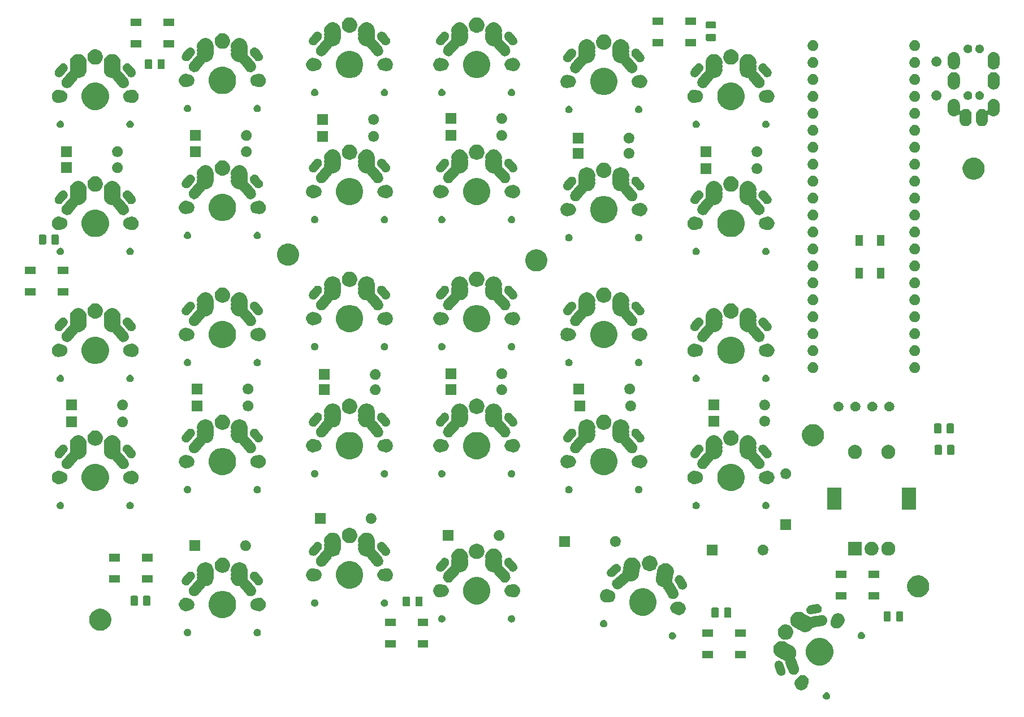
<source format=gbr>
G04 #@! TF.GenerationSoftware,KiCad,Pcbnew,5.1.5+dfsg1-2build2*
G04 #@! TF.CreationDate,2021-01-27T22:51:11+00:00*
G04 #@! TF.ProjectId,left1,6c656674-312e-46b6-9963-61645f706362,rev?*
G04 #@! TF.SameCoordinates,Original*
G04 #@! TF.FileFunction,Soldermask,Bot*
G04 #@! TF.FilePolarity,Negative*
%FSLAX46Y46*%
G04 Gerber Fmt 4.6, Leading zero omitted, Abs format (unit mm)*
G04 Created by KiCad (PCBNEW 5.1.5+dfsg1-2build2) date 2021-01-27 22:51:11*
%MOMM*%
%LPD*%
G04 APERTURE LIST*
%ADD10C,0.100000*%
G04 APERTURE END LIST*
D10*
G36*
X174670028Y-148203827D02*
G01*
X174770302Y-148245362D01*
X174770303Y-148245363D01*
X174860549Y-148305663D01*
X174937297Y-148382411D01*
X174937298Y-148382413D01*
X174997598Y-148472658D01*
X175039133Y-148572932D01*
X175060307Y-148679383D01*
X175060307Y-148787923D01*
X175039133Y-148894374D01*
X174997598Y-148994648D01*
X174997597Y-148994649D01*
X174937297Y-149084895D01*
X174860549Y-149161643D01*
X174815119Y-149191998D01*
X174770302Y-149221944D01*
X174670028Y-149263479D01*
X174563577Y-149284653D01*
X174455037Y-149284653D01*
X174348586Y-149263479D01*
X174248312Y-149221944D01*
X174203495Y-149191998D01*
X174158065Y-149161643D01*
X174081317Y-149084895D01*
X174021017Y-148994649D01*
X174021016Y-148994648D01*
X173979481Y-148894374D01*
X173958307Y-148787923D01*
X173958307Y-148679383D01*
X173979481Y-148572932D01*
X174021016Y-148472658D01*
X174081316Y-148382413D01*
X174081317Y-148382411D01*
X174158065Y-148305663D01*
X174248311Y-148245363D01*
X174248312Y-148245362D01*
X174348586Y-148203827D01*
X174455037Y-148182653D01*
X174563577Y-148182653D01*
X174670028Y-148203827D01*
G37*
G36*
X171055512Y-145616336D02*
G01*
X171204812Y-145646033D01*
X171368784Y-145713953D01*
X171516354Y-145812556D01*
X171641853Y-145938055D01*
X171740456Y-146085625D01*
X171808376Y-146249597D01*
X171843000Y-146423668D01*
X171843000Y-146601150D01*
X171808376Y-146775221D01*
X171742513Y-146934228D01*
X171735402Y-146957669D01*
X171734429Y-146967546D01*
X171733000Y-146974730D01*
X171694532Y-147168121D01*
X171619074Y-147350291D01*
X171509527Y-147514240D01*
X171370100Y-147653667D01*
X171206151Y-147763214D01*
X171023981Y-147838672D01*
X170830591Y-147877140D01*
X170633409Y-147877140D01*
X170440019Y-147838672D01*
X170257849Y-147763214D01*
X170093900Y-147653667D01*
X169954473Y-147514240D01*
X169844926Y-147350291D01*
X169769468Y-147168121D01*
X169731000Y-146974730D01*
X169731000Y-146777550D01*
X169769468Y-146584159D01*
X169835946Y-146423668D01*
X169844925Y-146401991D01*
X169844926Y-146401989D01*
X169954473Y-146238040D01*
X170093900Y-146098613D01*
X170147237Y-146062975D01*
X170166177Y-146047430D01*
X170181717Y-146028496D01*
X170242147Y-145938055D01*
X170367646Y-145812556D01*
X170515216Y-145713953D01*
X170679188Y-145646033D01*
X170828488Y-145616336D01*
X170853258Y-145611409D01*
X171030742Y-145611409D01*
X171055512Y-145616336D01*
G37*
G36*
X167553494Y-143473573D02*
G01*
X167679109Y-143517747D01*
X167679113Y-143517749D01*
X167679112Y-143517749D01*
X167793699Y-143585583D01*
X167793700Y-143585584D01*
X167892850Y-143674466D01*
X167972757Y-143780989D01*
X168004087Y-143846308D01*
X168015917Y-143870972D01*
X168225065Y-144445598D01*
X168363552Y-144826086D01*
X168388325Y-144922747D01*
X168395585Y-145055713D01*
X168376764Y-145187535D01*
X168332589Y-145313154D01*
X168264755Y-145427740D01*
X168264754Y-145427741D01*
X168175869Y-145526894D01*
X168163631Y-145536074D01*
X168069349Y-145606799D01*
X167949283Y-145664389D01*
X167820294Y-145697448D01*
X167687331Y-145704708D01*
X167555509Y-145685887D01*
X167429890Y-145641712D01*
X167315304Y-145573878D01*
X167216150Y-145484991D01*
X167136245Y-145378471D01*
X167093087Y-145288492D01*
X167093085Y-145288488D01*
X166745454Y-144333383D01*
X166745450Y-144333373D01*
X166720677Y-144236712D01*
X166713417Y-144103747D01*
X166732238Y-143971923D01*
X166776412Y-143846308D01*
X166844249Y-143731717D01*
X166933131Y-143632567D01*
X167039654Y-143552660D01*
X167159719Y-143495071D01*
X167288707Y-143462012D01*
X167421670Y-143454752D01*
X167553494Y-143473573D01*
G37*
G36*
X168177494Y-140569780D02*
G01*
X168405162Y-140664083D01*
X168610057Y-140800990D01*
X168643534Y-140834467D01*
X168662470Y-140850007D01*
X168684079Y-140861557D01*
X168907457Y-140954083D01*
X169112352Y-141090990D01*
X169126535Y-141105173D01*
X169145471Y-141120713D01*
X169167081Y-141132263D01*
X169340469Y-141204083D01*
X169545364Y-141340990D01*
X169719613Y-141515239D01*
X169809318Y-141649492D01*
X169856521Y-141720136D01*
X169950823Y-141947802D01*
X169998898Y-142189491D01*
X169998898Y-142435919D01*
X169955265Y-142655276D01*
X169950823Y-142677608D01*
X169866440Y-142881328D01*
X169856519Y-142905278D01*
X169835994Y-142935996D01*
X169824442Y-142957606D01*
X169817329Y-142981055D01*
X169814927Y-143005441D01*
X169817329Y-143029827D01*
X169824442Y-143053276D01*
X169839933Y-143080448D01*
X169873105Y-143124670D01*
X169873106Y-143124672D01*
X169895485Y-143171327D01*
X169925841Y-143234615D01*
X170325757Y-144333373D01*
X170381123Y-144485489D01*
X170411393Y-144603599D01*
X170420263Y-144766069D01*
X170397268Y-144927139D01*
X170397267Y-144927142D01*
X170343290Y-145080635D01*
X170343288Y-145080638D01*
X170260406Y-145220645D01*
X170260403Y-145220648D01*
X170151795Y-145341801D01*
X170021637Y-145439437D01*
X170021635Y-145439438D01*
X169874932Y-145509806D01*
X169717322Y-145550200D01*
X169554854Y-145559070D01*
X169393779Y-145536074D01*
X169240287Y-145482097D01*
X169100276Y-145399211D01*
X169100274Y-145399210D01*
X168979122Y-145290602D01*
X168881485Y-145160444D01*
X168828749Y-145050498D01*
X168747070Y-144826086D01*
X168567740Y-144333383D01*
X168373470Y-143799632D01*
X168343196Y-143681511D01*
X168337299Y-143573486D01*
X168333571Y-143549268D01*
X168325190Y-143526241D01*
X168312478Y-143505293D01*
X168295924Y-143487226D01*
X168276162Y-143472737D01*
X168260321Y-143464817D01*
X168155329Y-143421328D01*
X168155328Y-143421328D01*
X168155327Y-143421327D01*
X167950432Y-143284420D01*
X167936249Y-143270237D01*
X167917313Y-143254697D01*
X167895702Y-143243146D01*
X167722317Y-143171328D01*
X167722316Y-143171328D01*
X167722315Y-143171327D01*
X167517420Y-143034420D01*
X167483943Y-143000943D01*
X167465007Y-142985403D01*
X167443396Y-142973852D01*
X167220022Y-142881328D01*
X167220021Y-142881328D01*
X167220020Y-142881327D01*
X167015125Y-142744420D01*
X166840876Y-142570171D01*
X166703969Y-142365276D01*
X166683147Y-142315006D01*
X166609666Y-142137608D01*
X166561591Y-141895919D01*
X166561591Y-141649491D01*
X166609666Y-141407802D01*
X166703968Y-141180136D01*
X166729791Y-141141489D01*
X166840876Y-140975239D01*
X167015125Y-140800990D01*
X167220020Y-140664083D01*
X167447688Y-140569780D01*
X167689377Y-140521705D01*
X167935805Y-140521705D01*
X168177494Y-140569780D01*
G37*
G36*
X174080254Y-140140818D02*
G01*
X174453511Y-140295426D01*
X174453513Y-140295427D01*
X174789436Y-140519884D01*
X175075116Y-140805564D01*
X175299574Y-141141489D01*
X175454182Y-141514746D01*
X175533000Y-141910993D01*
X175533000Y-142315007D01*
X175454182Y-142711254D01*
X175322225Y-143029827D01*
X175299573Y-143084513D01*
X175075116Y-143420436D01*
X174789436Y-143706116D01*
X174453513Y-143930573D01*
X174453512Y-143930574D01*
X174453511Y-143930574D01*
X174080254Y-144085182D01*
X173684007Y-144164000D01*
X173279993Y-144164000D01*
X172883746Y-144085182D01*
X172510489Y-143930574D01*
X172510488Y-143930574D01*
X172510487Y-143930573D01*
X172174564Y-143706116D01*
X171888884Y-143420436D01*
X171664427Y-143084513D01*
X171641775Y-143029827D01*
X171509818Y-142711254D01*
X171431000Y-142315007D01*
X171431000Y-141910993D01*
X171509818Y-141514746D01*
X171664426Y-141141489D01*
X171888884Y-140805564D01*
X172174564Y-140519884D01*
X172510487Y-140295427D01*
X172510489Y-140295426D01*
X172883746Y-140140818D01*
X173279993Y-140062000D01*
X173684007Y-140062000D01*
X174080254Y-140140818D01*
G37*
G36*
X162421000Y-143071000D02*
G01*
X160819000Y-143071000D01*
X160819000Y-141969000D01*
X162421000Y-141969000D01*
X162421000Y-143071000D01*
G37*
G36*
X157521000Y-143071000D02*
G01*
X155919000Y-143071000D01*
X155919000Y-141969000D01*
X157521000Y-141969000D01*
X157521000Y-143071000D01*
G37*
G36*
X109984000Y-141496000D02*
G01*
X108382000Y-141496000D01*
X108382000Y-140394000D01*
X109984000Y-140394000D01*
X109984000Y-141496000D01*
G37*
G36*
X114884000Y-141496000D02*
G01*
X113282000Y-141496000D01*
X113282000Y-140394000D01*
X114884000Y-140394000D01*
X114884000Y-141496000D01*
G37*
G36*
X168567247Y-138028198D02*
G01*
X168708184Y-138056232D01*
X168808849Y-138097929D01*
X168898171Y-138134927D01*
X168917653Y-138142997D01*
X169106170Y-138268960D01*
X169266490Y-138429280D01*
X169392453Y-138617797D01*
X169469999Y-138805009D01*
X169479218Y-138827267D01*
X169517937Y-139021917D01*
X169523450Y-139049636D01*
X169523450Y-139276364D01*
X169479218Y-139498734D01*
X169392453Y-139708203D01*
X169266490Y-139896720D01*
X169106170Y-140057040D01*
X168917653Y-140183003D01*
X168917652Y-140183004D01*
X168917651Y-140183004D01*
X168856300Y-140208416D01*
X168708184Y-140269768D01*
X168596999Y-140291884D01*
X168485815Y-140314000D01*
X168259085Y-140314000D01*
X168147901Y-140291884D01*
X168036716Y-140269768D01*
X167888600Y-140208416D01*
X167827249Y-140183004D01*
X167827248Y-140183004D01*
X167827247Y-140183003D01*
X167638730Y-140057040D01*
X167478410Y-139896720D01*
X167352447Y-139708203D01*
X167265682Y-139498734D01*
X167221450Y-139276364D01*
X167221450Y-139049636D01*
X167226964Y-139021917D01*
X167265682Y-138827267D01*
X167274902Y-138805009D01*
X167352447Y-138617797D01*
X167478410Y-138429280D01*
X167638730Y-138268960D01*
X167827247Y-138142997D01*
X167846730Y-138134927D01*
X167936051Y-138097929D01*
X168036716Y-138056232D01*
X168177653Y-138028198D01*
X168259085Y-138012000D01*
X168485815Y-138012000D01*
X168567247Y-138028198D01*
G37*
G36*
X151587095Y-139183810D02*
G01*
X151687369Y-139225345D01*
X151687370Y-139225346D01*
X151777616Y-139285646D01*
X151854364Y-139362394D01*
X151854365Y-139362396D01*
X151914665Y-139452641D01*
X151956200Y-139552915D01*
X151977374Y-139659366D01*
X151977374Y-139767906D01*
X151956200Y-139874357D01*
X151914665Y-139974631D01*
X151914664Y-139974632D01*
X151854364Y-140064878D01*
X151777616Y-140141626D01*
X151732186Y-140171981D01*
X151687369Y-140201927D01*
X151587095Y-140243462D01*
X151480644Y-140264636D01*
X151372104Y-140264636D01*
X151265653Y-140243462D01*
X151165379Y-140201927D01*
X151120562Y-140171981D01*
X151075132Y-140141626D01*
X150998384Y-140064878D01*
X150938084Y-139974632D01*
X150938083Y-139974631D01*
X150896548Y-139874357D01*
X150875374Y-139767906D01*
X150875374Y-139659366D01*
X150896548Y-139552915D01*
X150938083Y-139452641D01*
X150998383Y-139362396D01*
X150998384Y-139362394D01*
X151075132Y-139285646D01*
X151165378Y-139225346D01*
X151165379Y-139225345D01*
X151265653Y-139183810D01*
X151372104Y-139162636D01*
X151480644Y-139162636D01*
X151587095Y-139183810D01*
G37*
G36*
X179890028Y-139162521D02*
G01*
X179990302Y-139204056D01*
X180035119Y-139234002D01*
X180080549Y-139264357D01*
X180157297Y-139341105D01*
X180157298Y-139341107D01*
X180217598Y-139431352D01*
X180259133Y-139531626D01*
X180280307Y-139638077D01*
X180280307Y-139746617D01*
X180259133Y-139853068D01*
X180217598Y-139953342D01*
X180217597Y-139953343D01*
X180157297Y-140043589D01*
X180080549Y-140120337D01*
X180048686Y-140141627D01*
X179990302Y-140180638D01*
X179890028Y-140222173D01*
X179783577Y-140243347D01*
X179675037Y-140243347D01*
X179568586Y-140222173D01*
X179468312Y-140180638D01*
X179409928Y-140141627D01*
X179378065Y-140120337D01*
X179301317Y-140043589D01*
X179241017Y-139953343D01*
X179241016Y-139953342D01*
X179199481Y-139853068D01*
X179178307Y-139746617D01*
X179178307Y-139638077D01*
X179199481Y-139531626D01*
X179241016Y-139431352D01*
X179301316Y-139341107D01*
X179301317Y-139341105D01*
X179378065Y-139264357D01*
X179423495Y-139234002D01*
X179468312Y-139204056D01*
X179568586Y-139162521D01*
X179675037Y-139141347D01*
X179783577Y-139141347D01*
X179890028Y-139162521D01*
G37*
G36*
X157521000Y-139871000D02*
G01*
X155919000Y-139871000D01*
X155919000Y-138769000D01*
X157521000Y-138769000D01*
X157521000Y-139871000D01*
G37*
G36*
X162421000Y-139871000D02*
G01*
X160819000Y-139871000D01*
X160819000Y-138769000D01*
X162421000Y-138769000D01*
X162421000Y-139871000D01*
G37*
G36*
X89429721Y-138703174D02*
G01*
X89529995Y-138744709D01*
X89570716Y-138771918D01*
X89620242Y-138805010D01*
X89696990Y-138881758D01*
X89709548Y-138900553D01*
X89757291Y-138972005D01*
X89798826Y-139072279D01*
X89820000Y-139178730D01*
X89820000Y-139287270D01*
X89798826Y-139393721D01*
X89757291Y-139493995D01*
X89757290Y-139493996D01*
X89696990Y-139584242D01*
X89620242Y-139660990D01*
X89574812Y-139691345D01*
X89529995Y-139721291D01*
X89429721Y-139762826D01*
X89323270Y-139784000D01*
X89214730Y-139784000D01*
X89108279Y-139762826D01*
X89008005Y-139721291D01*
X88963188Y-139691345D01*
X88917758Y-139660990D01*
X88841010Y-139584242D01*
X88780710Y-139493996D01*
X88780709Y-139493995D01*
X88739174Y-139393721D01*
X88718000Y-139287270D01*
X88718000Y-139178730D01*
X88739174Y-139072279D01*
X88780709Y-138972005D01*
X88828452Y-138900553D01*
X88841010Y-138881758D01*
X88917758Y-138805010D01*
X88967284Y-138771918D01*
X89008005Y-138744709D01*
X89108279Y-138703174D01*
X89214730Y-138682000D01*
X89323270Y-138682000D01*
X89429721Y-138703174D01*
G37*
G36*
X78989721Y-138703174D02*
G01*
X79089995Y-138744709D01*
X79130716Y-138771918D01*
X79180242Y-138805010D01*
X79256990Y-138881758D01*
X79269548Y-138900553D01*
X79317291Y-138972005D01*
X79358826Y-139072279D01*
X79380000Y-139178730D01*
X79380000Y-139287270D01*
X79358826Y-139393721D01*
X79317291Y-139493995D01*
X79317290Y-139493996D01*
X79256990Y-139584242D01*
X79180242Y-139660990D01*
X79134812Y-139691345D01*
X79089995Y-139721291D01*
X78989721Y-139762826D01*
X78883270Y-139784000D01*
X78774730Y-139784000D01*
X78668279Y-139762826D01*
X78568005Y-139721291D01*
X78523188Y-139691345D01*
X78477758Y-139660990D01*
X78401010Y-139584242D01*
X78340710Y-139493996D01*
X78340709Y-139493995D01*
X78299174Y-139393721D01*
X78278000Y-139287270D01*
X78278000Y-139178730D01*
X78299174Y-139072279D01*
X78340709Y-138972005D01*
X78388452Y-138900553D01*
X78401010Y-138881758D01*
X78477758Y-138805010D01*
X78527284Y-138771918D01*
X78568005Y-138744709D01*
X78668279Y-138703174D01*
X78774730Y-138682000D01*
X78883270Y-138682000D01*
X78989721Y-138703174D01*
G37*
G36*
X170717494Y-136170370D02*
G01*
X170943934Y-136264164D01*
X170945162Y-136264673D01*
X171150057Y-136401580D01*
X171183534Y-136435057D01*
X171202470Y-136450597D01*
X171224079Y-136462147D01*
X171447457Y-136554673D01*
X171652352Y-136691580D01*
X171666535Y-136705763D01*
X171685471Y-136721303D01*
X171707081Y-136732853D01*
X171880469Y-136804673D01*
X172050896Y-136918549D01*
X172072503Y-136930098D01*
X172095952Y-136937211D01*
X172120338Y-136939613D01*
X172144724Y-136937211D01*
X172176838Y-136926114D01*
X172270969Y-136878410D01*
X172374103Y-136849567D01*
X172388405Y-136845567D01*
X172958694Y-136745010D01*
X173699322Y-136614417D01*
X173820905Y-136605115D01*
X173820909Y-136605115D01*
X173982440Y-136624591D01*
X173982443Y-136624592D01*
X173982444Y-136624592D01*
X174137078Y-136675209D01*
X174278866Y-136755020D01*
X174278868Y-136755022D01*
X174390251Y-136850574D01*
X174402358Y-136860961D01*
X174502811Y-136988957D01*
X174539831Y-137062007D01*
X174576362Y-137134090D01*
X174588057Y-137175907D01*
X174620186Y-137290786D01*
X174632598Y-137453020D01*
X174613121Y-137614558D01*
X174562504Y-137769191D01*
X174548213Y-137794579D01*
X174482691Y-137910981D01*
X174376755Y-138034468D01*
X174376752Y-138034471D01*
X174248756Y-138134924D01*
X174103621Y-138208476D01*
X173986188Y-138241319D01*
X172675267Y-138472469D01*
X172553684Y-138481771D01*
X172553682Y-138481771D01*
X172499372Y-138475223D01*
X172474873Y-138474688D01*
X172450741Y-138478943D01*
X172427903Y-138487825D01*
X172407237Y-138500991D01*
X172389536Y-138517936D01*
X172380479Y-138529874D01*
X172259613Y-138710761D01*
X172085364Y-138885010D01*
X171880469Y-139021917D01*
X171880468Y-139021918D01*
X171880467Y-139021918D01*
X171652801Y-139116220D01*
X171411112Y-139164295D01*
X171164684Y-139164295D01*
X170922995Y-139116220D01*
X170695329Y-139021918D01*
X170695328Y-139021918D01*
X170695327Y-139021917D01*
X170490432Y-138885010D01*
X170476249Y-138870827D01*
X170457313Y-138855287D01*
X170435702Y-138843736D01*
X170262317Y-138771918D01*
X170262316Y-138771918D01*
X170262315Y-138771917D01*
X170057420Y-138635010D01*
X170023943Y-138601533D01*
X170005007Y-138585993D01*
X169983396Y-138574442D01*
X169760022Y-138481918D01*
X169760021Y-138481918D01*
X169760020Y-138481917D01*
X169555125Y-138345010D01*
X169380876Y-138170761D01*
X169243969Y-137965866D01*
X169239476Y-137955018D01*
X169149666Y-137738198D01*
X169101591Y-137496509D01*
X169101591Y-137250081D01*
X169149666Y-137008392D01*
X169243968Y-136780726D01*
X169261144Y-136755020D01*
X169380876Y-136575829D01*
X169555125Y-136401580D01*
X169760020Y-136264673D01*
X169761249Y-136264164D01*
X169987688Y-136170370D01*
X170229377Y-136122295D01*
X170475805Y-136122295D01*
X170717494Y-136170370D01*
G37*
G36*
X66136256Y-135704298D02*
G01*
X66242579Y-135725447D01*
X66543042Y-135849903D01*
X66813451Y-136030585D01*
X67043415Y-136260549D01*
X67224097Y-136530958D01*
X67348553Y-136831421D01*
X67352363Y-136850574D01*
X67412000Y-137150389D01*
X67412000Y-137475611D01*
X67375066Y-137661290D01*
X67348553Y-137794579D01*
X67224097Y-138095042D01*
X67043415Y-138365451D01*
X66813451Y-138595415D01*
X66543042Y-138776097D01*
X66242579Y-138900553D01*
X66173493Y-138914295D01*
X65923611Y-138964000D01*
X65598389Y-138964000D01*
X65348507Y-138914295D01*
X65279421Y-138900553D01*
X64978958Y-138776097D01*
X64708549Y-138595415D01*
X64478585Y-138365451D01*
X64297903Y-138095042D01*
X64173447Y-137794579D01*
X64146934Y-137661290D01*
X64110000Y-137475611D01*
X64110000Y-137150389D01*
X64169637Y-136850574D01*
X64173447Y-136831421D01*
X64297903Y-136530958D01*
X64478585Y-136260549D01*
X64708549Y-136030585D01*
X64978958Y-135849903D01*
X65279421Y-135725447D01*
X65385744Y-135704298D01*
X65598389Y-135662000D01*
X65923611Y-135662000D01*
X66136256Y-135704298D01*
G37*
G36*
X176344310Y-136351589D02*
G01*
X176523981Y-136387328D01*
X176601672Y-136419509D01*
X176700319Y-136460370D01*
X176706151Y-136462786D01*
X176870100Y-136572333D01*
X177009527Y-136711760D01*
X177112472Y-136865829D01*
X177119075Y-136875711D01*
X177134108Y-136912004D01*
X177192269Y-137052415D01*
X177194532Y-137057880D01*
X177233000Y-137251269D01*
X177233000Y-137448451D01*
X177220752Y-137510023D01*
X177202658Y-137600991D01*
X177194532Y-137641840D01*
X177128054Y-137802333D01*
X177119074Y-137824011D01*
X177009527Y-137987960D01*
X176870100Y-138127387D01*
X176816765Y-138163024D01*
X176797823Y-138178570D01*
X176782283Y-138197504D01*
X176721853Y-138287945D01*
X176596354Y-138413444D01*
X176448784Y-138512047D01*
X176284812Y-138579967D01*
X176135512Y-138609664D01*
X176110742Y-138614591D01*
X175933258Y-138614591D01*
X175908488Y-138609664D01*
X175759188Y-138579967D01*
X175595216Y-138512047D01*
X175447646Y-138413444D01*
X175322147Y-138287945D01*
X175223544Y-138140375D01*
X175155624Y-137976403D01*
X175121000Y-137802332D01*
X175121000Y-137624850D01*
X175155624Y-137450779D01*
X175221487Y-137291772D01*
X175228598Y-137268331D01*
X175229571Y-137258454D01*
X175269468Y-137057880D01*
X175271732Y-137052415D01*
X175329892Y-136912004D01*
X175344925Y-136875711D01*
X175351528Y-136865829D01*
X175454473Y-136711760D01*
X175593900Y-136572333D01*
X175757849Y-136462786D01*
X175763682Y-136460370D01*
X175862328Y-136419509D01*
X175940019Y-136387328D01*
X176119690Y-136351589D01*
X176133409Y-136348860D01*
X176330591Y-136348860D01*
X176344310Y-136351589D01*
G37*
G36*
X141305702Y-137370923D02*
G01*
X141405976Y-137412458D01*
X141438208Y-137433995D01*
X141496223Y-137472759D01*
X141572971Y-137549507D01*
X141603326Y-137594937D01*
X141633272Y-137639754D01*
X141674807Y-137740028D01*
X141695981Y-137846479D01*
X141695981Y-137955019D01*
X141674807Y-138061470D01*
X141633272Y-138161744D01*
X141627248Y-138170759D01*
X141572971Y-138251991D01*
X141496223Y-138328739D01*
X141471870Y-138345011D01*
X141405976Y-138389040D01*
X141305702Y-138430575D01*
X141199251Y-138451749D01*
X141090711Y-138451749D01*
X140984260Y-138430575D01*
X140883986Y-138389040D01*
X140818092Y-138345011D01*
X140793739Y-138328739D01*
X140716991Y-138251991D01*
X140662714Y-138170759D01*
X140656690Y-138161744D01*
X140615155Y-138061470D01*
X140593981Y-137955019D01*
X140593981Y-137846479D01*
X140615155Y-137740028D01*
X140656690Y-137639754D01*
X140686636Y-137594937D01*
X140716991Y-137549507D01*
X140793739Y-137472759D01*
X140851754Y-137433995D01*
X140883986Y-137412458D01*
X140984260Y-137370923D01*
X141090711Y-137349749D01*
X141199251Y-137349749D01*
X141305702Y-137370923D01*
G37*
G36*
X109984000Y-138296000D02*
G01*
X108382000Y-138296000D01*
X108382000Y-137194000D01*
X109984000Y-137194000D01*
X109984000Y-138296000D01*
G37*
G36*
X114884000Y-138296000D02*
G01*
X113282000Y-138296000D01*
X113282000Y-137194000D01*
X114884000Y-137194000D01*
X114884000Y-138296000D01*
G37*
G36*
X117069721Y-136643174D02*
G01*
X117169995Y-136684709D01*
X117210481Y-136711761D01*
X117260242Y-136745010D01*
X117336990Y-136821758D01*
X117352899Y-136845568D01*
X117397291Y-136912005D01*
X117438826Y-137012279D01*
X117460000Y-137118730D01*
X117460000Y-137227270D01*
X117438826Y-137333721D01*
X117397291Y-137433995D01*
X117377792Y-137463177D01*
X117336990Y-137524242D01*
X117260242Y-137600990D01*
X117239942Y-137614554D01*
X117169995Y-137661291D01*
X117069721Y-137702826D01*
X116963270Y-137724000D01*
X116854730Y-137724000D01*
X116748279Y-137702826D01*
X116648005Y-137661291D01*
X116578058Y-137614554D01*
X116557758Y-137600990D01*
X116481010Y-137524242D01*
X116440208Y-137463177D01*
X116420709Y-137433995D01*
X116379174Y-137333721D01*
X116358000Y-137227270D01*
X116358000Y-137118730D01*
X116379174Y-137012279D01*
X116420709Y-136912005D01*
X116465101Y-136845568D01*
X116481010Y-136821758D01*
X116557758Y-136745010D01*
X116607519Y-136711761D01*
X116648005Y-136684709D01*
X116748279Y-136643174D01*
X116854730Y-136622000D01*
X116963270Y-136622000D01*
X117069721Y-136643174D01*
G37*
G36*
X127509721Y-136643174D02*
G01*
X127609995Y-136684709D01*
X127650481Y-136711761D01*
X127700242Y-136745010D01*
X127776990Y-136821758D01*
X127792899Y-136845568D01*
X127837291Y-136912005D01*
X127878826Y-137012279D01*
X127900000Y-137118730D01*
X127900000Y-137227270D01*
X127878826Y-137333721D01*
X127837291Y-137433995D01*
X127817792Y-137463177D01*
X127776990Y-137524242D01*
X127700242Y-137600990D01*
X127679942Y-137614554D01*
X127609995Y-137661291D01*
X127509721Y-137702826D01*
X127403270Y-137724000D01*
X127294730Y-137724000D01*
X127188279Y-137702826D01*
X127088005Y-137661291D01*
X127018058Y-137614554D01*
X126997758Y-137600990D01*
X126921010Y-137524242D01*
X126880208Y-137463177D01*
X126860709Y-137433995D01*
X126819174Y-137333721D01*
X126798000Y-137227270D01*
X126798000Y-137118730D01*
X126819174Y-137012279D01*
X126860709Y-136912005D01*
X126905101Y-136845568D01*
X126921010Y-136821758D01*
X126997758Y-136745010D01*
X127047519Y-136711761D01*
X127088005Y-136684709D01*
X127188279Y-136643174D01*
X127294730Y-136622000D01*
X127403270Y-136622000D01*
X127509721Y-136643174D01*
G37*
G36*
X185838168Y-136057965D02*
G01*
X185876838Y-136069696D01*
X185912477Y-136088746D01*
X185943717Y-136114383D01*
X185969354Y-136145623D01*
X185988404Y-136181262D01*
X186000135Y-136219932D01*
X186004700Y-136266288D01*
X186004700Y-137342512D01*
X186000135Y-137388868D01*
X185988404Y-137427538D01*
X185969354Y-137463177D01*
X185943717Y-137494417D01*
X185912477Y-137520054D01*
X185876838Y-137539104D01*
X185838168Y-137550835D01*
X185791812Y-137555400D01*
X185140588Y-137555400D01*
X185094232Y-137550835D01*
X185055562Y-137539104D01*
X185019923Y-137520054D01*
X184988683Y-137494417D01*
X184963046Y-137463177D01*
X184943996Y-137427538D01*
X184932265Y-137388868D01*
X184927700Y-137342512D01*
X184927700Y-136266288D01*
X184932265Y-136219932D01*
X184943996Y-136181262D01*
X184963046Y-136145623D01*
X184988683Y-136114383D01*
X185019923Y-136088746D01*
X185055562Y-136069696D01*
X185094232Y-136057965D01*
X185140588Y-136053400D01*
X185791812Y-136053400D01*
X185838168Y-136057965D01*
G37*
G36*
X183963168Y-136057965D02*
G01*
X184001838Y-136069696D01*
X184037477Y-136088746D01*
X184068717Y-136114383D01*
X184094354Y-136145623D01*
X184113404Y-136181262D01*
X184125135Y-136219932D01*
X184129700Y-136266288D01*
X184129700Y-137342512D01*
X184125135Y-137388868D01*
X184113404Y-137427538D01*
X184094354Y-137463177D01*
X184068717Y-137494417D01*
X184037477Y-137520054D01*
X184001838Y-137539104D01*
X183963168Y-137550835D01*
X183916812Y-137555400D01*
X183265588Y-137555400D01*
X183219232Y-137550835D01*
X183180562Y-137539104D01*
X183144923Y-137520054D01*
X183113683Y-137494417D01*
X183088046Y-137463177D01*
X183068996Y-137427538D01*
X183057265Y-137388868D01*
X183052700Y-137342512D01*
X183052700Y-136266288D01*
X183057265Y-136219932D01*
X183068996Y-136181262D01*
X183088046Y-136145623D01*
X183113683Y-136114383D01*
X183144923Y-136088746D01*
X183180562Y-136069696D01*
X183219232Y-136057965D01*
X183265588Y-136053400D01*
X183916812Y-136053400D01*
X183963168Y-136057965D01*
G37*
G36*
X84647254Y-133060818D02*
G01*
X85018309Y-133214514D01*
X85020513Y-133215427D01*
X85356436Y-133439884D01*
X85642116Y-133725564D01*
X85860019Y-134051678D01*
X85866574Y-134061489D01*
X86021182Y-134434746D01*
X86100000Y-134830993D01*
X86100000Y-135235007D01*
X86021182Y-135631254D01*
X85876762Y-135979915D01*
X85866573Y-136004513D01*
X85642116Y-136340436D01*
X85356436Y-136626116D01*
X85020513Y-136850573D01*
X85020512Y-136850574D01*
X85020511Y-136850574D01*
X84647254Y-137005182D01*
X84251007Y-137084000D01*
X83846993Y-137084000D01*
X83450746Y-137005182D01*
X83077489Y-136850574D01*
X83077488Y-136850574D01*
X83077487Y-136850573D01*
X82741564Y-136626116D01*
X82455884Y-136340436D01*
X82231427Y-136004513D01*
X82221238Y-135979915D01*
X82076818Y-135631254D01*
X81998000Y-135235007D01*
X81998000Y-134830993D01*
X82076818Y-134434746D01*
X82231426Y-134061489D01*
X82237982Y-134051678D01*
X82455884Y-133725564D01*
X82741564Y-133439884D01*
X83077487Y-133215427D01*
X83079691Y-133214514D01*
X83450746Y-133060818D01*
X83846993Y-132982000D01*
X84251007Y-132982000D01*
X84647254Y-133060818D01*
G37*
G36*
X160082468Y-135499565D02*
G01*
X160121138Y-135511296D01*
X160156777Y-135530346D01*
X160188017Y-135555983D01*
X160213654Y-135587223D01*
X160232704Y-135622862D01*
X160244435Y-135661532D01*
X160249000Y-135707888D01*
X160249000Y-136784112D01*
X160244435Y-136830468D01*
X160232704Y-136869138D01*
X160213654Y-136904777D01*
X160188017Y-136936017D01*
X160156777Y-136961654D01*
X160121138Y-136980704D01*
X160082468Y-136992435D01*
X160036112Y-136997000D01*
X159384888Y-136997000D01*
X159338532Y-136992435D01*
X159299862Y-136980704D01*
X159264223Y-136961654D01*
X159232983Y-136936017D01*
X159207346Y-136904777D01*
X159188296Y-136869138D01*
X159176565Y-136830468D01*
X159172000Y-136784112D01*
X159172000Y-135707888D01*
X159176565Y-135661532D01*
X159188296Y-135622862D01*
X159207346Y-135587223D01*
X159232983Y-135555983D01*
X159264223Y-135530346D01*
X159299862Y-135511296D01*
X159338532Y-135499565D01*
X159384888Y-135495000D01*
X160036112Y-135495000D01*
X160082468Y-135499565D01*
G37*
G36*
X158207468Y-135499565D02*
G01*
X158246138Y-135511296D01*
X158281777Y-135530346D01*
X158313017Y-135555983D01*
X158338654Y-135587223D01*
X158357704Y-135622862D01*
X158369435Y-135661532D01*
X158374000Y-135707888D01*
X158374000Y-136784112D01*
X158369435Y-136830468D01*
X158357704Y-136869138D01*
X158338654Y-136904777D01*
X158313017Y-136936017D01*
X158281777Y-136961654D01*
X158246138Y-136980704D01*
X158207468Y-136992435D01*
X158161112Y-136997000D01*
X157509888Y-136997000D01*
X157463532Y-136992435D01*
X157424862Y-136980704D01*
X157389223Y-136961654D01*
X157357983Y-136936017D01*
X157332346Y-136904777D01*
X157313296Y-136869138D01*
X157301565Y-136830468D01*
X157297000Y-136784112D01*
X157297000Y-135707888D01*
X157301565Y-135661532D01*
X157313296Y-135622862D01*
X157332346Y-135587223D01*
X157357983Y-135555983D01*
X157389223Y-135530346D01*
X157424862Y-135511296D01*
X157463532Y-135499565D01*
X157509888Y-135495000D01*
X158161112Y-135495000D01*
X158207468Y-135499565D01*
G37*
G36*
X147613254Y-132698818D02*
G01*
X147986511Y-132853426D01*
X147986513Y-132853427D01*
X148322436Y-133077884D01*
X148608116Y-133363564D01*
X148814777Y-133672853D01*
X148832574Y-133699489D01*
X148987182Y-134072746D01*
X149066000Y-134468993D01*
X149066000Y-134873007D01*
X148987182Y-135269254D01*
X148855475Y-135587223D01*
X148832573Y-135642513D01*
X148608116Y-135978436D01*
X148322436Y-136264116D01*
X147986513Y-136488573D01*
X147986512Y-136488574D01*
X147986511Y-136488574D01*
X147613254Y-136643182D01*
X147217007Y-136722000D01*
X146812993Y-136722000D01*
X146416746Y-136643182D01*
X146043489Y-136488574D01*
X146043488Y-136488574D01*
X146043487Y-136488573D01*
X145707564Y-136264116D01*
X145421884Y-135978436D01*
X145197427Y-135642513D01*
X145174525Y-135587223D01*
X145042818Y-135269254D01*
X144964000Y-134873007D01*
X144964000Y-134468993D01*
X145042818Y-134072746D01*
X145197426Y-133699489D01*
X145215224Y-133672853D01*
X145421884Y-133363564D01*
X145707564Y-133077884D01*
X146043487Y-132853427D01*
X146043489Y-132853426D01*
X146416746Y-132698818D01*
X146812993Y-132620000D01*
X147217007Y-132620000D01*
X147613254Y-132698818D01*
G37*
G36*
X152723424Y-134663533D02*
G01*
X152786999Y-134689867D01*
X152904967Y-134738731D01*
X152905594Y-134738991D01*
X153069543Y-134848538D01*
X153208970Y-134987965D01*
X153318517Y-135151914D01*
X153318518Y-135151916D01*
X153321045Y-135158017D01*
X153393975Y-135334084D01*
X153395947Y-135344000D01*
X153432443Y-135527474D01*
X153432443Y-135724656D01*
X153430813Y-135732852D01*
X153393975Y-135918046D01*
X153318517Y-136100216D01*
X153208970Y-136264165D01*
X153069543Y-136403592D01*
X152905594Y-136513139D01*
X152723424Y-136588597D01*
X152640383Y-136605115D01*
X152530034Y-136627065D01*
X152332852Y-136627065D01*
X152222503Y-136605115D01*
X152139462Y-136588597D01*
X151957292Y-136513139D01*
X151864174Y-136450920D01*
X151842572Y-136439373D01*
X151819133Y-136432263D01*
X151755011Y-136419509D01*
X151591039Y-136351589D01*
X151443469Y-136252986D01*
X151317970Y-136127487D01*
X151219367Y-135979917D01*
X151151447Y-135815945D01*
X151116823Y-135641874D01*
X151116823Y-135464392D01*
X151117740Y-135459784D01*
X151121846Y-135439138D01*
X151151447Y-135290321D01*
X151219367Y-135126349D01*
X151317970Y-134978779D01*
X151443469Y-134853280D01*
X151591039Y-134754677D01*
X151755011Y-134686757D01*
X151908364Y-134656254D01*
X151929081Y-134652133D01*
X152106565Y-134652133D01*
X152127283Y-134656254D01*
X152151669Y-134658656D01*
X152176055Y-134656254D01*
X152332852Y-134625065D01*
X152530034Y-134625065D01*
X152723424Y-134663533D01*
G37*
G36*
X173269302Y-135000618D02*
G01*
X173395859Y-135042044D01*
X173511901Y-135107363D01*
X173612965Y-135194063D01*
X173645097Y-135235006D01*
X173695176Y-135298816D01*
X173695177Y-135298818D01*
X173755369Y-135417590D01*
X173791235Y-135545833D01*
X173801394Y-135678608D01*
X173785455Y-135810807D01*
X173744030Y-135937357D01*
X173678710Y-136053400D01*
X173592009Y-136154467D01*
X173487259Y-136236676D01*
X173368477Y-136296873D01*
X173276305Y-136322650D01*
X173272368Y-136323751D01*
X172271406Y-136500248D01*
X172171899Y-136507861D01*
X172171898Y-136507861D01*
X172039700Y-136491922D01*
X171913144Y-136450496D01*
X171797102Y-136385177D01*
X171696037Y-136298476D01*
X171613828Y-136193726D01*
X171553632Y-136074945D01*
X171517767Y-135946707D01*
X171510361Y-135849902D01*
X171507609Y-135813935D01*
X171508020Y-135810527D01*
X171523548Y-135681736D01*
X171564974Y-135555180D01*
X171630293Y-135439138D01*
X171716994Y-135338073D01*
X171821744Y-135255864D01*
X171940525Y-135195668D01*
X172036633Y-135168789D01*
X172687656Y-135053996D01*
X173037595Y-134992292D01*
X173137103Y-134984679D01*
X173137105Y-134984679D01*
X173269302Y-135000618D01*
G37*
G36*
X89666302Y-134035722D02*
G01*
X89840981Y-134070468D01*
X90023151Y-134145926D01*
X90187100Y-134255473D01*
X90326527Y-134394900D01*
X90418137Y-134532005D01*
X90436075Y-134558851D01*
X90454366Y-134603009D01*
X90510692Y-134738990D01*
X90511532Y-134741020D01*
X90550000Y-134934409D01*
X90550000Y-135131591D01*
X90533642Y-135213826D01*
X90511532Y-135324981D01*
X90436074Y-135507151D01*
X90326527Y-135671100D01*
X90187100Y-135810527D01*
X90023151Y-135920074D01*
X89840981Y-135995532D01*
X89647591Y-136034000D01*
X89450409Y-136034000D01*
X89257019Y-135995532D01*
X89131440Y-135943515D01*
X89107991Y-135936402D01*
X89083605Y-135934000D01*
X89040258Y-135934000D01*
X89015488Y-135929073D01*
X88866188Y-135899376D01*
X88702216Y-135831456D01*
X88554646Y-135732853D01*
X88429147Y-135607354D01*
X88330544Y-135459784D01*
X88262624Y-135295812D01*
X88228917Y-135126351D01*
X88228000Y-135121742D01*
X88228000Y-134944258D01*
X88242173Y-134873006D01*
X88262624Y-134770188D01*
X88330544Y-134606216D01*
X88429147Y-134458646D01*
X88554646Y-134333147D01*
X88702216Y-134234544D01*
X88866188Y-134166624D01*
X89015488Y-134136927D01*
X89040258Y-134132000D01*
X89083605Y-134132000D01*
X89107991Y-134129598D01*
X89131440Y-134122485D01*
X89206845Y-134091251D01*
X89257019Y-134070468D01*
X89431698Y-134035722D01*
X89450409Y-134032000D01*
X89647591Y-134032000D01*
X89666302Y-134035722D01*
G37*
G36*
X78666302Y-134035722D02*
G01*
X78840981Y-134070468D01*
X78891155Y-134091251D01*
X78966560Y-134122485D01*
X78990009Y-134129598D01*
X79014395Y-134132000D01*
X79057742Y-134132000D01*
X79082512Y-134136927D01*
X79231812Y-134166624D01*
X79395784Y-134234544D01*
X79543354Y-134333147D01*
X79668853Y-134458646D01*
X79767456Y-134606216D01*
X79835376Y-134770188D01*
X79855827Y-134873006D01*
X79870000Y-134944258D01*
X79870000Y-135121742D01*
X79869083Y-135126351D01*
X79835376Y-135295812D01*
X79767456Y-135459784D01*
X79668853Y-135607354D01*
X79543354Y-135732853D01*
X79395784Y-135831456D01*
X79231812Y-135899376D01*
X79082512Y-135929073D01*
X79057742Y-135934000D01*
X79014395Y-135934000D01*
X78990009Y-135936402D01*
X78966560Y-135943515D01*
X78840981Y-135995532D01*
X78647591Y-136034000D01*
X78450409Y-136034000D01*
X78257019Y-135995532D01*
X78074849Y-135920074D01*
X77910900Y-135810527D01*
X77771473Y-135671100D01*
X77661926Y-135507151D01*
X77586468Y-135324981D01*
X77564358Y-135213826D01*
X77548000Y-135131591D01*
X77548000Y-134934409D01*
X77586468Y-134741020D01*
X77587309Y-134738990D01*
X77643634Y-134603009D01*
X77661925Y-134558851D01*
X77679863Y-134532005D01*
X77771473Y-134394900D01*
X77910900Y-134255473D01*
X78074849Y-134145926D01*
X78257019Y-134070468D01*
X78431698Y-134035722D01*
X78450409Y-134032000D01*
X78647591Y-134032000D01*
X78666302Y-134035722D01*
G37*
G36*
X98029721Y-134263174D02*
G01*
X98129995Y-134304709D01*
X98129996Y-134304710D01*
X98220242Y-134365010D01*
X98296990Y-134441758D01*
X98296991Y-134441760D01*
X98357291Y-134532005D01*
X98398826Y-134632279D01*
X98420000Y-134738730D01*
X98420000Y-134847270D01*
X98398826Y-134953721D01*
X98357291Y-135053995D01*
X98357290Y-135053996D01*
X98296990Y-135144242D01*
X98220242Y-135220990D01*
X98199265Y-135235006D01*
X98129995Y-135281291D01*
X98029721Y-135322826D01*
X97923270Y-135344000D01*
X97814730Y-135344000D01*
X97708279Y-135322826D01*
X97608005Y-135281291D01*
X97538735Y-135235006D01*
X97517758Y-135220990D01*
X97441010Y-135144242D01*
X97380710Y-135053996D01*
X97380709Y-135053995D01*
X97339174Y-134953721D01*
X97318000Y-134847270D01*
X97318000Y-134738730D01*
X97339174Y-134632279D01*
X97380709Y-134532005D01*
X97441009Y-134441760D01*
X97441010Y-134441758D01*
X97517758Y-134365010D01*
X97608004Y-134304710D01*
X97608005Y-134304709D01*
X97708279Y-134263174D01*
X97814730Y-134242000D01*
X97923270Y-134242000D01*
X98029721Y-134263174D01*
G37*
G36*
X108469721Y-134263174D02*
G01*
X108569995Y-134304709D01*
X108569996Y-134304710D01*
X108660242Y-134365010D01*
X108736990Y-134441758D01*
X108736991Y-134441760D01*
X108797291Y-134532005D01*
X108838826Y-134632279D01*
X108860000Y-134738730D01*
X108860000Y-134847270D01*
X108838826Y-134953721D01*
X108797291Y-135053995D01*
X108797290Y-135053996D01*
X108736990Y-135144242D01*
X108660242Y-135220990D01*
X108639265Y-135235006D01*
X108569995Y-135281291D01*
X108469721Y-135322826D01*
X108363270Y-135344000D01*
X108254730Y-135344000D01*
X108148279Y-135322826D01*
X108048005Y-135281291D01*
X107978735Y-135235006D01*
X107957758Y-135220990D01*
X107881010Y-135144242D01*
X107820710Y-135053996D01*
X107820709Y-135053995D01*
X107779174Y-134953721D01*
X107758000Y-134847270D01*
X107758000Y-134738730D01*
X107779174Y-134632279D01*
X107820709Y-134532005D01*
X107881009Y-134441760D01*
X107881010Y-134441758D01*
X107957758Y-134365010D01*
X108048004Y-134304710D01*
X108048005Y-134304709D01*
X108148279Y-134263174D01*
X108254730Y-134242000D01*
X108363270Y-134242000D01*
X108469721Y-134263174D01*
G37*
G36*
X113856468Y-133823565D02*
G01*
X113895138Y-133835296D01*
X113930777Y-133854346D01*
X113962017Y-133879983D01*
X113987654Y-133911223D01*
X114006704Y-133946862D01*
X114018435Y-133985532D01*
X114023000Y-134031888D01*
X114023000Y-135108112D01*
X114018435Y-135154468D01*
X114006704Y-135193138D01*
X113987654Y-135228777D01*
X113962017Y-135260017D01*
X113930777Y-135285654D01*
X113895138Y-135304704D01*
X113856468Y-135316435D01*
X113810112Y-135321000D01*
X113158888Y-135321000D01*
X113112532Y-135316435D01*
X113073862Y-135304704D01*
X113038223Y-135285654D01*
X113006983Y-135260017D01*
X112981346Y-135228777D01*
X112962296Y-135193138D01*
X112950565Y-135154468D01*
X112946000Y-135108112D01*
X112946000Y-134031888D01*
X112950565Y-133985532D01*
X112962296Y-133946862D01*
X112981346Y-133911223D01*
X113006983Y-133879983D01*
X113038223Y-133854346D01*
X113073862Y-133835296D01*
X113112532Y-133823565D01*
X113158888Y-133819000D01*
X113810112Y-133819000D01*
X113856468Y-133823565D01*
G37*
G36*
X111981468Y-133823565D02*
G01*
X112020138Y-133835296D01*
X112055777Y-133854346D01*
X112087017Y-133879983D01*
X112112654Y-133911223D01*
X112131704Y-133946862D01*
X112143435Y-133985532D01*
X112148000Y-134031888D01*
X112148000Y-135108112D01*
X112143435Y-135154468D01*
X112131704Y-135193138D01*
X112112654Y-135228777D01*
X112087017Y-135260017D01*
X112055777Y-135285654D01*
X112020138Y-135304704D01*
X111981468Y-135316435D01*
X111935112Y-135321000D01*
X111283888Y-135321000D01*
X111237532Y-135316435D01*
X111198862Y-135304704D01*
X111163223Y-135285654D01*
X111131983Y-135260017D01*
X111106346Y-135228777D01*
X111087296Y-135193138D01*
X111075565Y-135154468D01*
X111071000Y-135108112D01*
X111071000Y-134031888D01*
X111075565Y-133985532D01*
X111087296Y-133946862D01*
X111106346Y-133911223D01*
X111131983Y-133879983D01*
X111163223Y-133854346D01*
X111198862Y-133835296D01*
X111237532Y-133823565D01*
X111283888Y-133819000D01*
X111935112Y-133819000D01*
X111981468Y-133823565D01*
G37*
G36*
X73092468Y-133721565D02*
G01*
X73131138Y-133733296D01*
X73166777Y-133752346D01*
X73198017Y-133777983D01*
X73223654Y-133809223D01*
X73242704Y-133844862D01*
X73254435Y-133883532D01*
X73259000Y-133929888D01*
X73259000Y-135006112D01*
X73254435Y-135052468D01*
X73242704Y-135091138D01*
X73223654Y-135126777D01*
X73198017Y-135158017D01*
X73166777Y-135183654D01*
X73131138Y-135202704D01*
X73092468Y-135214435D01*
X73046112Y-135219000D01*
X72394888Y-135219000D01*
X72348532Y-135214435D01*
X72309862Y-135202704D01*
X72274223Y-135183654D01*
X72242983Y-135158017D01*
X72217346Y-135126777D01*
X72198296Y-135091138D01*
X72186565Y-135052468D01*
X72182000Y-135006112D01*
X72182000Y-133929888D01*
X72186565Y-133883532D01*
X72198296Y-133844862D01*
X72217346Y-133809223D01*
X72242983Y-133777983D01*
X72274223Y-133752346D01*
X72309862Y-133733296D01*
X72348532Y-133721565D01*
X72394888Y-133717000D01*
X73046112Y-133717000D01*
X73092468Y-133721565D01*
G37*
G36*
X71217468Y-133721565D02*
G01*
X71256138Y-133733296D01*
X71291777Y-133752346D01*
X71323017Y-133777983D01*
X71348654Y-133809223D01*
X71367704Y-133844862D01*
X71379435Y-133883532D01*
X71384000Y-133929888D01*
X71384000Y-135006112D01*
X71379435Y-135052468D01*
X71367704Y-135091138D01*
X71348654Y-135126777D01*
X71323017Y-135158017D01*
X71291777Y-135183654D01*
X71256138Y-135202704D01*
X71217468Y-135214435D01*
X71171112Y-135219000D01*
X70519888Y-135219000D01*
X70473532Y-135214435D01*
X70434862Y-135202704D01*
X70399223Y-135183654D01*
X70367983Y-135158017D01*
X70342346Y-135126777D01*
X70323296Y-135091138D01*
X70311565Y-135052468D01*
X70307000Y-135006112D01*
X70307000Y-133929888D01*
X70311565Y-133883532D01*
X70323296Y-133844862D01*
X70342346Y-133809223D01*
X70367983Y-133777983D01*
X70399223Y-133752346D01*
X70434862Y-133733296D01*
X70473532Y-133721565D01*
X70519888Y-133717000D01*
X71171112Y-133717000D01*
X71217468Y-133721565D01*
G37*
G36*
X122727254Y-131000818D02*
G01*
X123100511Y-131155426D01*
X123100513Y-131155427D01*
X123436436Y-131379884D01*
X123722116Y-131665564D01*
X123945640Y-132000090D01*
X123946574Y-132001489D01*
X124101182Y-132374746D01*
X124180000Y-132770993D01*
X124180000Y-133175007D01*
X124101182Y-133571254D01*
X123974238Y-133877723D01*
X123946573Y-133944513D01*
X123722116Y-134280436D01*
X123436436Y-134566116D01*
X123100513Y-134790573D01*
X123100512Y-134790574D01*
X123100511Y-134790574D01*
X122727254Y-134945182D01*
X122331007Y-135024000D01*
X121926993Y-135024000D01*
X121530746Y-134945182D01*
X121157489Y-134790574D01*
X121157488Y-134790574D01*
X121157487Y-134790573D01*
X120821564Y-134566116D01*
X120535884Y-134280436D01*
X120311427Y-133944513D01*
X120283762Y-133877723D01*
X120156818Y-133571254D01*
X120078000Y-133175007D01*
X120078000Y-132770993D01*
X120156818Y-132374746D01*
X120311426Y-132001489D01*
X120312361Y-132000090D01*
X120535884Y-131665564D01*
X120821564Y-131379884D01*
X121157487Y-131155427D01*
X121157489Y-131155426D01*
X121530746Y-131000818D01*
X121926993Y-130922000D01*
X122331007Y-130922000D01*
X122727254Y-131000818D01*
G37*
G36*
X141793842Y-132734169D02*
G01*
X141890538Y-132753403D01*
X142072708Y-132828861D01*
X142165826Y-132891080D01*
X142187428Y-132902627D01*
X142210867Y-132909737D01*
X142274989Y-132922491D01*
X142438961Y-132990411D01*
X142586531Y-133089014D01*
X142712030Y-133214513D01*
X142810633Y-133362083D01*
X142878553Y-133526055D01*
X142913177Y-133700126D01*
X142913177Y-133877608D01*
X142878553Y-134051679D01*
X142810633Y-134215651D01*
X142712030Y-134363221D01*
X142586531Y-134488720D01*
X142438961Y-134587323D01*
X142274989Y-134655243D01*
X142133712Y-134683344D01*
X142100919Y-134689867D01*
X141923435Y-134689867D01*
X141902717Y-134685746D01*
X141878331Y-134683344D01*
X141853945Y-134685746D01*
X141697148Y-134716935D01*
X141499966Y-134716935D01*
X141306576Y-134678467D01*
X141124406Y-134603009D01*
X140960457Y-134493462D01*
X140821030Y-134354035D01*
X140711483Y-134190086D01*
X140636025Y-134007916D01*
X140602500Y-133839375D01*
X140597557Y-133814526D01*
X140597557Y-133617344D01*
X140636025Y-133423955D01*
X140646038Y-133399782D01*
X140711483Y-133241784D01*
X140821030Y-133077835D01*
X140960457Y-132938408D01*
X141124406Y-132828861D01*
X141306576Y-132753403D01*
X141403272Y-132734169D01*
X141499966Y-132714935D01*
X141697148Y-132714935D01*
X141793842Y-132734169D01*
G37*
G36*
X182434000Y-134282000D02*
G01*
X180832000Y-134282000D01*
X180832000Y-133180000D01*
X182434000Y-133180000D01*
X182434000Y-134282000D01*
G37*
G36*
X177534000Y-134282000D02*
G01*
X175932000Y-134282000D01*
X175932000Y-133180000D01*
X177534000Y-133180000D01*
X177534000Y-134282000D01*
G37*
G36*
X150763447Y-128906318D02*
G01*
X150969069Y-128991489D01*
X150991115Y-129000621D01*
X151196010Y-129137528D01*
X151370259Y-129311777D01*
X151493403Y-129496075D01*
X151507167Y-129516674D01*
X151601469Y-129744340D01*
X151649544Y-129986029D01*
X151649544Y-130232457D01*
X151601469Y-130474146D01*
X151558343Y-130578262D01*
X151551230Y-130601711D01*
X151548828Y-130626097D01*
X151548828Y-130803645D01*
X151530079Y-130897903D01*
X151500753Y-131045334D01*
X151471519Y-131115911D01*
X151464406Y-131139360D01*
X151462004Y-131163746D01*
X151462004Y-131296049D01*
X151459248Y-131309905D01*
X151416073Y-131526960D01*
X151413156Y-131541622D01*
X151408332Y-131557523D01*
X151405929Y-131581909D01*
X151408330Y-131606295D01*
X151415442Y-131629745D01*
X151426992Y-131651356D01*
X151445475Y-131673142D01*
X151519708Y-131742668D01*
X151590735Y-131841786D01*
X151688123Y-132010468D01*
X152256305Y-132994586D01*
X152270842Y-133026671D01*
X152306632Y-133105660D01*
X152343579Y-133264118D01*
X152343579Y-133264120D01*
X152348902Y-133426740D01*
X152325043Y-133571254D01*
X152322398Y-133587272D01*
X152265084Y-133739551D01*
X152179164Y-133877723D01*
X152067938Y-133996478D01*
X151935681Y-134091251D01*
X151787477Y-134158402D01*
X151654979Y-134189295D01*
X151629016Y-134195349D01*
X151477405Y-134200312D01*
X151466399Y-134200672D01*
X151466397Y-134200672D01*
X151359376Y-134183003D01*
X151305864Y-134174168D01*
X151153586Y-134116854D01*
X151107587Y-134088250D01*
X151015413Y-134030933D01*
X150939679Y-133960000D01*
X150896659Y-133919708D01*
X150825633Y-133820590D01*
X150812946Y-133798615D01*
X150160061Y-132667785D01*
X150146529Y-132637919D01*
X150109736Y-132556715D01*
X150096611Y-132500427D01*
X150088739Y-132477236D01*
X150076487Y-132456015D01*
X150060331Y-132437592D01*
X150040890Y-132422675D01*
X150018913Y-132411837D01*
X149999268Y-132406227D01*
X149910819Y-132388633D01*
X149846101Y-132375760D01*
X149670500Y-132303024D01*
X149618435Y-132281458D01*
X149618434Y-132281458D01*
X149618433Y-132281457D01*
X149413538Y-132144550D01*
X149239289Y-131970301D01*
X149102382Y-131765406D01*
X149092964Y-131742668D01*
X149008079Y-131537738D01*
X148960004Y-131296049D01*
X148960004Y-131049621D01*
X148999216Y-130852489D01*
X149008079Y-130807932D01*
X149037313Y-130737354D01*
X149044426Y-130713906D01*
X149046828Y-130689520D01*
X149046828Y-130557217D01*
X149094903Y-130315528D01*
X149138029Y-130211412D01*
X149145142Y-130187963D01*
X149147544Y-130163577D01*
X149147544Y-129986029D01*
X149195619Y-129744340D01*
X149289921Y-129516674D01*
X149303685Y-129496075D01*
X149426829Y-129311777D01*
X149601078Y-129137528D01*
X149805973Y-129000621D01*
X149828020Y-128991489D01*
X150033641Y-128906318D01*
X150275330Y-128858243D01*
X150521758Y-128858243D01*
X150763447Y-128906318D01*
G37*
G36*
X127920981Y-132010468D02*
G01*
X128103151Y-132085926D01*
X128267100Y-132195473D01*
X128406527Y-132334900D01*
X128512813Y-132493969D01*
X128516075Y-132498851D01*
X128535694Y-132546216D01*
X128591532Y-132681019D01*
X128630000Y-132874410D01*
X128630000Y-133071590D01*
X128591532Y-133264981D01*
X128551573Y-133361449D01*
X128524530Y-133426738D01*
X128516074Y-133447151D01*
X128406527Y-133611100D01*
X128267100Y-133750527D01*
X128103151Y-133860074D01*
X127920981Y-133935532D01*
X127864021Y-133946862D01*
X127727591Y-133974000D01*
X127530409Y-133974000D01*
X127393979Y-133946862D01*
X127337019Y-133935532D01*
X127211440Y-133883515D01*
X127187991Y-133876402D01*
X127163605Y-133874000D01*
X127120258Y-133874000D01*
X127095488Y-133869073D01*
X126946188Y-133839376D01*
X126782216Y-133771456D01*
X126634646Y-133672853D01*
X126509147Y-133547354D01*
X126410544Y-133399784D01*
X126342624Y-133235812D01*
X126308000Y-133061741D01*
X126308000Y-132884259D01*
X126342624Y-132710188D01*
X126410544Y-132546216D01*
X126509147Y-132398646D01*
X126634646Y-132273147D01*
X126782216Y-132174544D01*
X126946188Y-132106624D01*
X127095488Y-132076927D01*
X127120258Y-132072000D01*
X127163605Y-132072000D01*
X127187991Y-132069598D01*
X127211440Y-132062485D01*
X127298018Y-132026623D01*
X127337019Y-132010468D01*
X127530409Y-131972000D01*
X127727591Y-131972000D01*
X127920981Y-132010468D01*
G37*
G36*
X116920981Y-132010468D02*
G01*
X116959982Y-132026623D01*
X117046560Y-132062485D01*
X117070009Y-132069598D01*
X117094395Y-132072000D01*
X117137742Y-132072000D01*
X117162512Y-132076927D01*
X117311812Y-132106624D01*
X117475784Y-132174544D01*
X117623354Y-132273147D01*
X117748853Y-132398646D01*
X117847456Y-132546216D01*
X117915376Y-132710188D01*
X117950000Y-132884259D01*
X117950000Y-133061741D01*
X117915376Y-133235812D01*
X117847456Y-133399784D01*
X117748853Y-133547354D01*
X117623354Y-133672853D01*
X117475784Y-133771456D01*
X117311812Y-133839376D01*
X117162512Y-133869073D01*
X117137742Y-133874000D01*
X117094395Y-133874000D01*
X117070009Y-133876402D01*
X117046560Y-133883515D01*
X116920981Y-133935532D01*
X116864021Y-133946862D01*
X116727591Y-133974000D01*
X116530409Y-133974000D01*
X116393979Y-133946862D01*
X116337019Y-133935532D01*
X116154849Y-133860074D01*
X115990900Y-133750527D01*
X115851473Y-133611100D01*
X115741926Y-133447151D01*
X115733471Y-133426738D01*
X115706427Y-133361449D01*
X115666468Y-133264981D01*
X115628000Y-133071590D01*
X115628000Y-132874410D01*
X115666468Y-132681019D01*
X115722306Y-132546216D01*
X115741925Y-132498851D01*
X115745187Y-132493969D01*
X115851473Y-132334900D01*
X115990900Y-132195473D01*
X116154849Y-132085926D01*
X116337019Y-132010468D01*
X116530409Y-131972000D01*
X116727591Y-131972000D01*
X116920981Y-132010468D01*
G37*
G36*
X188614256Y-130700298D02*
G01*
X188720579Y-130721447D01*
X188895235Y-130793792D01*
X189014225Y-130843079D01*
X189021042Y-130845903D01*
X189291451Y-131026585D01*
X189521415Y-131256549D01*
X189701779Y-131526482D01*
X189702098Y-131526960D01*
X189729867Y-131594000D01*
X189826553Y-131827421D01*
X189828536Y-131837390D01*
X189890000Y-132146389D01*
X189890000Y-132471611D01*
X189869416Y-132575092D01*
X189826553Y-132790579D01*
X189820566Y-132805032D01*
X189714234Y-133061742D01*
X189702097Y-133091042D01*
X189521415Y-133361451D01*
X189291451Y-133591415D01*
X189021042Y-133772097D01*
X188720579Y-133896553D01*
X188646828Y-133911223D01*
X188401611Y-133960000D01*
X188076389Y-133960000D01*
X187831172Y-133911223D01*
X187757421Y-133896553D01*
X187456958Y-133772097D01*
X187186549Y-133591415D01*
X186956585Y-133361451D01*
X186775903Y-133091042D01*
X186763767Y-133061742D01*
X186657434Y-132805032D01*
X186651447Y-132790579D01*
X186608584Y-132575092D01*
X186588000Y-132471611D01*
X186588000Y-132146389D01*
X186649464Y-131837390D01*
X186651447Y-131827421D01*
X186748133Y-131594000D01*
X186775902Y-131526960D01*
X186776221Y-131526482D01*
X186956585Y-131256549D01*
X187186549Y-131026585D01*
X187456958Y-130845903D01*
X187463776Y-130843079D01*
X187582765Y-130793792D01*
X187757421Y-130721447D01*
X187863744Y-130700298D01*
X188076389Y-130658000D01*
X188401611Y-130658000D01*
X188614256Y-130700298D01*
G37*
G36*
X81873903Y-128750075D02*
G01*
X82058613Y-128826584D01*
X82101571Y-128844378D01*
X82306466Y-128981285D01*
X82480715Y-129155534D01*
X82610869Y-129350323D01*
X82617623Y-129360431D01*
X82711925Y-129588097D01*
X82760000Y-129829786D01*
X82760000Y-130076214D01*
X82731675Y-130218614D01*
X82729273Y-130243000D01*
X82731675Y-130267386D01*
X82760000Y-130409786D01*
X82760000Y-130656214D01*
X82739631Y-130758614D01*
X82737229Y-130783000D01*
X82739631Y-130807384D01*
X82747293Y-130845903D01*
X82760000Y-130909786D01*
X82760000Y-131156214D01*
X82711925Y-131397903D01*
X82625607Y-131606295D01*
X82617622Y-131625571D01*
X82480715Y-131830466D01*
X82306466Y-132004715D01*
X82101571Y-132141622D01*
X82101570Y-132141623D01*
X82101569Y-132141623D01*
X81873903Y-132235925D01*
X81632214Y-132284000D01*
X81506238Y-132284000D01*
X81481852Y-132286402D01*
X81458403Y-132293515D01*
X81436792Y-132305066D01*
X81417850Y-132320611D01*
X81402305Y-132339553D01*
X81391283Y-132359907D01*
X81368421Y-132413441D01*
X81299574Y-132514085D01*
X80443931Y-133533800D01*
X80356772Y-133619078D01*
X80220507Y-133707993D01*
X80069515Y-133768615D01*
X79989556Y-133783615D01*
X79909599Y-133798615D01*
X79909597Y-133798615D01*
X79801132Y-133797432D01*
X79746899Y-133796840D01*
X79689118Y-133784690D01*
X79587675Y-133763359D01*
X79587673Y-133763358D01*
X79587672Y-133763358D01*
X79438040Y-133699457D01*
X79303749Y-133607593D01*
X79283867Y-133587272D01*
X79189958Y-133491292D01*
X79101043Y-133355027D01*
X79040421Y-133204035D01*
X79019224Y-133091042D01*
X79010421Y-133044119D01*
X79012196Y-132881419D01*
X79024346Y-132823638D01*
X79045677Y-132722195D01*
X79045679Y-132722191D01*
X79109579Y-132572560D01*
X79149584Y-132514079D01*
X79178426Y-132471916D01*
X80034068Y-131452200D01*
X80121227Y-131366922D01*
X80208611Y-131309903D01*
X80227718Y-131294567D01*
X80243469Y-131275796D01*
X80255255Y-131254313D01*
X80262624Y-131230943D01*
X80265292Y-131206584D01*
X80262897Y-131180836D01*
X80258000Y-131156215D01*
X80258000Y-130909786D01*
X80270707Y-130845903D01*
X80278369Y-130807384D01*
X80280771Y-130783000D01*
X80278369Y-130758614D01*
X80258000Y-130656214D01*
X80258000Y-130409786D01*
X80286325Y-130267386D01*
X80288727Y-130243000D01*
X80286325Y-130218614D01*
X80258000Y-130076214D01*
X80258000Y-129829786D01*
X80306075Y-129588097D01*
X80400377Y-129360431D01*
X80407131Y-129350323D01*
X80537285Y-129155534D01*
X80711534Y-128981285D01*
X80916429Y-128844378D01*
X80959388Y-128826584D01*
X81144097Y-128750075D01*
X81385786Y-128702000D01*
X81632214Y-128702000D01*
X81873903Y-128750075D01*
G37*
G36*
X86953903Y-128750075D02*
G01*
X87138613Y-128826584D01*
X87181571Y-128844378D01*
X87386466Y-128981285D01*
X87560715Y-129155534D01*
X87690869Y-129350323D01*
X87697623Y-129360431D01*
X87791925Y-129588097D01*
X87840000Y-129829786D01*
X87840000Y-130076214D01*
X87811675Y-130218614D01*
X87809273Y-130243000D01*
X87811675Y-130267386D01*
X87840000Y-130409786D01*
X87840000Y-130656214D01*
X87819631Y-130758614D01*
X87817229Y-130783000D01*
X87819631Y-130807384D01*
X87827293Y-130845903D01*
X87837616Y-130897799D01*
X87840000Y-130909787D01*
X87840000Y-131156213D01*
X87835102Y-131180836D01*
X87832700Y-131205219D01*
X87835101Y-131229605D01*
X87842214Y-131253054D01*
X87853765Y-131274665D01*
X87869310Y-131293607D01*
X87889388Y-131309903D01*
X87976772Y-131366922D01*
X88063931Y-131452200D01*
X88919574Y-132471915D01*
X88919578Y-132471921D01*
X88988421Y-132572559D01*
X89043406Y-132701312D01*
X89052323Y-132722194D01*
X89068826Y-132800676D01*
X89085804Y-132881418D01*
X89087579Y-133044119D01*
X89078776Y-133091042D01*
X89057579Y-133204035D01*
X88996957Y-133355027D01*
X88908042Y-133491292D01*
X88814133Y-133587272D01*
X88794251Y-133607593D01*
X88698852Y-133672852D01*
X88659960Y-133699457D01*
X88510325Y-133763359D01*
X88393497Y-133787925D01*
X88351101Y-133796840D01*
X88296867Y-133797432D01*
X88188402Y-133798615D01*
X88188400Y-133798615D01*
X88108443Y-133783615D01*
X88028484Y-133768615D01*
X87877492Y-133707993D01*
X87741227Y-133619078D01*
X87654068Y-133533800D01*
X86798426Y-132514084D01*
X86729579Y-132413440D01*
X86711990Y-132372254D01*
X86706717Y-132359906D01*
X86694931Y-132338423D01*
X86679180Y-132319652D01*
X86660069Y-132304314D01*
X86638334Y-132293000D01*
X86614808Y-132286143D01*
X86591762Y-132284000D01*
X86465786Y-132284000D01*
X86224097Y-132235925D01*
X85996431Y-132141623D01*
X85996430Y-132141623D01*
X85996429Y-132141622D01*
X85791534Y-132004715D01*
X85617285Y-131830466D01*
X85480378Y-131625571D01*
X85472394Y-131606295D01*
X85386075Y-131397903D01*
X85338000Y-131156214D01*
X85338000Y-130909786D01*
X85350707Y-130845903D01*
X85358369Y-130807384D01*
X85360771Y-130783000D01*
X85358369Y-130758614D01*
X85338000Y-130656214D01*
X85338000Y-130409786D01*
X85366325Y-130267386D01*
X85368727Y-130243000D01*
X85366325Y-130218614D01*
X85338000Y-130076214D01*
X85338000Y-129829786D01*
X85386075Y-129588097D01*
X85480377Y-129360431D01*
X85487131Y-129350323D01*
X85617285Y-129155534D01*
X85791534Y-128981285D01*
X85996429Y-128844378D01*
X86039388Y-128826584D01*
X86224097Y-128750075D01*
X86465786Y-128702000D01*
X86712214Y-128702000D01*
X86953903Y-128750075D01*
G37*
G36*
X152653054Y-130648368D02*
G01*
X152777676Y-130695273D01*
X152777680Y-130695275D01*
X152890760Y-130765592D01*
X152890762Y-130765594D01*
X152890764Y-130765595D01*
X152987948Y-130856618D01*
X153046077Y-130937737D01*
X153262255Y-131312168D01*
X153523933Y-131765406D01*
X153554282Y-131817973D01*
X153565072Y-131841786D01*
X153595468Y-131908872D01*
X153606650Y-131956829D01*
X153625706Y-132038557D01*
X153630062Y-132171644D01*
X153608372Y-132303024D01*
X153562901Y-132423835D01*
X153561465Y-132427650D01*
X153491148Y-132540730D01*
X153491146Y-132540732D01*
X153491145Y-132540734D01*
X153400122Y-132637918D01*
X153291882Y-132715482D01*
X153170594Y-132770437D01*
X153170592Y-132770437D01*
X153170591Y-132770438D01*
X153084214Y-132790578D01*
X153040906Y-132800676D01*
X152912650Y-132804874D01*
X152907820Y-132805032D01*
X152907819Y-132805032D01*
X152776439Y-132783342D01*
X152651813Y-132736435D01*
X152538733Y-132666118D01*
X152441546Y-132575092D01*
X152383414Y-132493969D01*
X152098273Y-132000089D01*
X151875214Y-131613740D01*
X151834026Y-131522837D01*
X151803789Y-131393156D01*
X151803788Y-131393152D01*
X151799432Y-131260066D01*
X151821122Y-131128686D01*
X151868027Y-131004064D01*
X151869793Y-131001224D01*
X151938346Y-130890980D01*
X151938348Y-130890978D01*
X151938349Y-130890976D01*
X152029372Y-130793792D01*
X152137612Y-130716228D01*
X152258900Y-130661273D01*
X152258902Y-130661273D01*
X152258903Y-130661272D01*
X152388584Y-130631035D01*
X152388588Y-130631034D01*
X152516843Y-130626836D01*
X152521673Y-130626678D01*
X152521674Y-130626678D01*
X152653054Y-130648368D01*
G37*
G36*
X145760624Y-128024185D02*
G01*
X145976480Y-128113595D01*
X145988292Y-128118488D01*
X146193187Y-128255395D01*
X146367436Y-128429644D01*
X146504343Y-128634539D01*
X146504344Y-128634541D01*
X146598646Y-128862207D01*
X146646721Y-129103896D01*
X146646721Y-129350324D01*
X146598646Y-129592013D01*
X146555520Y-129696129D01*
X146548407Y-129719578D01*
X146546005Y-129743964D01*
X146546005Y-129921513D01*
X146537032Y-129966622D01*
X146497930Y-130163202D01*
X146473632Y-130221862D01*
X146468696Y-130233779D01*
X146461583Y-130257228D01*
X146459181Y-130281614D01*
X146459181Y-130413917D01*
X146411106Y-130655606D01*
X146327844Y-130856620D01*
X146316803Y-130883274D01*
X146179896Y-131088169D01*
X146005647Y-131262418D01*
X145800752Y-131399325D01*
X145800751Y-131399326D01*
X145800750Y-131399326D01*
X145573084Y-131493628D01*
X145331395Y-131541703D01*
X145084967Y-131541703D01*
X145008437Y-131526480D01*
X144990750Y-131522962D01*
X144966365Y-131520560D01*
X144941979Y-131522962D01*
X144918530Y-131530075D01*
X144896919Y-131541626D01*
X144877978Y-131557171D01*
X144861682Y-131577250D01*
X144830027Y-131625762D01*
X144744749Y-131712921D01*
X143725033Y-132568563D01*
X143649840Y-132620000D01*
X143624389Y-132637410D01*
X143474757Y-132701311D01*
X143474756Y-132701311D01*
X143474754Y-132701312D01*
X143375460Y-132722191D01*
X143315530Y-132734793D01*
X143261297Y-132735385D01*
X143152832Y-132736568D01*
X143152830Y-132736568D01*
X143072873Y-132721568D01*
X142992914Y-132706568D01*
X142841922Y-132645946D01*
X142705657Y-132557031D01*
X142589357Y-132443241D01*
X142585493Y-132437592D01*
X142497492Y-132308949D01*
X142433591Y-132159317D01*
X142430873Y-132146389D01*
X142403712Y-132017224D01*
X142400109Y-132000090D01*
X142398334Y-131837390D01*
X142421684Y-131712921D01*
X142428334Y-131677474D01*
X142488956Y-131526482D01*
X142577871Y-131390217D01*
X142663149Y-131303058D01*
X143682864Y-130447415D01*
X143783508Y-130378568D01*
X143881276Y-130336816D01*
X143902757Y-130325031D01*
X143921528Y-130309280D01*
X143936866Y-130290170D01*
X143948181Y-130268435D01*
X143955038Y-130244910D01*
X143957181Y-130221862D01*
X143957181Y-130167489D01*
X143997136Y-129966622D01*
X144005256Y-129925800D01*
X144034490Y-129855222D01*
X144041603Y-129831774D01*
X144044005Y-129807388D01*
X144044005Y-129675085D01*
X144092080Y-129433396D01*
X144135206Y-129329280D01*
X144142319Y-129305831D01*
X144144721Y-129281445D01*
X144144721Y-129103896D01*
X144192796Y-128862207D01*
X144287098Y-128634541D01*
X144287099Y-128634539D01*
X144424006Y-128429644D01*
X144598255Y-128255395D01*
X144803150Y-128118488D01*
X144814963Y-128113595D01*
X145030818Y-128024185D01*
X145272507Y-127976110D01*
X145518935Y-127976110D01*
X145760624Y-128024185D01*
G37*
G36*
X103687254Y-128620818D02*
G01*
X104060511Y-128775426D01*
X104060513Y-128775427D01*
X104396436Y-128999884D01*
X104682116Y-129285564D01*
X104888443Y-129594353D01*
X104906574Y-129621489D01*
X105061182Y-129994746D01*
X105140000Y-130390993D01*
X105140000Y-130795007D01*
X105061182Y-131191254D01*
X104908824Y-131559078D01*
X104906573Y-131564513D01*
X104682116Y-131900436D01*
X104396436Y-132186116D01*
X104060513Y-132410573D01*
X104060512Y-132410574D01*
X104060511Y-132410574D01*
X103687254Y-132565182D01*
X103291007Y-132644000D01*
X102886993Y-132644000D01*
X102490746Y-132565182D01*
X102117489Y-132410574D01*
X102117488Y-132410574D01*
X102117487Y-132410573D01*
X101781564Y-132186116D01*
X101495884Y-131900436D01*
X101271427Y-131564513D01*
X101269176Y-131559078D01*
X101116818Y-131191254D01*
X101038000Y-130795007D01*
X101038000Y-130390993D01*
X101116818Y-129994746D01*
X101271426Y-129621489D01*
X101289558Y-129594353D01*
X101495884Y-129285564D01*
X101781564Y-128999884D01*
X102117487Y-128775427D01*
X102117489Y-128775426D01*
X102490746Y-128620818D01*
X102886993Y-128542000D01*
X103291007Y-128542000D01*
X103687254Y-128620818D01*
G37*
G36*
X79328275Y-130093897D02*
G01*
X79458586Y-130121298D01*
X79581042Y-130173593D01*
X79581045Y-130173595D01*
X79685524Y-130245066D01*
X79690951Y-130248779D01*
X79784076Y-130343957D01*
X79856845Y-130455479D01*
X79906457Y-130579049D01*
X79931009Y-130709925D01*
X79929556Y-130843081D01*
X79902155Y-130973393D01*
X79849860Y-131095848D01*
X79808565Y-131156214D01*
X79793511Y-131178220D01*
X79501286Y-131526480D01*
X79140178Y-131956831D01*
X79124674Y-131972000D01*
X79068847Y-132026623D01*
X79014844Y-132061861D01*
X78957326Y-132099392D01*
X78833758Y-132149002D01*
X78833757Y-132149002D01*
X78833755Y-132149003D01*
X78798540Y-132155609D01*
X78702879Y-132173556D01*
X78635559Y-132172821D01*
X78569727Y-132172103D01*
X78508807Y-132159293D01*
X78439414Y-132144702D01*
X78316955Y-132092405D01*
X78207052Y-132017224D01*
X78161140Y-131970299D01*
X78113924Y-131922042D01*
X78054170Y-131830466D01*
X78041155Y-131810521D01*
X77991545Y-131686953D01*
X77991545Y-131686952D01*
X77991544Y-131686950D01*
X77983041Y-131641622D01*
X77966991Y-131556074D01*
X77968021Y-131461704D01*
X77968444Y-131422922D01*
X77987885Y-131330466D01*
X77995845Y-131292609D01*
X78048142Y-131170150D01*
X78104484Y-131087787D01*
X78177459Y-131000819D01*
X78757819Y-130309171D01*
X78757821Y-130309169D01*
X78757826Y-130309163D01*
X78829150Y-130239378D01*
X78940671Y-130166609D01*
X79064244Y-130116996D01*
X79195119Y-130092444D01*
X79328275Y-130093897D01*
G37*
G36*
X88998540Y-130110391D02*
G01*
X89033755Y-130116997D01*
X89033757Y-130116998D01*
X89033758Y-130116998D01*
X89157326Y-130166608D01*
X89206699Y-130198825D01*
X89268847Y-130239377D01*
X89290549Y-130260611D01*
X89340178Y-130309169D01*
X89630873Y-130655606D01*
X89993511Y-131087780D01*
X89993513Y-131087783D01*
X90049860Y-131170152D01*
X90102155Y-131292607D01*
X90129556Y-131422919D01*
X90131009Y-131556075D01*
X90106457Y-131686951D01*
X90056845Y-131810521D01*
X89984076Y-131922043D01*
X89903187Y-132004715D01*
X89890950Y-132017222D01*
X89824783Y-132062485D01*
X89781042Y-132092407D01*
X89658586Y-132144702D01*
X89528275Y-132172103D01*
X89395119Y-132173556D01*
X89264244Y-132149004D01*
X89140671Y-132099391D01*
X89029150Y-132026622D01*
X88957826Y-131956837D01*
X88929287Y-131922825D01*
X88304489Y-131178219D01*
X88304484Y-131178213D01*
X88248142Y-131095850D01*
X88195845Y-130973391D01*
X88171122Y-130855812D01*
X88168444Y-130843078D01*
X88167291Y-130737355D01*
X88166991Y-130709926D01*
X88187293Y-130601711D01*
X88191544Y-130579050D01*
X88192492Y-130576689D01*
X88241155Y-130455479D01*
X88296911Y-130370032D01*
X88313924Y-130343958D01*
X88407050Y-130248778D01*
X88407052Y-130248776D01*
X88516955Y-130173595D01*
X88639414Y-130121298D01*
X88708807Y-130106707D01*
X88769727Y-130093897D01*
X88835559Y-130093179D01*
X88902879Y-130092444D01*
X88998540Y-130110391D01*
G37*
G36*
X73634000Y-131768000D02*
G01*
X72032000Y-131768000D01*
X72032000Y-130666000D01*
X73634000Y-130666000D01*
X73634000Y-131768000D01*
G37*
G36*
X68734000Y-131768000D02*
G01*
X67132000Y-131768000D01*
X67132000Y-130666000D01*
X68734000Y-130666000D01*
X68734000Y-131768000D01*
G37*
G36*
X125033903Y-126690075D02*
G01*
X125244689Y-126777385D01*
X125261571Y-126784378D01*
X125466466Y-126921285D01*
X125640715Y-127095534D01*
X125777622Y-127300429D01*
X125777623Y-127300431D01*
X125871925Y-127528097D01*
X125920000Y-127769786D01*
X125920000Y-128016214D01*
X125891675Y-128158614D01*
X125889273Y-128183000D01*
X125891675Y-128207386D01*
X125920000Y-128349786D01*
X125920000Y-128596214D01*
X125899631Y-128698614D01*
X125897229Y-128723000D01*
X125899631Y-128747384D01*
X125920000Y-128849787D01*
X125920000Y-129096213D01*
X125915102Y-129120836D01*
X125912700Y-129145219D01*
X125915101Y-129169605D01*
X125922214Y-129193054D01*
X125933765Y-129214665D01*
X125949310Y-129233607D01*
X125969388Y-129249903D01*
X126056772Y-129306922D01*
X126143931Y-129392200D01*
X126999574Y-130411915D01*
X127023858Y-130447415D01*
X127068421Y-130512559D01*
X127131930Y-130661272D01*
X127132323Y-130662194D01*
X127142360Y-130709926D01*
X127165804Y-130821418D01*
X127167579Y-130984119D01*
X127159612Y-131026585D01*
X127137579Y-131144035D01*
X127076957Y-131295027D01*
X126988042Y-131431292D01*
X126894439Y-131526960D01*
X126874251Y-131547593D01*
X126824086Y-131581909D01*
X126739960Y-131639457D01*
X126590325Y-131703359D01*
X126473497Y-131727925D01*
X126431101Y-131736840D01*
X126376867Y-131737432D01*
X126268402Y-131738615D01*
X126268400Y-131738615D01*
X126188443Y-131723615D01*
X126108484Y-131708615D01*
X125957492Y-131647993D01*
X125821227Y-131559078D01*
X125734068Y-131473800D01*
X124878426Y-130454084D01*
X124809579Y-130353440D01*
X124787192Y-130301019D01*
X124786717Y-130299906D01*
X124774931Y-130278423D01*
X124759180Y-130259652D01*
X124740069Y-130244314D01*
X124718334Y-130233000D01*
X124694808Y-130226143D01*
X124671762Y-130224000D01*
X124545786Y-130224000D01*
X124304097Y-130175925D01*
X124076431Y-130081623D01*
X124076430Y-130081623D01*
X124076429Y-130081622D01*
X123871534Y-129944715D01*
X123697285Y-129770466D01*
X123560378Y-129565571D01*
X123488566Y-129392200D01*
X123466075Y-129337903D01*
X123418000Y-129096214D01*
X123418000Y-128849786D01*
X123435057Y-128764035D01*
X123438369Y-128747384D01*
X123440771Y-128723000D01*
X123438369Y-128698614D01*
X123418000Y-128596214D01*
X123418000Y-128349786D01*
X123446325Y-128207386D01*
X123448727Y-128183000D01*
X123446325Y-128158614D01*
X123418000Y-128016214D01*
X123418000Y-127769786D01*
X123466075Y-127528097D01*
X123560377Y-127300431D01*
X123560378Y-127300429D01*
X123697285Y-127095534D01*
X123871534Y-126921285D01*
X124076429Y-126784378D01*
X124093312Y-126777385D01*
X124304097Y-126690075D01*
X124545786Y-126642000D01*
X124792214Y-126642000D01*
X125033903Y-126690075D01*
G37*
G36*
X119953903Y-126690075D02*
G01*
X120164689Y-126777385D01*
X120181571Y-126784378D01*
X120386466Y-126921285D01*
X120560715Y-127095534D01*
X120697622Y-127300429D01*
X120697623Y-127300431D01*
X120791925Y-127528097D01*
X120840000Y-127769786D01*
X120840000Y-128016214D01*
X120811675Y-128158614D01*
X120809273Y-128183000D01*
X120811675Y-128207386D01*
X120840000Y-128349786D01*
X120840000Y-128596214D01*
X120819631Y-128698614D01*
X120817229Y-128723000D01*
X120819631Y-128747384D01*
X120822943Y-128764035D01*
X120840000Y-128849786D01*
X120840000Y-129096214D01*
X120791925Y-129337903D01*
X120769435Y-129392200D01*
X120697622Y-129565571D01*
X120560715Y-129770466D01*
X120386466Y-129944715D01*
X120181571Y-130081622D01*
X120181570Y-130081623D01*
X120181569Y-130081623D01*
X119953903Y-130175925D01*
X119712214Y-130224000D01*
X119586238Y-130224000D01*
X119561852Y-130226402D01*
X119538403Y-130233515D01*
X119516792Y-130245066D01*
X119497850Y-130260611D01*
X119482305Y-130279553D01*
X119471283Y-130299907D01*
X119467327Y-130309171D01*
X119448421Y-130353441D01*
X119379574Y-130454085D01*
X118523931Y-131473800D01*
X118436772Y-131559078D01*
X118300507Y-131647993D01*
X118149515Y-131708615D01*
X118069556Y-131723615D01*
X117989599Y-131738615D01*
X117989597Y-131738615D01*
X117881132Y-131737432D01*
X117826899Y-131736840D01*
X117769118Y-131724690D01*
X117667675Y-131703359D01*
X117667673Y-131703358D01*
X117667672Y-131703358D01*
X117518040Y-131639457D01*
X117383749Y-131547593D01*
X117363561Y-131526960D01*
X117269958Y-131431292D01*
X117181043Y-131295027D01*
X117120421Y-131144035D01*
X117098388Y-131026585D01*
X117090421Y-130984119D01*
X117092196Y-130821419D01*
X117114315Y-130716228D01*
X117125677Y-130662195D01*
X117125679Y-130662191D01*
X117189579Y-130512560D01*
X117228626Y-130455479D01*
X117258426Y-130411916D01*
X118114068Y-129392200D01*
X118201227Y-129306922D01*
X118288611Y-129249903D01*
X118307718Y-129234567D01*
X118323469Y-129215796D01*
X118335255Y-129194313D01*
X118342624Y-129170943D01*
X118345292Y-129146584D01*
X118342897Y-129120836D01*
X118338000Y-129096215D01*
X118338000Y-128849786D01*
X118355057Y-128764035D01*
X118358369Y-128747384D01*
X118360771Y-128723000D01*
X118358369Y-128698614D01*
X118338000Y-128596214D01*
X118338000Y-128349786D01*
X118366325Y-128207386D01*
X118368727Y-128183000D01*
X118366325Y-128158614D01*
X118338000Y-128016214D01*
X118338000Y-127769786D01*
X118386075Y-127528097D01*
X118480377Y-127300431D01*
X118480378Y-127300429D01*
X118617285Y-127095534D01*
X118791534Y-126921285D01*
X118996429Y-126784378D01*
X119013312Y-126777385D01*
X119224097Y-126690075D01*
X119465786Y-126642000D01*
X119712214Y-126642000D01*
X119953903Y-126690075D01*
G37*
G36*
X108784285Y-129611234D02*
G01*
X108880981Y-129630468D01*
X109063151Y-129705926D01*
X109227100Y-129815473D01*
X109366527Y-129954900D01*
X109474837Y-130116998D01*
X109476075Y-130118851D01*
X109483103Y-130135818D01*
X109551532Y-130301019D01*
X109569405Y-130390870D01*
X109590000Y-130494409D01*
X109590000Y-130691591D01*
X109589267Y-130695275D01*
X109551532Y-130884981D01*
X109476074Y-131067151D01*
X109366527Y-131231100D01*
X109227100Y-131370527D01*
X109063151Y-131480074D01*
X108880981Y-131555532D01*
X108802590Y-131571125D01*
X108687591Y-131594000D01*
X108490409Y-131594000D01*
X108375410Y-131571125D01*
X108297019Y-131555532D01*
X108171440Y-131503515D01*
X108147991Y-131496402D01*
X108123605Y-131494000D01*
X108080258Y-131494000D01*
X108051140Y-131488208D01*
X107906188Y-131459376D01*
X107742216Y-131391456D01*
X107594646Y-131292853D01*
X107469147Y-131167354D01*
X107370544Y-131019784D01*
X107302624Y-130855812D01*
X107268000Y-130681741D01*
X107268000Y-130504259D01*
X107302624Y-130330188D01*
X107370544Y-130166216D01*
X107469147Y-130018646D01*
X107594646Y-129893147D01*
X107742216Y-129794544D01*
X107906188Y-129726624D01*
X108055488Y-129696927D01*
X108080258Y-129692000D01*
X108123605Y-129692000D01*
X108147991Y-129689598D01*
X108171440Y-129682485D01*
X108189305Y-129675085D01*
X108297019Y-129630468D01*
X108393715Y-129611234D01*
X108490409Y-129592000D01*
X108687591Y-129592000D01*
X108784285Y-129611234D01*
G37*
G36*
X97784285Y-129611234D02*
G01*
X97880981Y-129630468D01*
X97988695Y-129675085D01*
X98006560Y-129682485D01*
X98030009Y-129689598D01*
X98054395Y-129692000D01*
X98097742Y-129692000D01*
X98122512Y-129696927D01*
X98271812Y-129726624D01*
X98435784Y-129794544D01*
X98583354Y-129893147D01*
X98708853Y-130018646D01*
X98807456Y-130166216D01*
X98875376Y-130330188D01*
X98910000Y-130504259D01*
X98910000Y-130681741D01*
X98875376Y-130855812D01*
X98807456Y-131019784D01*
X98708853Y-131167354D01*
X98583354Y-131292853D01*
X98435784Y-131391456D01*
X98271812Y-131459376D01*
X98126860Y-131488208D01*
X98097742Y-131494000D01*
X98054395Y-131494000D01*
X98030009Y-131496402D01*
X98006560Y-131503515D01*
X97880981Y-131555532D01*
X97802590Y-131571125D01*
X97687591Y-131594000D01*
X97490409Y-131594000D01*
X97375410Y-131571125D01*
X97297019Y-131555532D01*
X97114849Y-131480074D01*
X96950900Y-131370527D01*
X96811473Y-131231100D01*
X96701926Y-131067151D01*
X96626468Y-130884981D01*
X96588733Y-130695275D01*
X96588000Y-130691591D01*
X96588000Y-130494409D01*
X96608595Y-130390870D01*
X96626468Y-130301019D01*
X96694897Y-130135818D01*
X96701925Y-130118851D01*
X96703163Y-130116998D01*
X96811473Y-129954900D01*
X96950900Y-129815473D01*
X97114849Y-129705926D01*
X97297019Y-129630468D01*
X97393715Y-129611234D01*
X97490409Y-129592000D01*
X97687591Y-129592000D01*
X97784285Y-129611234D01*
G37*
G36*
X177534000Y-131082000D02*
G01*
X175932000Y-131082000D01*
X175932000Y-129980000D01*
X177534000Y-129980000D01*
X177534000Y-131082000D01*
G37*
G36*
X182434000Y-131082000D02*
G01*
X180832000Y-131082000D01*
X180832000Y-129980000D01*
X182434000Y-129980000D01*
X182434000Y-131082000D01*
G37*
G36*
X143223659Y-128987187D02*
G01*
X143347229Y-129036799D01*
X143458751Y-129109568D01*
X143553929Y-129202693D01*
X143553930Y-129202694D01*
X143628551Y-129311777D01*
X143629115Y-129312602D01*
X143681410Y-129435058D01*
X143708811Y-129565369D01*
X143710264Y-129698525D01*
X143685712Y-129829400D01*
X143636099Y-129952973D01*
X143563330Y-130064494D01*
X143493545Y-130135818D01*
X143493539Y-130135823D01*
X143493537Y-130135825D01*
X142866232Y-130662195D01*
X142714921Y-130789160D01*
X142632558Y-130845502D01*
X142510099Y-130897799D01*
X142453086Y-130909787D01*
X142379786Y-130925200D01*
X142313954Y-130925918D01*
X142246634Y-130926653D01*
X142140327Y-130906709D01*
X142115758Y-130902100D01*
X142115756Y-130902099D01*
X142115755Y-130902099D01*
X141992187Y-130852489D01*
X141923066Y-130807386D01*
X141880666Y-130779720D01*
X141785486Y-130686594D01*
X141785484Y-130686592D01*
X141710303Y-130576689D01*
X141658006Y-130454230D01*
X141636813Y-130353440D01*
X141630605Y-130323917D01*
X141629878Y-130257228D01*
X141629152Y-130190765D01*
X141649628Y-130081622D01*
X141653705Y-130059889D01*
X141661934Y-130039392D01*
X141703316Y-129936318D01*
X141751782Y-129862043D01*
X141776085Y-129824797D01*
X141817959Y-129782000D01*
X141845877Y-129753466D01*
X142311310Y-129362921D01*
X142624488Y-129100133D01*
X142642549Y-129087778D01*
X142706860Y-129043784D01*
X142829315Y-128991489D01*
X142959627Y-128964088D01*
X143092783Y-128962635D01*
X143223659Y-128987187D01*
G37*
G36*
X84259317Y-128001285D02*
G01*
X84384734Y-128026232D01*
X84500244Y-128074078D01*
X84582374Y-128108097D01*
X84594203Y-128112997D01*
X84782720Y-128238960D01*
X84943040Y-128399280D01*
X85026977Y-128524901D01*
X85069004Y-128587799D01*
X85075763Y-128604117D01*
X85155768Y-128797266D01*
X85169184Y-128864715D01*
X85200000Y-129019635D01*
X85200000Y-129246365D01*
X85185670Y-129318408D01*
X85155768Y-129468734D01*
X85069003Y-129678203D01*
X84943040Y-129866720D01*
X84782720Y-130027040D01*
X84594203Y-130153003D01*
X84594202Y-130153004D01*
X84594201Y-130153004D01*
X84532850Y-130178416D01*
X84384734Y-130239768D01*
X84339432Y-130248779D01*
X84162365Y-130284000D01*
X83935635Y-130284000D01*
X83758568Y-130248779D01*
X83713266Y-130239768D01*
X83565150Y-130178416D01*
X83503799Y-130153004D01*
X83503798Y-130153004D01*
X83503797Y-130153003D01*
X83315280Y-130027040D01*
X83154960Y-129866720D01*
X83028997Y-129678203D01*
X82942232Y-129468734D01*
X82912330Y-129318408D01*
X82898000Y-129246365D01*
X82898000Y-129019635D01*
X82928816Y-128864715D01*
X82942232Y-128797266D01*
X83022237Y-128604117D01*
X83028996Y-128587799D01*
X83071023Y-128524901D01*
X83154960Y-128399280D01*
X83315280Y-128238960D01*
X83503797Y-128112997D01*
X83515627Y-128108097D01*
X83597756Y-128074078D01*
X83713266Y-128026232D01*
X83838683Y-128001285D01*
X83935635Y-127982000D01*
X84162365Y-127982000D01*
X84259317Y-128001285D01*
G37*
G36*
X127078540Y-128050391D02*
G01*
X127113755Y-128056997D01*
X127113757Y-128056998D01*
X127113758Y-128056998D01*
X127237326Y-128106608D01*
X127277096Y-128132559D01*
X127348847Y-128179377D01*
X127377473Y-128207386D01*
X127420178Y-128249169D01*
X127743542Y-128634539D01*
X128073511Y-129027780D01*
X128073513Y-129027783D01*
X128129860Y-129110152D01*
X128182155Y-129232607D01*
X128209556Y-129362919D01*
X128211009Y-129496075D01*
X128186457Y-129626951D01*
X128136845Y-129750521D01*
X128064076Y-129862043D01*
X128001694Y-129925800D01*
X127970950Y-129957222D01*
X127916096Y-129994746D01*
X127861042Y-130032407D01*
X127738586Y-130084702D01*
X127608275Y-130112103D01*
X127475119Y-130113556D01*
X127344244Y-130089004D01*
X127220671Y-130039391D01*
X127109150Y-129966622D01*
X127037826Y-129896837D01*
X127034731Y-129893148D01*
X126384489Y-129118219D01*
X126384484Y-129118213D01*
X126328142Y-129035850D01*
X126275845Y-128913391D01*
X126251428Y-128797267D01*
X126248444Y-128783078D01*
X126247425Y-128689677D01*
X126246991Y-128649926D01*
X126267239Y-128542000D01*
X126271544Y-128519050D01*
X126302711Y-128441420D01*
X126321155Y-128395479D01*
X126358686Y-128337961D01*
X126393924Y-128283958D01*
X126487050Y-128188778D01*
X126487052Y-128188776D01*
X126596955Y-128113595D01*
X126719414Y-128061298D01*
X126788807Y-128046707D01*
X126849727Y-128033897D01*
X126915559Y-128033179D01*
X126982879Y-128032444D01*
X127078540Y-128050391D01*
G37*
G36*
X117408275Y-128033897D02*
G01*
X117538586Y-128061298D01*
X117661042Y-128113593D01*
X117661045Y-128113595D01*
X117762504Y-128183000D01*
X117770951Y-128188779D01*
X117864076Y-128283957D01*
X117936845Y-128395479D01*
X117986457Y-128519049D01*
X118011009Y-128649925D01*
X118009556Y-128783081D01*
X117982155Y-128913393D01*
X117929860Y-129035848D01*
X117888565Y-129096214D01*
X117873511Y-129118220D01*
X117607652Y-129435058D01*
X117220178Y-129896831D01*
X117194952Y-129921512D01*
X117148847Y-129966623D01*
X117105747Y-129994746D01*
X117037326Y-130039392D01*
X116913758Y-130089002D01*
X116913757Y-130089002D01*
X116913755Y-130089003D01*
X116878540Y-130095609D01*
X116782879Y-130113556D01*
X116715559Y-130112821D01*
X116649727Y-130112103D01*
X116563149Y-130093898D01*
X116519414Y-130084702D01*
X116396955Y-130032405D01*
X116287052Y-129957224D01*
X116274813Y-129944715D01*
X116193924Y-129862042D01*
X116134170Y-129770466D01*
X116121155Y-129750521D01*
X116071545Y-129626953D01*
X116071545Y-129626952D01*
X116071544Y-129626950D01*
X116061043Y-129570973D01*
X116046991Y-129496074D01*
X116048125Y-129392199D01*
X116048444Y-129362922D01*
X116068405Y-129267993D01*
X116075845Y-129232609D01*
X116128142Y-129110150D01*
X116184484Y-129027787D01*
X116405798Y-128764035D01*
X116837819Y-128249171D01*
X116837821Y-128249169D01*
X116837826Y-128249163D01*
X116909150Y-128179378D01*
X117020671Y-128106609D01*
X117144244Y-128056996D01*
X117275119Y-128032444D01*
X117408275Y-128033897D01*
G37*
G36*
X148264073Y-127731750D02*
G01*
X148375258Y-127753866D01*
X148476797Y-127795925D01*
X148544106Y-127823805D01*
X148584727Y-127840631D01*
X148773244Y-127966594D01*
X148933564Y-128126914D01*
X149059527Y-128315431D01*
X149143869Y-128519050D01*
X149146292Y-128524901D01*
X149190524Y-128747269D01*
X149190524Y-128973999D01*
X149185186Y-129000833D01*
X149146292Y-129196368D01*
X149059527Y-129405837D01*
X148933564Y-129594354D01*
X148773244Y-129754674D01*
X148584727Y-129880637D01*
X148375258Y-129967402D01*
X148362649Y-129969910D01*
X148152889Y-130011634D01*
X147926159Y-130011634D01*
X147716399Y-129969910D01*
X147703790Y-129967402D01*
X147494321Y-129880637D01*
X147305804Y-129754674D01*
X147145484Y-129594354D01*
X147019521Y-129405837D01*
X146932756Y-129196368D01*
X146893862Y-129000833D01*
X146888524Y-128973999D01*
X146888524Y-128747269D01*
X146932756Y-128524901D01*
X146935180Y-128519050D01*
X147019521Y-128315431D01*
X147145484Y-128126914D01*
X147305804Y-127966594D01*
X147494321Y-127840631D01*
X147534943Y-127823805D01*
X147602251Y-127795925D01*
X147703790Y-127753866D01*
X147814975Y-127731750D01*
X147926159Y-127709634D01*
X148152889Y-127709634D01*
X148264073Y-127731750D01*
G37*
G36*
X105993903Y-124310075D02*
G01*
X106107833Y-124357266D01*
X106221571Y-124404378D01*
X106426466Y-124541285D01*
X106600715Y-124715534D01*
X106662353Y-124807782D01*
X106737623Y-124920431D01*
X106831925Y-125148097D01*
X106880000Y-125389786D01*
X106880000Y-125636214D01*
X106851675Y-125778614D01*
X106849273Y-125803000D01*
X106851675Y-125827386D01*
X106861723Y-125877903D01*
X106880000Y-125969787D01*
X106880000Y-126216213D01*
X106864947Y-126291892D01*
X106859631Y-126318614D01*
X106857229Y-126343000D01*
X106859631Y-126367384D01*
X106880000Y-126469787D01*
X106880000Y-126716213D01*
X106875102Y-126740836D01*
X106872700Y-126765219D01*
X106875101Y-126789605D01*
X106882214Y-126813054D01*
X106893765Y-126834665D01*
X106909310Y-126853607D01*
X106929388Y-126869903D01*
X107016772Y-126926922D01*
X107103931Y-127012200D01*
X107959574Y-128031915D01*
X108010670Y-128106610D01*
X108028421Y-128132559D01*
X108081950Y-128257903D01*
X108092323Y-128282194D01*
X108092694Y-128283958D01*
X108125804Y-128441418D01*
X108127579Y-128604119D01*
X108118985Y-128649927D01*
X108097579Y-128764035D01*
X108036957Y-128915027D01*
X107948042Y-129051292D01*
X107846050Y-129155534D01*
X107834251Y-129167593D01*
X107739208Y-129232609D01*
X107699960Y-129259457D01*
X107550325Y-129323359D01*
X107433497Y-129347925D01*
X107391101Y-129356840D01*
X107336867Y-129357432D01*
X107228402Y-129358615D01*
X107228400Y-129358615D01*
X107117995Y-129337903D01*
X107068484Y-129328615D01*
X106917492Y-129267993D01*
X106781227Y-129179078D01*
X106694068Y-129093800D01*
X105838426Y-128074084D01*
X105769579Y-127973440D01*
X105751990Y-127932254D01*
X105746717Y-127919906D01*
X105734931Y-127898423D01*
X105719180Y-127879652D01*
X105700069Y-127864314D01*
X105678334Y-127853000D01*
X105654808Y-127846143D01*
X105631762Y-127844000D01*
X105505786Y-127844000D01*
X105264097Y-127795925D01*
X105036431Y-127701623D01*
X105036430Y-127701623D01*
X105036429Y-127701622D01*
X104831534Y-127564715D01*
X104657285Y-127390466D01*
X104520378Y-127185571D01*
X104513032Y-127167835D01*
X104426075Y-126957903D01*
X104378000Y-126716214D01*
X104378000Y-126469786D01*
X104398369Y-126367386D01*
X104400771Y-126343000D01*
X104398369Y-126318614D01*
X104393054Y-126291892D01*
X104378000Y-126216213D01*
X104378000Y-125969787D01*
X104396277Y-125877903D01*
X104406325Y-125827386D01*
X104408727Y-125803000D01*
X104406325Y-125778614D01*
X104378000Y-125636214D01*
X104378000Y-125389786D01*
X104426075Y-125148097D01*
X104520377Y-124920431D01*
X104595647Y-124807782D01*
X104657285Y-124715534D01*
X104831534Y-124541285D01*
X105036429Y-124404378D01*
X105150168Y-124357266D01*
X105264097Y-124310075D01*
X105505786Y-124262000D01*
X105752214Y-124262000D01*
X105993903Y-124310075D01*
G37*
G36*
X100913903Y-124310075D02*
G01*
X101027833Y-124357266D01*
X101141571Y-124404378D01*
X101346466Y-124541285D01*
X101520715Y-124715534D01*
X101582353Y-124807782D01*
X101657623Y-124920431D01*
X101751925Y-125148097D01*
X101800000Y-125389786D01*
X101800000Y-125636214D01*
X101771675Y-125778614D01*
X101769273Y-125803000D01*
X101771675Y-125827386D01*
X101781723Y-125877903D01*
X101800000Y-125969787D01*
X101800000Y-126216213D01*
X101784947Y-126291892D01*
X101779631Y-126318614D01*
X101777229Y-126343000D01*
X101779631Y-126367386D01*
X101800000Y-126469786D01*
X101800000Y-126716214D01*
X101751925Y-126957903D01*
X101664969Y-127167835D01*
X101657622Y-127185571D01*
X101520715Y-127390466D01*
X101346466Y-127564715D01*
X101141571Y-127701622D01*
X101141570Y-127701623D01*
X101141569Y-127701623D01*
X100913903Y-127795925D01*
X100672214Y-127844000D01*
X100546238Y-127844000D01*
X100521852Y-127846402D01*
X100498403Y-127853515D01*
X100476792Y-127865066D01*
X100457850Y-127880611D01*
X100442305Y-127899553D01*
X100431283Y-127919907D01*
X100408421Y-127973441D01*
X100339574Y-128074085D01*
X99483931Y-129093800D01*
X99396772Y-129179078D01*
X99260507Y-129267993D01*
X99109515Y-129328615D01*
X99060004Y-129337903D01*
X98949599Y-129358615D01*
X98949597Y-129358615D01*
X98841132Y-129357432D01*
X98786899Y-129356840D01*
X98696842Y-129337903D01*
X98627675Y-129323359D01*
X98627673Y-129323358D01*
X98627672Y-129323358D01*
X98478040Y-129259457D01*
X98343749Y-129167593D01*
X98331950Y-129155534D01*
X98229958Y-129051292D01*
X98141043Y-128915027D01*
X98080421Y-128764035D01*
X98059015Y-128649927D01*
X98050421Y-128604119D01*
X98052196Y-128441419D01*
X98078688Y-128315433D01*
X98085677Y-128282195D01*
X98085679Y-128282191D01*
X98149579Y-128132560D01*
X98166313Y-128108097D01*
X98218426Y-128031916D01*
X99074068Y-127012200D01*
X99161227Y-126926922D01*
X99248611Y-126869903D01*
X99267718Y-126854567D01*
X99283469Y-126835796D01*
X99295255Y-126814313D01*
X99302624Y-126790943D01*
X99305292Y-126766584D01*
X99302897Y-126740836D01*
X99298000Y-126716215D01*
X99298000Y-126469786D01*
X99318369Y-126367386D01*
X99320771Y-126343000D01*
X99318369Y-126318614D01*
X99313054Y-126291892D01*
X99298000Y-126216213D01*
X99298000Y-125969787D01*
X99316277Y-125877903D01*
X99326325Y-125827386D01*
X99328727Y-125803000D01*
X99326325Y-125778614D01*
X99298000Y-125636214D01*
X99298000Y-125389786D01*
X99346075Y-125148097D01*
X99440377Y-124920431D01*
X99515647Y-124807782D01*
X99577285Y-124715534D01*
X99751534Y-124541285D01*
X99956429Y-124404378D01*
X100070168Y-124357266D01*
X100184097Y-124310075D01*
X100425786Y-124262000D01*
X100672214Y-124262000D01*
X100913903Y-124310075D01*
G37*
G36*
X68734000Y-128568000D02*
G01*
X67132000Y-128568000D01*
X67132000Y-127466000D01*
X68734000Y-127466000D01*
X68734000Y-128568000D01*
G37*
G36*
X73634000Y-128568000D02*
G01*
X72032000Y-128568000D01*
X72032000Y-127466000D01*
X73634000Y-127466000D01*
X73634000Y-128568000D01*
G37*
G36*
X122353549Y-125944116D02*
G01*
X122464734Y-125966232D01*
X122674203Y-126052997D01*
X122862720Y-126178960D01*
X123023040Y-126339280D01*
X123149003Y-126527797D01*
X123235768Y-126737266D01*
X123255142Y-126834665D01*
X123272681Y-126922838D01*
X123280000Y-126959636D01*
X123280000Y-127186364D01*
X123235768Y-127408734D01*
X123190993Y-127516831D01*
X123171159Y-127564715D01*
X123149003Y-127618203D01*
X123023040Y-127806720D01*
X122862720Y-127967040D01*
X122674203Y-128093003D01*
X122464734Y-128179768D01*
X122419432Y-128188779D01*
X122242365Y-128224000D01*
X122015635Y-128224000D01*
X121838568Y-128188779D01*
X121793266Y-128179768D01*
X121583797Y-128093003D01*
X121395280Y-127967040D01*
X121234960Y-127806720D01*
X121108997Y-127618203D01*
X121086842Y-127564715D01*
X121067007Y-127516831D01*
X121022232Y-127408734D01*
X120978000Y-127186364D01*
X120978000Y-126959636D01*
X120985320Y-126922838D01*
X121002858Y-126834665D01*
X121022232Y-126737266D01*
X121108997Y-126527797D01*
X121234960Y-126339280D01*
X121395280Y-126178960D01*
X121583797Y-126052997D01*
X121793266Y-125966232D01*
X121904451Y-125944116D01*
X122015635Y-125922000D01*
X122242365Y-125922000D01*
X122353549Y-125944116D01*
G37*
G36*
X98368275Y-125653897D02*
G01*
X98498586Y-125681298D01*
X98621042Y-125733593D01*
X98621045Y-125733595D01*
X98722504Y-125803000D01*
X98730951Y-125808779D01*
X98824076Y-125903957D01*
X98896845Y-126015479D01*
X98946457Y-126139049D01*
X98971009Y-126269925D01*
X98969556Y-126403081D01*
X98942155Y-126533393D01*
X98889860Y-126655848D01*
X98848565Y-126716214D01*
X98833511Y-126738220D01*
X98559549Y-127064715D01*
X98180178Y-127516831D01*
X98168663Y-127528097D01*
X98108847Y-127586623D01*
X98054844Y-127621861D01*
X97997326Y-127659392D01*
X97873758Y-127709002D01*
X97873757Y-127709002D01*
X97873755Y-127709003D01*
X97838540Y-127715609D01*
X97742879Y-127733556D01*
X97675559Y-127732821D01*
X97609727Y-127732103D01*
X97548807Y-127719293D01*
X97479414Y-127704702D01*
X97356955Y-127652405D01*
X97247052Y-127577224D01*
X97234813Y-127564715D01*
X97153924Y-127482042D01*
X97094170Y-127390466D01*
X97081155Y-127370521D01*
X97031545Y-127246953D01*
X97031545Y-127246952D01*
X97031544Y-127246950D01*
X97020178Y-127186364D01*
X97006991Y-127116074D01*
X97007726Y-127048754D01*
X97008444Y-126982922D01*
X97027885Y-126890466D01*
X97035845Y-126852609D01*
X97088142Y-126730150D01*
X97144484Y-126647787D01*
X97190947Y-126592414D01*
X97797819Y-125869171D01*
X97797821Y-125869169D01*
X97797826Y-125869163D01*
X97869150Y-125799378D01*
X97980671Y-125726609D01*
X98104244Y-125676996D01*
X98235119Y-125652444D01*
X98368275Y-125653897D01*
G37*
G36*
X108038540Y-125670391D02*
G01*
X108073755Y-125676997D01*
X108073757Y-125676998D01*
X108073758Y-125676998D01*
X108197326Y-125726608D01*
X108254844Y-125764139D01*
X108308847Y-125799377D01*
X108321382Y-125811642D01*
X108380178Y-125869169D01*
X108681354Y-126228097D01*
X109033511Y-126647780D01*
X109033513Y-126647783D01*
X109089860Y-126730152D01*
X109142155Y-126852607D01*
X109169556Y-126982919D01*
X109171009Y-127116075D01*
X109146457Y-127246951D01*
X109096845Y-127370521D01*
X109024076Y-127482043D01*
X108979015Y-127528097D01*
X108930950Y-127577222D01*
X108821045Y-127652405D01*
X108821042Y-127652407D01*
X108698586Y-127704702D01*
X108568275Y-127732103D01*
X108435119Y-127733556D01*
X108304244Y-127709004D01*
X108180671Y-127659391D01*
X108069150Y-127586622D01*
X107997826Y-127516837D01*
X107968630Y-127482042D01*
X107344489Y-126738219D01*
X107344484Y-126738213D01*
X107288142Y-126655850D01*
X107235845Y-126533391D01*
X107208445Y-126403081D01*
X107208444Y-126403078D01*
X107207434Y-126310466D01*
X107206991Y-126269926D01*
X107231545Y-126139049D01*
X107231900Y-126138163D01*
X107281155Y-126015479D01*
X107319044Y-125957414D01*
X107353924Y-125903958D01*
X107447050Y-125808778D01*
X107447052Y-125808776D01*
X107556955Y-125733595D01*
X107679414Y-125681298D01*
X107748807Y-125666707D01*
X107809727Y-125653897D01*
X107875559Y-125653179D01*
X107942879Y-125652444D01*
X108038540Y-125670391D01*
G37*
G36*
X184071564Y-125659389D02*
G01*
X184262833Y-125738615D01*
X184262835Y-125738616D01*
X184434973Y-125853635D01*
X184581365Y-126000027D01*
X184674257Y-126139049D01*
X184696385Y-126172167D01*
X184775611Y-126363436D01*
X184816000Y-126566484D01*
X184816000Y-126773516D01*
X184775611Y-126976564D01*
X184717824Y-127116074D01*
X184696384Y-127167835D01*
X184581365Y-127339973D01*
X184434973Y-127486365D01*
X184262835Y-127601384D01*
X184262834Y-127601385D01*
X184262833Y-127601385D01*
X184071564Y-127680611D01*
X183868516Y-127721000D01*
X183661484Y-127721000D01*
X183458436Y-127680611D01*
X183267167Y-127601385D01*
X183267166Y-127601385D01*
X183267165Y-127601384D01*
X183095027Y-127486365D01*
X182948635Y-127339973D01*
X182833616Y-127167835D01*
X182812176Y-127116074D01*
X182754389Y-126976564D01*
X182714000Y-126773516D01*
X182714000Y-126566484D01*
X182754389Y-126363436D01*
X182833615Y-126172167D01*
X182855744Y-126139049D01*
X182948635Y-126000027D01*
X183095027Y-125853635D01*
X183267165Y-125738616D01*
X183267167Y-125738615D01*
X183458436Y-125659389D01*
X183661484Y-125619000D01*
X183868516Y-125619000D01*
X184071564Y-125659389D01*
G37*
G36*
X181571564Y-125659389D02*
G01*
X181762833Y-125738615D01*
X181762835Y-125738616D01*
X181934973Y-125853635D01*
X182081365Y-126000027D01*
X182174257Y-126139049D01*
X182196385Y-126172167D01*
X182275611Y-126363436D01*
X182316000Y-126566484D01*
X182316000Y-126773516D01*
X182275611Y-126976564D01*
X182217824Y-127116074D01*
X182196384Y-127167835D01*
X182081365Y-127339973D01*
X181934973Y-127486365D01*
X181762835Y-127601384D01*
X181762834Y-127601385D01*
X181762833Y-127601385D01*
X181571564Y-127680611D01*
X181368516Y-127721000D01*
X181161484Y-127721000D01*
X180958436Y-127680611D01*
X180767167Y-127601385D01*
X180767166Y-127601385D01*
X180767165Y-127601384D01*
X180595027Y-127486365D01*
X180448635Y-127339973D01*
X180333616Y-127167835D01*
X180312176Y-127116074D01*
X180254389Y-126976564D01*
X180214000Y-126773516D01*
X180214000Y-126566484D01*
X180254389Y-126363436D01*
X180333615Y-126172167D01*
X180355744Y-126139049D01*
X180448635Y-126000027D01*
X180595027Y-125853635D01*
X180767165Y-125738616D01*
X180767167Y-125738615D01*
X180958436Y-125659389D01*
X181161484Y-125619000D01*
X181368516Y-125619000D01*
X181571564Y-125659389D01*
G37*
G36*
X179816000Y-127721000D02*
G01*
X177714000Y-127721000D01*
X177714000Y-125619000D01*
X179816000Y-125619000D01*
X179816000Y-127721000D01*
G37*
G36*
X165231642Y-126077781D02*
G01*
X165377414Y-126138162D01*
X165377416Y-126138163D01*
X165508608Y-126225822D01*
X165620178Y-126337392D01*
X165700700Y-126457903D01*
X165707838Y-126468586D01*
X165768219Y-126614358D01*
X165799000Y-126769107D01*
X165799000Y-126926893D01*
X165768219Y-127081642D01*
X165707838Y-127227414D01*
X165707837Y-127227416D01*
X165620178Y-127358608D01*
X165508608Y-127470178D01*
X165377416Y-127557837D01*
X165377415Y-127557838D01*
X165377414Y-127557838D01*
X165231642Y-127618219D01*
X165076893Y-127649000D01*
X164919107Y-127649000D01*
X164764358Y-127618219D01*
X164618586Y-127557838D01*
X164618585Y-127557838D01*
X164618584Y-127557837D01*
X164487392Y-127470178D01*
X164375822Y-127358608D01*
X164288163Y-127227416D01*
X164288162Y-127227414D01*
X164227781Y-127081642D01*
X164197000Y-126926893D01*
X164197000Y-126769107D01*
X164227781Y-126614358D01*
X164288162Y-126468586D01*
X164295300Y-126457903D01*
X164375822Y-126337392D01*
X164487392Y-126225822D01*
X164618584Y-126138163D01*
X164618586Y-126138162D01*
X164764358Y-126077781D01*
X164919107Y-126047000D01*
X165076893Y-126047000D01*
X165231642Y-126077781D01*
G37*
G36*
X158179000Y-127649000D02*
G01*
X156577000Y-127649000D01*
X156577000Y-126047000D01*
X158179000Y-126047000D01*
X158179000Y-127649000D01*
G37*
G36*
X80709000Y-127014000D02*
G01*
X79107000Y-127014000D01*
X79107000Y-125412000D01*
X80709000Y-125412000D01*
X80709000Y-127014000D01*
G37*
G36*
X87761642Y-125442781D02*
G01*
X87900816Y-125500429D01*
X87907416Y-125503163D01*
X88038608Y-125590822D01*
X88150178Y-125702392D01*
X88237837Y-125833584D01*
X88237838Y-125833586D01*
X88298219Y-125979358D01*
X88329000Y-126134107D01*
X88329000Y-126291893D01*
X88298219Y-126446642D01*
X88248578Y-126566486D01*
X88237837Y-126592416D01*
X88150178Y-126723608D01*
X88038608Y-126835178D01*
X87907416Y-126922837D01*
X87907415Y-126922838D01*
X87907414Y-126922838D01*
X87761642Y-126983219D01*
X87606893Y-127014000D01*
X87449107Y-127014000D01*
X87294358Y-126983219D01*
X87148586Y-126922838D01*
X87148585Y-126922838D01*
X87148584Y-126922837D01*
X87017392Y-126835178D01*
X86905822Y-126723608D01*
X86818163Y-126592416D01*
X86807422Y-126566486D01*
X86757781Y-126446642D01*
X86727000Y-126291893D01*
X86727000Y-126134107D01*
X86757781Y-125979358D01*
X86818162Y-125833586D01*
X86818163Y-125833584D01*
X86905822Y-125702392D01*
X87017392Y-125590822D01*
X87148584Y-125503163D01*
X87155184Y-125500429D01*
X87294358Y-125442781D01*
X87449107Y-125412000D01*
X87606893Y-125412000D01*
X87761642Y-125442781D01*
G37*
G36*
X136081000Y-126379000D02*
G01*
X134479000Y-126379000D01*
X134479000Y-124777000D01*
X136081000Y-124777000D01*
X136081000Y-126379000D01*
G37*
G36*
X143133642Y-124807781D02*
G01*
X143279414Y-124868162D01*
X143279416Y-124868163D01*
X143410608Y-124955822D01*
X143522178Y-125067392D01*
X143609837Y-125198584D01*
X143609838Y-125198586D01*
X143670219Y-125344358D01*
X143701000Y-125499107D01*
X143701000Y-125656893D01*
X143670219Y-125811642D01*
X143631980Y-125903958D01*
X143609837Y-125957416D01*
X143522178Y-126088608D01*
X143410608Y-126200178D01*
X143279416Y-126287837D01*
X143279415Y-126287838D01*
X143279414Y-126287838D01*
X143133642Y-126348219D01*
X142978893Y-126379000D01*
X142821107Y-126379000D01*
X142666358Y-126348219D01*
X142520586Y-126287838D01*
X142520585Y-126287838D01*
X142520584Y-126287837D01*
X142389392Y-126200178D01*
X142277822Y-126088608D01*
X142190163Y-125957416D01*
X142168020Y-125903958D01*
X142129781Y-125811642D01*
X142099000Y-125656893D01*
X142099000Y-125499107D01*
X142129781Y-125344358D01*
X142190162Y-125198586D01*
X142190163Y-125198584D01*
X142277822Y-125067392D01*
X142389392Y-124955822D01*
X142520584Y-124868163D01*
X142520586Y-124868162D01*
X142666358Y-124807781D01*
X142821107Y-124777000D01*
X142978893Y-124777000D01*
X143133642Y-124807781D01*
G37*
G36*
X103313549Y-123564116D02*
G01*
X103424734Y-123586232D01*
X103634203Y-123672997D01*
X103822720Y-123798960D01*
X103983040Y-123959280D01*
X103996325Y-123979163D01*
X104109004Y-124147799D01*
X104195768Y-124357267D01*
X104240000Y-124579635D01*
X104240000Y-124806365D01*
X104223349Y-124890075D01*
X104195768Y-125028734D01*
X104109003Y-125238203D01*
X103983040Y-125426720D01*
X103822720Y-125587040D01*
X103634203Y-125713003D01*
X103424734Y-125799768D01*
X103379432Y-125808779D01*
X103202365Y-125844000D01*
X102975635Y-125844000D01*
X102798568Y-125808779D01*
X102753266Y-125799768D01*
X102543797Y-125713003D01*
X102355280Y-125587040D01*
X102194960Y-125426720D01*
X102068997Y-125238203D01*
X101982232Y-125028734D01*
X101954651Y-124890075D01*
X101938000Y-124806365D01*
X101938000Y-124579635D01*
X101982232Y-124357267D01*
X102068996Y-124147799D01*
X102181675Y-123979163D01*
X102194960Y-123959280D01*
X102355280Y-123798960D01*
X102543797Y-123672997D01*
X102753266Y-123586232D01*
X102864451Y-123564116D01*
X102975635Y-123542000D01*
X103202365Y-123542000D01*
X103313549Y-123564116D01*
G37*
G36*
X125734642Y-123918781D02*
G01*
X125880414Y-123979162D01*
X125880416Y-123979163D01*
X126011608Y-124066822D01*
X126123178Y-124178392D01*
X126210837Y-124309584D01*
X126210838Y-124309586D01*
X126271219Y-124455358D01*
X126302000Y-124610107D01*
X126302000Y-124767893D01*
X126271219Y-124922642D01*
X126257475Y-124955822D01*
X126210837Y-125068416D01*
X126123178Y-125199608D01*
X126011608Y-125311178D01*
X125880416Y-125398837D01*
X125880415Y-125398838D01*
X125880414Y-125398838D01*
X125734642Y-125459219D01*
X125579893Y-125490000D01*
X125422107Y-125490000D01*
X125267358Y-125459219D01*
X125121586Y-125398838D01*
X125121585Y-125398838D01*
X125121584Y-125398837D01*
X124990392Y-125311178D01*
X124878822Y-125199608D01*
X124791163Y-125068416D01*
X124744525Y-124955822D01*
X124730781Y-124922642D01*
X124700000Y-124767893D01*
X124700000Y-124610107D01*
X124730781Y-124455358D01*
X124791162Y-124309586D01*
X124791163Y-124309584D01*
X124878822Y-124178392D01*
X124990392Y-124066822D01*
X125121584Y-123979163D01*
X125121586Y-123979162D01*
X125267358Y-123918781D01*
X125422107Y-123888000D01*
X125579893Y-123888000D01*
X125734642Y-123918781D01*
G37*
G36*
X118682000Y-125490000D02*
G01*
X117080000Y-125490000D01*
X117080000Y-123888000D01*
X118682000Y-123888000D01*
X118682000Y-125490000D01*
G37*
G36*
X169228000Y-123839000D02*
G01*
X167626000Y-123839000D01*
X167626000Y-122237000D01*
X169228000Y-122237000D01*
X169228000Y-123839000D01*
G37*
G36*
X106557642Y-121378781D02*
G01*
X106703414Y-121439162D01*
X106703416Y-121439163D01*
X106834608Y-121526822D01*
X106946178Y-121638392D01*
X107033837Y-121769584D01*
X107033838Y-121769586D01*
X107094219Y-121915358D01*
X107125000Y-122070107D01*
X107125000Y-122227893D01*
X107094219Y-122382642D01*
X107033838Y-122528414D01*
X107033837Y-122528416D01*
X106946178Y-122659608D01*
X106834608Y-122771178D01*
X106703416Y-122858837D01*
X106703415Y-122858838D01*
X106703414Y-122858838D01*
X106557642Y-122919219D01*
X106402893Y-122950000D01*
X106245107Y-122950000D01*
X106090358Y-122919219D01*
X105944586Y-122858838D01*
X105944585Y-122858838D01*
X105944584Y-122858837D01*
X105813392Y-122771178D01*
X105701822Y-122659608D01*
X105614163Y-122528416D01*
X105614162Y-122528414D01*
X105553781Y-122382642D01*
X105523000Y-122227893D01*
X105523000Y-122070107D01*
X105553781Y-121915358D01*
X105614162Y-121769586D01*
X105614163Y-121769584D01*
X105701822Y-121638392D01*
X105813392Y-121526822D01*
X105944584Y-121439163D01*
X105944586Y-121439162D01*
X106090358Y-121378781D01*
X106245107Y-121348000D01*
X106402893Y-121348000D01*
X106557642Y-121378781D01*
G37*
G36*
X99505000Y-122950000D02*
G01*
X97903000Y-122950000D01*
X97903000Y-121348000D01*
X99505000Y-121348000D01*
X99505000Y-122950000D01*
G37*
G36*
X187916000Y-120821000D02*
G01*
X185814000Y-120821000D01*
X185814000Y-117519000D01*
X187916000Y-117519000D01*
X187916000Y-120821000D01*
G37*
G36*
X176716000Y-120821000D02*
G01*
X174614000Y-120821000D01*
X174614000Y-117519000D01*
X176716000Y-117519000D01*
X176716000Y-120821000D01*
G37*
G36*
X165589721Y-119663174D02*
G01*
X165689995Y-119704709D01*
X165689996Y-119704710D01*
X165780242Y-119765010D01*
X165856990Y-119841758D01*
X165856991Y-119841760D01*
X165917291Y-119932005D01*
X165958826Y-120032279D01*
X165980000Y-120138730D01*
X165980000Y-120247270D01*
X165958826Y-120353721D01*
X165917291Y-120453995D01*
X165917290Y-120453996D01*
X165856990Y-120544242D01*
X165780242Y-120620990D01*
X165734812Y-120651345D01*
X165689995Y-120681291D01*
X165589721Y-120722826D01*
X165483270Y-120744000D01*
X165374730Y-120744000D01*
X165268279Y-120722826D01*
X165168005Y-120681291D01*
X165123188Y-120651345D01*
X165077758Y-120620990D01*
X165001010Y-120544242D01*
X164940710Y-120453996D01*
X164940709Y-120453995D01*
X164899174Y-120353721D01*
X164878000Y-120247270D01*
X164878000Y-120138730D01*
X164899174Y-120032279D01*
X164940709Y-119932005D01*
X165001009Y-119841760D01*
X165001010Y-119841758D01*
X165077758Y-119765010D01*
X165168004Y-119704710D01*
X165168005Y-119704709D01*
X165268279Y-119663174D01*
X165374730Y-119642000D01*
X165483270Y-119642000D01*
X165589721Y-119663174D01*
G37*
G36*
X155149721Y-119663174D02*
G01*
X155249995Y-119704709D01*
X155249996Y-119704710D01*
X155340242Y-119765010D01*
X155416990Y-119841758D01*
X155416991Y-119841760D01*
X155477291Y-119932005D01*
X155518826Y-120032279D01*
X155540000Y-120138730D01*
X155540000Y-120247270D01*
X155518826Y-120353721D01*
X155477291Y-120453995D01*
X155477290Y-120453996D01*
X155416990Y-120544242D01*
X155340242Y-120620990D01*
X155294812Y-120651345D01*
X155249995Y-120681291D01*
X155149721Y-120722826D01*
X155043270Y-120744000D01*
X154934730Y-120744000D01*
X154828279Y-120722826D01*
X154728005Y-120681291D01*
X154683188Y-120651345D01*
X154637758Y-120620990D01*
X154561010Y-120544242D01*
X154500710Y-120453996D01*
X154500709Y-120453995D01*
X154459174Y-120353721D01*
X154438000Y-120247270D01*
X154438000Y-120138730D01*
X154459174Y-120032279D01*
X154500709Y-119932005D01*
X154561009Y-119841760D01*
X154561010Y-119841758D01*
X154637758Y-119765010D01*
X154728004Y-119704710D01*
X154728005Y-119704709D01*
X154828279Y-119663174D01*
X154934730Y-119642000D01*
X155043270Y-119642000D01*
X155149721Y-119663174D01*
G37*
G36*
X70389721Y-119663174D02*
G01*
X70489995Y-119704709D01*
X70489996Y-119704710D01*
X70580242Y-119765010D01*
X70656990Y-119841758D01*
X70656991Y-119841760D01*
X70717291Y-119932005D01*
X70758826Y-120032279D01*
X70780000Y-120138730D01*
X70780000Y-120247270D01*
X70758826Y-120353721D01*
X70717291Y-120453995D01*
X70717290Y-120453996D01*
X70656990Y-120544242D01*
X70580242Y-120620990D01*
X70534812Y-120651345D01*
X70489995Y-120681291D01*
X70389721Y-120722826D01*
X70283270Y-120744000D01*
X70174730Y-120744000D01*
X70068279Y-120722826D01*
X69968005Y-120681291D01*
X69923188Y-120651345D01*
X69877758Y-120620990D01*
X69801010Y-120544242D01*
X69740710Y-120453996D01*
X69740709Y-120453995D01*
X69699174Y-120353721D01*
X69678000Y-120247270D01*
X69678000Y-120138730D01*
X69699174Y-120032279D01*
X69740709Y-119932005D01*
X69801009Y-119841760D01*
X69801010Y-119841758D01*
X69877758Y-119765010D01*
X69968004Y-119704710D01*
X69968005Y-119704709D01*
X70068279Y-119663174D01*
X70174730Y-119642000D01*
X70283270Y-119642000D01*
X70389721Y-119663174D01*
G37*
G36*
X59949721Y-119663174D02*
G01*
X60049995Y-119704709D01*
X60049996Y-119704710D01*
X60140242Y-119765010D01*
X60216990Y-119841758D01*
X60216991Y-119841760D01*
X60277291Y-119932005D01*
X60318826Y-120032279D01*
X60340000Y-120138730D01*
X60340000Y-120247270D01*
X60318826Y-120353721D01*
X60277291Y-120453995D01*
X60277290Y-120453996D01*
X60216990Y-120544242D01*
X60140242Y-120620990D01*
X60094812Y-120651345D01*
X60049995Y-120681291D01*
X59949721Y-120722826D01*
X59843270Y-120744000D01*
X59734730Y-120744000D01*
X59628279Y-120722826D01*
X59528005Y-120681291D01*
X59483188Y-120651345D01*
X59437758Y-120620990D01*
X59361010Y-120544242D01*
X59300710Y-120453996D01*
X59300709Y-120453995D01*
X59259174Y-120353721D01*
X59238000Y-120247270D01*
X59238000Y-120138730D01*
X59259174Y-120032279D01*
X59300709Y-119932005D01*
X59361009Y-119841760D01*
X59361010Y-119841758D01*
X59437758Y-119765010D01*
X59528004Y-119704710D01*
X59528005Y-119704709D01*
X59628279Y-119663174D01*
X59734730Y-119642000D01*
X59843270Y-119642000D01*
X59949721Y-119663174D01*
G37*
G36*
X78989721Y-117283174D02*
G01*
X79089995Y-117324709D01*
X79089996Y-117324710D01*
X79180242Y-117385010D01*
X79256990Y-117461758D01*
X79256991Y-117461760D01*
X79317291Y-117552005D01*
X79358826Y-117652279D01*
X79380000Y-117758730D01*
X79380000Y-117867270D01*
X79358826Y-117973721D01*
X79317291Y-118073995D01*
X79317290Y-118073996D01*
X79256990Y-118164242D01*
X79180242Y-118240990D01*
X79134812Y-118271345D01*
X79089995Y-118301291D01*
X78989721Y-118342826D01*
X78883270Y-118364000D01*
X78774730Y-118364000D01*
X78668279Y-118342826D01*
X78568005Y-118301291D01*
X78523188Y-118271345D01*
X78477758Y-118240990D01*
X78401010Y-118164242D01*
X78340710Y-118073996D01*
X78340709Y-118073995D01*
X78299174Y-117973721D01*
X78278000Y-117867270D01*
X78278000Y-117758730D01*
X78299174Y-117652279D01*
X78340709Y-117552005D01*
X78401009Y-117461760D01*
X78401010Y-117461758D01*
X78477758Y-117385010D01*
X78568004Y-117324710D01*
X78568005Y-117324709D01*
X78668279Y-117283174D01*
X78774730Y-117262000D01*
X78883270Y-117262000D01*
X78989721Y-117283174D01*
G37*
G36*
X89429721Y-117283174D02*
G01*
X89529995Y-117324709D01*
X89529996Y-117324710D01*
X89620242Y-117385010D01*
X89696990Y-117461758D01*
X89696991Y-117461760D01*
X89757291Y-117552005D01*
X89798826Y-117652279D01*
X89820000Y-117758730D01*
X89820000Y-117867270D01*
X89798826Y-117973721D01*
X89757291Y-118073995D01*
X89757290Y-118073996D01*
X89696990Y-118164242D01*
X89620242Y-118240990D01*
X89574812Y-118271345D01*
X89529995Y-118301291D01*
X89429721Y-118342826D01*
X89323270Y-118364000D01*
X89214730Y-118364000D01*
X89108279Y-118342826D01*
X89008005Y-118301291D01*
X88963188Y-118271345D01*
X88917758Y-118240990D01*
X88841010Y-118164242D01*
X88780710Y-118073996D01*
X88780709Y-118073995D01*
X88739174Y-117973721D01*
X88718000Y-117867270D01*
X88718000Y-117758730D01*
X88739174Y-117652279D01*
X88780709Y-117552005D01*
X88841009Y-117461760D01*
X88841010Y-117461758D01*
X88917758Y-117385010D01*
X89008004Y-117324710D01*
X89008005Y-117324709D01*
X89108279Y-117283174D01*
X89214730Y-117262000D01*
X89323270Y-117262000D01*
X89429721Y-117283174D01*
G37*
G36*
X146549721Y-117283174D02*
G01*
X146649995Y-117324709D01*
X146649996Y-117324710D01*
X146740242Y-117385010D01*
X146816990Y-117461758D01*
X146816991Y-117461760D01*
X146877291Y-117552005D01*
X146918826Y-117652279D01*
X146940000Y-117758730D01*
X146940000Y-117867270D01*
X146918826Y-117973721D01*
X146877291Y-118073995D01*
X146877290Y-118073996D01*
X146816990Y-118164242D01*
X146740242Y-118240990D01*
X146694812Y-118271345D01*
X146649995Y-118301291D01*
X146549721Y-118342826D01*
X146443270Y-118364000D01*
X146334730Y-118364000D01*
X146228279Y-118342826D01*
X146128005Y-118301291D01*
X146083188Y-118271345D01*
X146037758Y-118240990D01*
X145961010Y-118164242D01*
X145900710Y-118073996D01*
X145900709Y-118073995D01*
X145859174Y-117973721D01*
X145838000Y-117867270D01*
X145838000Y-117758730D01*
X145859174Y-117652279D01*
X145900709Y-117552005D01*
X145961009Y-117461760D01*
X145961010Y-117461758D01*
X146037758Y-117385010D01*
X146128004Y-117324710D01*
X146128005Y-117324709D01*
X146228279Y-117283174D01*
X146334730Y-117262000D01*
X146443270Y-117262000D01*
X146549721Y-117283174D01*
G37*
G36*
X136109721Y-117283174D02*
G01*
X136209995Y-117324709D01*
X136209996Y-117324710D01*
X136300242Y-117385010D01*
X136376990Y-117461758D01*
X136376991Y-117461760D01*
X136437291Y-117552005D01*
X136478826Y-117652279D01*
X136500000Y-117758730D01*
X136500000Y-117867270D01*
X136478826Y-117973721D01*
X136437291Y-118073995D01*
X136437290Y-118073996D01*
X136376990Y-118164242D01*
X136300242Y-118240990D01*
X136254812Y-118271345D01*
X136209995Y-118301291D01*
X136109721Y-118342826D01*
X136003270Y-118364000D01*
X135894730Y-118364000D01*
X135788279Y-118342826D01*
X135688005Y-118301291D01*
X135643188Y-118271345D01*
X135597758Y-118240990D01*
X135521010Y-118164242D01*
X135460710Y-118073996D01*
X135460709Y-118073995D01*
X135419174Y-117973721D01*
X135398000Y-117867270D01*
X135398000Y-117758730D01*
X135419174Y-117652279D01*
X135460709Y-117552005D01*
X135521009Y-117461760D01*
X135521010Y-117461758D01*
X135597758Y-117385010D01*
X135688004Y-117324710D01*
X135688005Y-117324709D01*
X135788279Y-117283174D01*
X135894730Y-117262000D01*
X136003270Y-117262000D01*
X136109721Y-117283174D01*
G37*
G36*
X65607254Y-114020818D02*
G01*
X65980511Y-114175426D01*
X65980513Y-114175427D01*
X66316436Y-114399884D01*
X66602116Y-114685564D01*
X66815563Y-115005009D01*
X66826574Y-115021489D01*
X66981182Y-115394746D01*
X67060000Y-115790993D01*
X67060000Y-116195007D01*
X66981182Y-116591254D01*
X66851839Y-116903515D01*
X66826573Y-116964513D01*
X66602116Y-117300436D01*
X66316436Y-117586116D01*
X65980513Y-117810573D01*
X65980512Y-117810574D01*
X65980511Y-117810574D01*
X65607254Y-117965182D01*
X65211007Y-118044000D01*
X64806993Y-118044000D01*
X64410746Y-117965182D01*
X64037489Y-117810574D01*
X64037488Y-117810574D01*
X64037487Y-117810573D01*
X63701564Y-117586116D01*
X63415884Y-117300436D01*
X63191427Y-116964513D01*
X63166161Y-116903515D01*
X63036818Y-116591254D01*
X62958000Y-116195007D01*
X62958000Y-115790993D01*
X63036818Y-115394746D01*
X63191426Y-115021489D01*
X63202438Y-115005009D01*
X63415884Y-114685564D01*
X63701564Y-114399884D01*
X64037487Y-114175427D01*
X64037489Y-114175426D01*
X64410746Y-114020818D01*
X64806993Y-113942000D01*
X65211007Y-113942000D01*
X65607254Y-114020818D01*
G37*
G36*
X160807254Y-114020818D02*
G01*
X161180511Y-114175426D01*
X161180513Y-114175427D01*
X161516436Y-114399884D01*
X161802116Y-114685564D01*
X162015563Y-115005009D01*
X162026574Y-115021489D01*
X162181182Y-115394746D01*
X162260000Y-115790993D01*
X162260000Y-116195007D01*
X162181182Y-116591254D01*
X162051839Y-116903515D01*
X162026573Y-116964513D01*
X161802116Y-117300436D01*
X161516436Y-117586116D01*
X161180513Y-117810573D01*
X161180512Y-117810574D01*
X161180511Y-117810574D01*
X160807254Y-117965182D01*
X160411007Y-118044000D01*
X160006993Y-118044000D01*
X159610746Y-117965182D01*
X159237489Y-117810574D01*
X159237488Y-117810574D01*
X159237487Y-117810573D01*
X158901564Y-117586116D01*
X158615884Y-117300436D01*
X158391427Y-116964513D01*
X158366161Y-116903515D01*
X158236818Y-116591254D01*
X158158000Y-116195007D01*
X158158000Y-115790993D01*
X158236818Y-115394746D01*
X158391426Y-115021489D01*
X158402438Y-115005009D01*
X158615884Y-114685564D01*
X158901564Y-114399884D01*
X159237487Y-114175427D01*
X159237489Y-114175426D01*
X159610746Y-114020818D01*
X160006993Y-113942000D01*
X160411007Y-113942000D01*
X160807254Y-114020818D01*
G37*
G36*
X154904285Y-115011234D02*
G01*
X155000981Y-115030468D01*
X155020579Y-115038586D01*
X155126560Y-115082485D01*
X155150009Y-115089598D01*
X155174395Y-115092000D01*
X155217742Y-115092000D01*
X155242512Y-115096927D01*
X155391812Y-115126624D01*
X155555784Y-115194544D01*
X155703354Y-115293147D01*
X155828853Y-115418646D01*
X155927456Y-115566216D01*
X155995376Y-115730188D01*
X156030000Y-115904259D01*
X156030000Y-116081741D01*
X155995376Y-116255812D01*
X155927456Y-116419784D01*
X155828853Y-116567354D01*
X155703354Y-116692853D01*
X155555784Y-116791456D01*
X155391812Y-116859376D01*
X155242512Y-116889073D01*
X155217742Y-116894000D01*
X155174395Y-116894000D01*
X155150009Y-116896402D01*
X155126560Y-116903515D01*
X155000981Y-116955532D01*
X154904285Y-116974766D01*
X154807591Y-116994000D01*
X154610409Y-116994000D01*
X154513715Y-116974766D01*
X154417019Y-116955532D01*
X154234849Y-116880074D01*
X154070900Y-116770527D01*
X153931473Y-116631100D01*
X153821926Y-116467151D01*
X153746468Y-116284981D01*
X153708000Y-116091590D01*
X153708000Y-115894410D01*
X153746468Y-115701019D01*
X153821926Y-115518849D01*
X153931473Y-115354900D01*
X154070900Y-115215473D01*
X154234849Y-115105926D01*
X154417019Y-115030468D01*
X154513715Y-115011234D01*
X154610409Y-114992000D01*
X154807591Y-114992000D01*
X154904285Y-115011234D01*
G37*
G36*
X165904285Y-115011234D02*
G01*
X166000981Y-115030468D01*
X166183151Y-115105926D01*
X166347100Y-115215473D01*
X166486527Y-115354900D01*
X166596074Y-115518849D01*
X166671532Y-115701019D01*
X166710000Y-115894410D01*
X166710000Y-116091590D01*
X166671532Y-116284981D01*
X166596074Y-116467151D01*
X166486527Y-116631100D01*
X166347100Y-116770527D01*
X166183151Y-116880074D01*
X166000981Y-116955532D01*
X165904285Y-116974766D01*
X165807591Y-116994000D01*
X165610409Y-116994000D01*
X165513715Y-116974766D01*
X165417019Y-116955532D01*
X165291440Y-116903515D01*
X165267991Y-116896402D01*
X165243605Y-116894000D01*
X165200258Y-116894000D01*
X165175488Y-116889073D01*
X165026188Y-116859376D01*
X164862216Y-116791456D01*
X164714646Y-116692853D01*
X164589147Y-116567354D01*
X164490544Y-116419784D01*
X164422624Y-116255812D01*
X164388000Y-116081741D01*
X164388000Y-115904259D01*
X164422624Y-115730188D01*
X164490544Y-115566216D01*
X164589147Y-115418646D01*
X164714646Y-115293147D01*
X164862216Y-115194544D01*
X165026188Y-115126624D01*
X165175488Y-115096927D01*
X165200258Y-115092000D01*
X165243605Y-115092000D01*
X165267991Y-115089598D01*
X165291440Y-115082485D01*
X165397421Y-115038586D01*
X165417019Y-115030468D01*
X165513715Y-115011234D01*
X165610409Y-114992000D01*
X165807591Y-114992000D01*
X165904285Y-115011234D01*
G37*
G36*
X70704285Y-115011234D02*
G01*
X70800981Y-115030468D01*
X70983151Y-115105926D01*
X71147100Y-115215473D01*
X71286527Y-115354900D01*
X71396074Y-115518849D01*
X71471532Y-115701019D01*
X71510000Y-115894410D01*
X71510000Y-116091590D01*
X71471532Y-116284981D01*
X71396074Y-116467151D01*
X71286527Y-116631100D01*
X71147100Y-116770527D01*
X70983151Y-116880074D01*
X70800981Y-116955532D01*
X70704285Y-116974766D01*
X70607591Y-116994000D01*
X70410409Y-116994000D01*
X70313715Y-116974766D01*
X70217019Y-116955532D01*
X70091440Y-116903515D01*
X70067991Y-116896402D01*
X70043605Y-116894000D01*
X70000258Y-116894000D01*
X69975488Y-116889073D01*
X69826188Y-116859376D01*
X69662216Y-116791456D01*
X69514646Y-116692853D01*
X69389147Y-116567354D01*
X69290544Y-116419784D01*
X69222624Y-116255812D01*
X69188000Y-116081741D01*
X69188000Y-115904259D01*
X69222624Y-115730188D01*
X69290544Y-115566216D01*
X69389147Y-115418646D01*
X69514646Y-115293147D01*
X69662216Y-115194544D01*
X69826188Y-115126624D01*
X69975488Y-115096927D01*
X70000258Y-115092000D01*
X70043605Y-115092000D01*
X70067991Y-115089598D01*
X70091440Y-115082485D01*
X70197421Y-115038586D01*
X70217019Y-115030468D01*
X70313715Y-115011234D01*
X70410409Y-114992000D01*
X70607591Y-114992000D01*
X70704285Y-115011234D01*
G37*
G36*
X59704285Y-115011234D02*
G01*
X59800981Y-115030468D01*
X59820579Y-115038586D01*
X59926560Y-115082485D01*
X59950009Y-115089598D01*
X59974395Y-115092000D01*
X60017742Y-115092000D01*
X60042512Y-115096927D01*
X60191812Y-115126624D01*
X60355784Y-115194544D01*
X60503354Y-115293147D01*
X60628853Y-115418646D01*
X60727456Y-115566216D01*
X60795376Y-115730188D01*
X60830000Y-115904259D01*
X60830000Y-116081741D01*
X60795376Y-116255812D01*
X60727456Y-116419784D01*
X60628853Y-116567354D01*
X60503354Y-116692853D01*
X60355784Y-116791456D01*
X60191812Y-116859376D01*
X60042512Y-116889073D01*
X60017742Y-116894000D01*
X59974395Y-116894000D01*
X59950009Y-116896402D01*
X59926560Y-116903515D01*
X59800981Y-116955532D01*
X59704285Y-116974766D01*
X59607591Y-116994000D01*
X59410409Y-116994000D01*
X59313715Y-116974766D01*
X59217019Y-116955532D01*
X59034849Y-116880074D01*
X58870900Y-116770527D01*
X58731473Y-116631100D01*
X58621926Y-116467151D01*
X58546468Y-116284981D01*
X58508000Y-116091590D01*
X58508000Y-115894410D01*
X58546468Y-115701019D01*
X58621926Y-115518849D01*
X58731473Y-115354900D01*
X58870900Y-115215473D01*
X59034849Y-115105926D01*
X59217019Y-115030468D01*
X59313715Y-115011234D01*
X59410409Y-114992000D01*
X59607591Y-114992000D01*
X59704285Y-115011234D01*
G37*
G36*
X168660642Y-114647781D02*
G01*
X168806414Y-114708162D01*
X168806416Y-114708163D01*
X168937608Y-114795822D01*
X169049178Y-114907392D01*
X169131414Y-115030468D01*
X169136838Y-115038586D01*
X169197219Y-115184358D01*
X169228000Y-115339107D01*
X169228000Y-115496893D01*
X169197219Y-115651642D01*
X169139497Y-115790994D01*
X169136837Y-115797416D01*
X169049178Y-115928608D01*
X168937608Y-116040178D01*
X168806416Y-116127837D01*
X168806415Y-116127838D01*
X168806414Y-116127838D01*
X168660642Y-116188219D01*
X168505893Y-116219000D01*
X168348107Y-116219000D01*
X168193358Y-116188219D01*
X168047586Y-116127838D01*
X168047585Y-116127838D01*
X168047584Y-116127837D01*
X167916392Y-116040178D01*
X167804822Y-115928608D01*
X167717163Y-115797416D01*
X167714503Y-115790994D01*
X167656781Y-115651642D01*
X167626000Y-115496893D01*
X167626000Y-115339107D01*
X167656781Y-115184358D01*
X167717162Y-115038586D01*
X167722586Y-115030468D01*
X167804822Y-114907392D01*
X167916392Y-114795822D01*
X168047584Y-114708163D01*
X168047586Y-114708162D01*
X168193358Y-114647781D01*
X168348107Y-114617000D01*
X168505893Y-114617000D01*
X168660642Y-114647781D01*
G37*
G36*
X127509721Y-114903174D02*
G01*
X127609995Y-114944709D01*
X127609996Y-114944710D01*
X127700242Y-115005010D01*
X127776990Y-115081758D01*
X127782228Y-115089598D01*
X127837291Y-115172005D01*
X127878826Y-115272279D01*
X127900000Y-115378730D01*
X127900000Y-115487270D01*
X127878826Y-115593721D01*
X127837291Y-115693995D01*
X127813107Y-115730189D01*
X127776990Y-115784242D01*
X127700242Y-115860990D01*
X127654812Y-115891345D01*
X127609995Y-115921291D01*
X127509721Y-115962826D01*
X127403270Y-115984000D01*
X127294730Y-115984000D01*
X127188279Y-115962826D01*
X127088005Y-115921291D01*
X127043188Y-115891345D01*
X126997758Y-115860990D01*
X126921010Y-115784242D01*
X126884893Y-115730189D01*
X126860709Y-115693995D01*
X126819174Y-115593721D01*
X126798000Y-115487270D01*
X126798000Y-115378730D01*
X126819174Y-115272279D01*
X126860709Y-115172005D01*
X126915772Y-115089598D01*
X126921010Y-115081758D01*
X126997758Y-115005010D01*
X127088004Y-114944710D01*
X127088005Y-114944709D01*
X127188279Y-114903174D01*
X127294730Y-114882000D01*
X127403270Y-114882000D01*
X127509721Y-114903174D01*
G37*
G36*
X117069721Y-114903174D02*
G01*
X117169995Y-114944709D01*
X117169996Y-114944710D01*
X117260242Y-115005010D01*
X117336990Y-115081758D01*
X117342228Y-115089598D01*
X117397291Y-115172005D01*
X117438826Y-115272279D01*
X117460000Y-115378730D01*
X117460000Y-115487270D01*
X117438826Y-115593721D01*
X117397291Y-115693995D01*
X117373107Y-115730189D01*
X117336990Y-115784242D01*
X117260242Y-115860990D01*
X117214812Y-115891345D01*
X117169995Y-115921291D01*
X117069721Y-115962826D01*
X116963270Y-115984000D01*
X116854730Y-115984000D01*
X116748279Y-115962826D01*
X116648005Y-115921291D01*
X116603188Y-115891345D01*
X116557758Y-115860990D01*
X116481010Y-115784242D01*
X116444893Y-115730189D01*
X116420709Y-115693995D01*
X116379174Y-115593721D01*
X116358000Y-115487270D01*
X116358000Y-115378730D01*
X116379174Y-115272279D01*
X116420709Y-115172005D01*
X116475772Y-115089598D01*
X116481010Y-115081758D01*
X116557758Y-115005010D01*
X116648004Y-114944710D01*
X116648005Y-114944709D01*
X116748279Y-114903174D01*
X116854730Y-114882000D01*
X116963270Y-114882000D01*
X117069721Y-114903174D01*
G37*
G36*
X108469721Y-114903174D02*
G01*
X108569995Y-114944709D01*
X108569996Y-114944710D01*
X108660242Y-115005010D01*
X108736990Y-115081758D01*
X108742228Y-115089598D01*
X108797291Y-115172005D01*
X108838826Y-115272279D01*
X108860000Y-115378730D01*
X108860000Y-115487270D01*
X108838826Y-115593721D01*
X108797291Y-115693995D01*
X108773107Y-115730189D01*
X108736990Y-115784242D01*
X108660242Y-115860990D01*
X108614812Y-115891345D01*
X108569995Y-115921291D01*
X108469721Y-115962826D01*
X108363270Y-115984000D01*
X108254730Y-115984000D01*
X108148279Y-115962826D01*
X108048005Y-115921291D01*
X108003188Y-115891345D01*
X107957758Y-115860990D01*
X107881010Y-115784242D01*
X107844893Y-115730189D01*
X107820709Y-115693995D01*
X107779174Y-115593721D01*
X107758000Y-115487270D01*
X107758000Y-115378730D01*
X107779174Y-115272279D01*
X107820709Y-115172005D01*
X107875772Y-115089598D01*
X107881010Y-115081758D01*
X107957758Y-115005010D01*
X108048004Y-114944710D01*
X108048005Y-114944709D01*
X108148279Y-114903174D01*
X108254730Y-114882000D01*
X108363270Y-114882000D01*
X108469721Y-114903174D01*
G37*
G36*
X98029721Y-114903174D02*
G01*
X98129995Y-114944709D01*
X98129996Y-114944710D01*
X98220242Y-115005010D01*
X98296990Y-115081758D01*
X98302228Y-115089598D01*
X98357291Y-115172005D01*
X98398826Y-115272279D01*
X98420000Y-115378730D01*
X98420000Y-115487270D01*
X98398826Y-115593721D01*
X98357291Y-115693995D01*
X98333107Y-115730189D01*
X98296990Y-115784242D01*
X98220242Y-115860990D01*
X98174812Y-115891345D01*
X98129995Y-115921291D01*
X98029721Y-115962826D01*
X97923270Y-115984000D01*
X97814730Y-115984000D01*
X97708279Y-115962826D01*
X97608005Y-115921291D01*
X97563188Y-115891345D01*
X97517758Y-115860990D01*
X97441010Y-115784242D01*
X97404893Y-115730189D01*
X97380709Y-115693995D01*
X97339174Y-115593721D01*
X97318000Y-115487270D01*
X97318000Y-115378730D01*
X97339174Y-115272279D01*
X97380709Y-115172005D01*
X97435772Y-115089598D01*
X97441010Y-115081758D01*
X97517758Y-115005010D01*
X97608004Y-114944710D01*
X97608005Y-114944709D01*
X97708279Y-114903174D01*
X97814730Y-114882000D01*
X97923270Y-114882000D01*
X98029721Y-114903174D01*
G37*
G36*
X141767254Y-111640818D02*
G01*
X142140511Y-111795426D01*
X142140513Y-111795427D01*
X142476436Y-112019884D01*
X142762116Y-112305564D01*
X142967539Y-112613000D01*
X142986574Y-112641489D01*
X143141182Y-113014746D01*
X143220000Y-113410993D01*
X143220000Y-113815007D01*
X143141182Y-114211254D01*
X142990293Y-114575532D01*
X142986573Y-114584513D01*
X142762116Y-114920436D01*
X142476436Y-115206116D01*
X142140513Y-115430573D01*
X142140512Y-115430574D01*
X142140511Y-115430574D01*
X141767254Y-115585182D01*
X141371007Y-115664000D01*
X140966993Y-115664000D01*
X140570746Y-115585182D01*
X140197489Y-115430574D01*
X140197488Y-115430574D01*
X140197487Y-115430573D01*
X139861564Y-115206116D01*
X139575884Y-114920436D01*
X139351427Y-114584513D01*
X139347707Y-114575532D01*
X139196818Y-114211254D01*
X139118000Y-113815007D01*
X139118000Y-113410993D01*
X139196818Y-113014746D01*
X139351426Y-112641489D01*
X139370462Y-112613000D01*
X139575884Y-112305564D01*
X139861564Y-112019884D01*
X140197487Y-111795427D01*
X140197489Y-111795426D01*
X140570746Y-111640818D01*
X140966993Y-111562000D01*
X141371007Y-111562000D01*
X141767254Y-111640818D01*
G37*
G36*
X84647254Y-111640818D02*
G01*
X85020511Y-111795426D01*
X85020513Y-111795427D01*
X85356436Y-112019884D01*
X85642116Y-112305564D01*
X85847539Y-112613000D01*
X85866574Y-112641489D01*
X86021182Y-113014746D01*
X86100000Y-113410993D01*
X86100000Y-113815007D01*
X86021182Y-114211254D01*
X85870293Y-114575532D01*
X85866573Y-114584513D01*
X85642116Y-114920436D01*
X85356436Y-115206116D01*
X85020513Y-115430573D01*
X85020512Y-115430574D01*
X85020511Y-115430574D01*
X84647254Y-115585182D01*
X84251007Y-115664000D01*
X83846993Y-115664000D01*
X83450746Y-115585182D01*
X83077489Y-115430574D01*
X83077488Y-115430574D01*
X83077487Y-115430573D01*
X82741564Y-115206116D01*
X82455884Y-114920436D01*
X82231427Y-114584513D01*
X82227707Y-114575532D01*
X82076818Y-114211254D01*
X81998000Y-113815007D01*
X81998000Y-113410993D01*
X82076818Y-113014746D01*
X82231426Y-112641489D01*
X82250462Y-112613000D01*
X82455884Y-112305564D01*
X82741564Y-112019884D01*
X83077487Y-111795427D01*
X83077489Y-111795426D01*
X83450746Y-111640818D01*
X83846993Y-111562000D01*
X84251007Y-111562000D01*
X84647254Y-111640818D01*
G37*
G36*
X67913903Y-109710075D02*
G01*
X68124689Y-109797385D01*
X68141571Y-109804378D01*
X68346466Y-109941285D01*
X68520715Y-110115534D01*
X68657622Y-110320429D01*
X68657623Y-110320431D01*
X68751925Y-110548097D01*
X68800000Y-110789786D01*
X68800000Y-111036214D01*
X68771675Y-111178614D01*
X68769273Y-111203000D01*
X68771675Y-111227386D01*
X68800000Y-111369786D01*
X68800000Y-111616214D01*
X68779631Y-111718614D01*
X68777229Y-111743000D01*
X68779631Y-111767384D01*
X68800000Y-111869787D01*
X68800000Y-112116213D01*
X68795102Y-112140836D01*
X68792700Y-112165219D01*
X68795101Y-112189605D01*
X68802214Y-112213054D01*
X68813765Y-112234665D01*
X68829310Y-112253607D01*
X68849388Y-112269903D01*
X68936772Y-112326922D01*
X69023931Y-112412200D01*
X69879574Y-113431915D01*
X69879578Y-113431921D01*
X69948421Y-113532559D01*
X70012322Y-113682191D01*
X70045804Y-113841418D01*
X70047579Y-114004119D01*
X70040888Y-114039784D01*
X70017579Y-114164035D01*
X69956957Y-114315027D01*
X69868042Y-114451292D01*
X69754252Y-114567592D01*
X69754251Y-114567593D01*
X69637027Y-114647782D01*
X69619960Y-114659457D01*
X69470325Y-114723359D01*
X69353497Y-114747925D01*
X69311101Y-114756840D01*
X69256867Y-114757432D01*
X69148402Y-114758615D01*
X69148400Y-114758615D01*
X69068443Y-114743615D01*
X68988484Y-114728615D01*
X68837492Y-114667993D01*
X68701227Y-114579078D01*
X68614068Y-114493800D01*
X67758426Y-113474084D01*
X67689579Y-113373440D01*
X67667192Y-113321019D01*
X67666717Y-113319906D01*
X67654931Y-113298423D01*
X67639180Y-113279652D01*
X67620069Y-113264314D01*
X67598334Y-113253000D01*
X67574808Y-113246143D01*
X67551762Y-113244000D01*
X67425786Y-113244000D01*
X67184097Y-113195925D01*
X66956431Y-113101623D01*
X66956430Y-113101623D01*
X66956429Y-113101622D01*
X66751534Y-112964715D01*
X66577285Y-112790466D01*
X66440378Y-112585571D01*
X66426480Y-112552017D01*
X66346075Y-112357903D01*
X66298000Y-112116214D01*
X66298000Y-111869786D01*
X66315057Y-111784035D01*
X66318369Y-111767384D01*
X66320771Y-111743000D01*
X66318369Y-111718614D01*
X66298000Y-111616214D01*
X66298000Y-111369786D01*
X66326325Y-111227386D01*
X66328727Y-111203000D01*
X66326325Y-111178614D01*
X66298000Y-111036214D01*
X66298000Y-110789786D01*
X66346075Y-110548097D01*
X66440377Y-110320431D01*
X66440378Y-110320429D01*
X66577285Y-110115534D01*
X66751534Y-109941285D01*
X66956429Y-109804378D01*
X66973312Y-109797385D01*
X67184097Y-109710075D01*
X67425786Y-109662000D01*
X67672214Y-109662000D01*
X67913903Y-109710075D01*
G37*
G36*
X62833903Y-109710075D02*
G01*
X63044689Y-109797385D01*
X63061571Y-109804378D01*
X63266466Y-109941285D01*
X63440715Y-110115534D01*
X63577622Y-110320429D01*
X63577623Y-110320431D01*
X63671925Y-110548097D01*
X63720000Y-110789786D01*
X63720000Y-111036214D01*
X63691675Y-111178614D01*
X63689273Y-111203000D01*
X63691675Y-111227386D01*
X63720000Y-111369786D01*
X63720000Y-111616214D01*
X63699631Y-111718614D01*
X63697229Y-111743000D01*
X63699631Y-111767384D01*
X63702943Y-111784035D01*
X63720000Y-111869786D01*
X63720000Y-112116214D01*
X63671925Y-112357903D01*
X63591521Y-112552017D01*
X63577622Y-112585571D01*
X63440715Y-112790466D01*
X63266466Y-112964715D01*
X63061571Y-113101622D01*
X63061570Y-113101623D01*
X63061569Y-113101623D01*
X62833903Y-113195925D01*
X62592214Y-113244000D01*
X62466238Y-113244000D01*
X62441852Y-113246402D01*
X62418403Y-113253515D01*
X62396792Y-113265066D01*
X62377850Y-113280611D01*
X62362305Y-113299553D01*
X62351283Y-113319907D01*
X62328421Y-113373441D01*
X62259574Y-113474085D01*
X61403931Y-114493800D01*
X61316772Y-114579078D01*
X61180507Y-114667993D01*
X61029515Y-114728615D01*
X60949556Y-114743615D01*
X60869599Y-114758615D01*
X60869597Y-114758615D01*
X60761132Y-114757432D01*
X60706899Y-114756840D01*
X60649118Y-114744690D01*
X60547675Y-114723359D01*
X60547673Y-114723358D01*
X60547672Y-114723358D01*
X60398040Y-114659457D01*
X60263749Y-114567593D01*
X60263748Y-114567592D01*
X60149958Y-114451292D01*
X60061043Y-114315027D01*
X60000421Y-114164035D01*
X59977112Y-114039784D01*
X59970421Y-114004119D01*
X59972196Y-113841419D01*
X60005678Y-113682194D01*
X60005679Y-113682191D01*
X60069579Y-113532560D01*
X60109584Y-113474079D01*
X60138426Y-113431916D01*
X60994068Y-112412200D01*
X61081227Y-112326922D01*
X61168611Y-112269903D01*
X61187718Y-112254567D01*
X61203469Y-112235796D01*
X61215255Y-112214313D01*
X61222624Y-112190943D01*
X61225292Y-112166584D01*
X61222897Y-112140836D01*
X61218000Y-112116215D01*
X61218000Y-111869786D01*
X61235057Y-111784035D01*
X61238369Y-111767384D01*
X61240771Y-111743000D01*
X61238369Y-111718614D01*
X61218000Y-111616214D01*
X61218000Y-111369786D01*
X61246325Y-111227386D01*
X61248727Y-111203000D01*
X61246325Y-111178614D01*
X61218000Y-111036214D01*
X61218000Y-110789786D01*
X61266075Y-110548097D01*
X61360377Y-110320431D01*
X61360378Y-110320429D01*
X61497285Y-110115534D01*
X61671534Y-109941285D01*
X61876429Y-109804378D01*
X61893312Y-109797385D01*
X62104097Y-109710075D01*
X62345786Y-109662000D01*
X62592214Y-109662000D01*
X62833903Y-109710075D01*
G37*
G36*
X158033903Y-109710075D02*
G01*
X158244689Y-109797385D01*
X158261571Y-109804378D01*
X158466466Y-109941285D01*
X158640715Y-110115534D01*
X158777622Y-110320429D01*
X158777623Y-110320431D01*
X158871925Y-110548097D01*
X158920000Y-110789786D01*
X158920000Y-111036214D01*
X158891675Y-111178614D01*
X158889273Y-111203000D01*
X158891675Y-111227386D01*
X158920000Y-111369786D01*
X158920000Y-111616214D01*
X158899631Y-111718614D01*
X158897229Y-111743000D01*
X158899631Y-111767384D01*
X158902943Y-111784035D01*
X158920000Y-111869786D01*
X158920000Y-112116214D01*
X158871925Y-112357903D01*
X158791521Y-112552017D01*
X158777622Y-112585571D01*
X158640715Y-112790466D01*
X158466466Y-112964715D01*
X158261571Y-113101622D01*
X158261570Y-113101623D01*
X158261569Y-113101623D01*
X158033903Y-113195925D01*
X157792214Y-113244000D01*
X157666238Y-113244000D01*
X157641852Y-113246402D01*
X157618403Y-113253515D01*
X157596792Y-113265066D01*
X157577850Y-113280611D01*
X157562305Y-113299553D01*
X157551283Y-113319907D01*
X157528421Y-113373441D01*
X157459574Y-113474085D01*
X156603931Y-114493800D01*
X156516772Y-114579078D01*
X156380507Y-114667993D01*
X156229515Y-114728615D01*
X156149556Y-114743615D01*
X156069599Y-114758615D01*
X156069597Y-114758615D01*
X155961132Y-114757432D01*
X155906899Y-114756840D01*
X155849118Y-114744690D01*
X155747675Y-114723359D01*
X155747673Y-114723358D01*
X155747672Y-114723358D01*
X155598040Y-114659457D01*
X155463749Y-114567593D01*
X155463748Y-114567592D01*
X155349958Y-114451292D01*
X155261043Y-114315027D01*
X155200421Y-114164035D01*
X155177112Y-114039784D01*
X155170421Y-114004119D01*
X155172196Y-113841419D01*
X155205678Y-113682194D01*
X155205679Y-113682191D01*
X155269579Y-113532560D01*
X155309584Y-113474079D01*
X155338426Y-113431916D01*
X156194068Y-112412200D01*
X156281227Y-112326922D01*
X156368611Y-112269903D01*
X156387718Y-112254567D01*
X156403469Y-112235796D01*
X156415255Y-112214313D01*
X156422624Y-112190943D01*
X156425292Y-112166584D01*
X156422897Y-112140836D01*
X156418000Y-112116215D01*
X156418000Y-111869786D01*
X156435057Y-111784035D01*
X156438369Y-111767384D01*
X156440771Y-111743000D01*
X156438369Y-111718614D01*
X156418000Y-111616214D01*
X156418000Y-111369786D01*
X156446325Y-111227386D01*
X156448727Y-111203000D01*
X156446325Y-111178614D01*
X156418000Y-111036214D01*
X156418000Y-110789786D01*
X156466075Y-110548097D01*
X156560377Y-110320431D01*
X156560378Y-110320429D01*
X156697285Y-110115534D01*
X156871534Y-109941285D01*
X157076429Y-109804378D01*
X157093312Y-109797385D01*
X157304097Y-109710075D01*
X157545786Y-109662000D01*
X157792214Y-109662000D01*
X158033903Y-109710075D01*
G37*
G36*
X163113903Y-109710075D02*
G01*
X163324689Y-109797385D01*
X163341571Y-109804378D01*
X163546466Y-109941285D01*
X163720715Y-110115534D01*
X163857622Y-110320429D01*
X163857623Y-110320431D01*
X163951925Y-110548097D01*
X164000000Y-110789786D01*
X164000000Y-111036214D01*
X163971675Y-111178614D01*
X163969273Y-111203000D01*
X163971675Y-111227386D01*
X164000000Y-111369786D01*
X164000000Y-111616214D01*
X163979631Y-111718614D01*
X163977229Y-111743000D01*
X163979631Y-111767384D01*
X164000000Y-111869787D01*
X164000000Y-112116213D01*
X163995102Y-112140836D01*
X163992700Y-112165219D01*
X163995101Y-112189605D01*
X164002214Y-112213054D01*
X164013765Y-112234665D01*
X164029310Y-112253607D01*
X164049388Y-112269903D01*
X164136772Y-112326922D01*
X164223931Y-112412200D01*
X165079574Y-113431915D01*
X165079578Y-113431921D01*
X165148421Y-113532559D01*
X165212322Y-113682191D01*
X165245804Y-113841418D01*
X165247579Y-114004119D01*
X165240888Y-114039784D01*
X165217579Y-114164035D01*
X165156957Y-114315027D01*
X165068042Y-114451292D01*
X164954252Y-114567592D01*
X164954251Y-114567593D01*
X164837027Y-114647782D01*
X164819960Y-114659457D01*
X164670325Y-114723359D01*
X164553497Y-114747925D01*
X164511101Y-114756840D01*
X164456867Y-114757432D01*
X164348402Y-114758615D01*
X164348400Y-114758615D01*
X164268443Y-114743615D01*
X164188484Y-114728615D01*
X164037492Y-114667993D01*
X163901227Y-114579078D01*
X163814068Y-114493800D01*
X162958426Y-113474084D01*
X162889579Y-113373440D01*
X162867192Y-113321019D01*
X162866717Y-113319906D01*
X162854931Y-113298423D01*
X162839180Y-113279652D01*
X162820069Y-113264314D01*
X162798334Y-113253000D01*
X162774808Y-113246143D01*
X162751762Y-113244000D01*
X162625786Y-113244000D01*
X162384097Y-113195925D01*
X162156431Y-113101623D01*
X162156430Y-113101623D01*
X162156429Y-113101622D01*
X161951534Y-112964715D01*
X161777285Y-112790466D01*
X161640378Y-112585571D01*
X161626480Y-112552017D01*
X161546075Y-112357903D01*
X161498000Y-112116214D01*
X161498000Y-111869786D01*
X161515057Y-111784035D01*
X161518369Y-111767384D01*
X161520771Y-111743000D01*
X161518369Y-111718614D01*
X161498000Y-111616214D01*
X161498000Y-111369786D01*
X161526325Y-111227386D01*
X161528727Y-111203000D01*
X161526325Y-111178614D01*
X161498000Y-111036214D01*
X161498000Y-110789786D01*
X161546075Y-110548097D01*
X161640377Y-110320431D01*
X161640378Y-110320429D01*
X161777285Y-110115534D01*
X161951534Y-109941285D01*
X162156429Y-109804378D01*
X162173312Y-109797385D01*
X162384097Y-109710075D01*
X162625786Y-109662000D01*
X162872214Y-109662000D01*
X163113903Y-109710075D01*
G37*
G36*
X135864285Y-112631234D02*
G01*
X135960981Y-112650468D01*
X136002903Y-112667833D01*
X136086560Y-112702485D01*
X136110009Y-112709598D01*
X136134395Y-112712000D01*
X136177742Y-112712000D01*
X136202512Y-112716927D01*
X136351812Y-112746624D01*
X136515784Y-112814544D01*
X136663354Y-112913147D01*
X136788853Y-113038646D01*
X136887456Y-113186216D01*
X136955376Y-113350188D01*
X136990000Y-113524259D01*
X136990000Y-113701741D01*
X136955376Y-113875812D01*
X136887456Y-114039784D01*
X136788853Y-114187354D01*
X136663354Y-114312853D01*
X136515784Y-114411456D01*
X136351812Y-114479376D01*
X136202512Y-114509073D01*
X136177742Y-114514000D01*
X136134395Y-114514000D01*
X136110009Y-114516402D01*
X136086560Y-114523515D01*
X135960981Y-114575532D01*
X135864285Y-114594766D01*
X135767591Y-114614000D01*
X135570409Y-114614000D01*
X135473715Y-114594766D01*
X135377019Y-114575532D01*
X135194849Y-114500074D01*
X135030900Y-114390527D01*
X134891473Y-114251100D01*
X134781926Y-114087151D01*
X134706468Y-113904981D01*
X134668000Y-113711590D01*
X134668000Y-113514410D01*
X134676023Y-113474078D01*
X134706468Y-113321020D01*
X134734430Y-113253515D01*
X134781926Y-113138849D01*
X134891473Y-112974900D01*
X135030900Y-112835473D01*
X135194849Y-112725926D01*
X135377019Y-112650468D01*
X135473715Y-112631234D01*
X135570409Y-112612000D01*
X135767591Y-112612000D01*
X135864285Y-112631234D01*
G37*
G36*
X89744285Y-112631234D02*
G01*
X89840981Y-112650468D01*
X90023151Y-112725926D01*
X90187100Y-112835473D01*
X90326527Y-112974900D01*
X90436074Y-113138849D01*
X90483571Y-113253515D01*
X90511532Y-113321020D01*
X90541978Y-113474078D01*
X90550000Y-113514410D01*
X90550000Y-113711590D01*
X90511532Y-113904981D01*
X90436074Y-114087151D01*
X90326527Y-114251100D01*
X90187100Y-114390527D01*
X90023151Y-114500074D01*
X89840981Y-114575532D01*
X89744285Y-114594766D01*
X89647591Y-114614000D01*
X89450409Y-114614000D01*
X89353715Y-114594766D01*
X89257019Y-114575532D01*
X89131440Y-114523515D01*
X89107991Y-114516402D01*
X89083605Y-114514000D01*
X89040258Y-114514000D01*
X89015488Y-114509073D01*
X88866188Y-114479376D01*
X88702216Y-114411456D01*
X88554646Y-114312853D01*
X88429147Y-114187354D01*
X88330544Y-114039784D01*
X88262624Y-113875812D01*
X88228000Y-113701741D01*
X88228000Y-113524259D01*
X88262624Y-113350188D01*
X88330544Y-113186216D01*
X88429147Y-113038646D01*
X88554646Y-112913147D01*
X88702216Y-112814544D01*
X88866188Y-112746624D01*
X89015488Y-112716927D01*
X89040258Y-112712000D01*
X89083605Y-112712000D01*
X89107991Y-112709598D01*
X89131440Y-112702485D01*
X89215097Y-112667833D01*
X89257019Y-112650468D01*
X89353715Y-112631234D01*
X89450409Y-112612000D01*
X89647591Y-112612000D01*
X89744285Y-112631234D01*
G37*
G36*
X78744285Y-112631234D02*
G01*
X78840981Y-112650468D01*
X78882903Y-112667833D01*
X78966560Y-112702485D01*
X78990009Y-112709598D01*
X79014395Y-112712000D01*
X79057742Y-112712000D01*
X79082512Y-112716927D01*
X79231812Y-112746624D01*
X79395784Y-112814544D01*
X79543354Y-112913147D01*
X79668853Y-113038646D01*
X79767456Y-113186216D01*
X79835376Y-113350188D01*
X79870000Y-113524259D01*
X79870000Y-113701741D01*
X79835376Y-113875812D01*
X79767456Y-114039784D01*
X79668853Y-114187354D01*
X79543354Y-114312853D01*
X79395784Y-114411456D01*
X79231812Y-114479376D01*
X79082512Y-114509073D01*
X79057742Y-114514000D01*
X79014395Y-114514000D01*
X78990009Y-114516402D01*
X78966560Y-114523515D01*
X78840981Y-114575532D01*
X78744285Y-114594766D01*
X78647591Y-114614000D01*
X78450409Y-114614000D01*
X78353715Y-114594766D01*
X78257019Y-114575532D01*
X78074849Y-114500074D01*
X77910900Y-114390527D01*
X77771473Y-114251100D01*
X77661926Y-114087151D01*
X77586468Y-113904981D01*
X77548000Y-113711590D01*
X77548000Y-113514410D01*
X77556023Y-113474078D01*
X77586468Y-113321020D01*
X77614430Y-113253515D01*
X77661926Y-113138849D01*
X77771473Y-112974900D01*
X77910900Y-112835473D01*
X78074849Y-112725926D01*
X78257019Y-112650468D01*
X78353715Y-112631234D01*
X78450409Y-112612000D01*
X78647591Y-112612000D01*
X78744285Y-112631234D01*
G37*
G36*
X146864285Y-112631234D02*
G01*
X146960981Y-112650468D01*
X147143151Y-112725926D01*
X147307100Y-112835473D01*
X147446527Y-112974900D01*
X147556074Y-113138849D01*
X147603571Y-113253515D01*
X147631532Y-113321020D01*
X147661978Y-113474078D01*
X147670000Y-113514410D01*
X147670000Y-113711590D01*
X147631532Y-113904981D01*
X147556074Y-114087151D01*
X147446527Y-114251100D01*
X147307100Y-114390527D01*
X147143151Y-114500074D01*
X146960981Y-114575532D01*
X146864285Y-114594766D01*
X146767591Y-114614000D01*
X146570409Y-114614000D01*
X146473715Y-114594766D01*
X146377019Y-114575532D01*
X146251440Y-114523515D01*
X146227991Y-114516402D01*
X146203605Y-114514000D01*
X146160258Y-114514000D01*
X146135488Y-114509073D01*
X145986188Y-114479376D01*
X145822216Y-114411456D01*
X145674646Y-114312853D01*
X145549147Y-114187354D01*
X145450544Y-114039784D01*
X145382624Y-113875812D01*
X145348000Y-113701741D01*
X145348000Y-113524259D01*
X145382624Y-113350188D01*
X145450544Y-113186216D01*
X145549147Y-113038646D01*
X145674646Y-112913147D01*
X145822216Y-112814544D01*
X145986188Y-112746624D01*
X146135488Y-112716927D01*
X146160258Y-112712000D01*
X146203605Y-112712000D01*
X146227991Y-112709598D01*
X146251440Y-112702485D01*
X146335097Y-112667833D01*
X146377019Y-112650468D01*
X146473715Y-112631234D01*
X146570409Y-112612000D01*
X146767591Y-112612000D01*
X146864285Y-112631234D01*
G37*
G36*
X103687254Y-109260818D02*
G01*
X104060511Y-109415426D01*
X104060513Y-109415427D01*
X104396436Y-109639884D01*
X104682116Y-109925564D01*
X104872821Y-110210973D01*
X104906574Y-110261489D01*
X105061182Y-110634746D01*
X105140000Y-111030993D01*
X105140000Y-111435007D01*
X105061182Y-111831254D01*
X104912748Y-112189605D01*
X104906573Y-112204513D01*
X104682116Y-112540436D01*
X104396436Y-112826116D01*
X104060513Y-113050573D01*
X104060512Y-113050574D01*
X104060511Y-113050574D01*
X103687254Y-113205182D01*
X103291007Y-113284000D01*
X102886993Y-113284000D01*
X102490746Y-113205182D01*
X102117489Y-113050574D01*
X102117488Y-113050574D01*
X102117487Y-113050573D01*
X101781564Y-112826116D01*
X101495884Y-112540436D01*
X101271427Y-112204513D01*
X101265252Y-112189605D01*
X101116818Y-111831254D01*
X101038000Y-111435007D01*
X101038000Y-111030993D01*
X101116818Y-110634746D01*
X101271426Y-110261489D01*
X101305180Y-110210973D01*
X101495884Y-109925564D01*
X101781564Y-109639884D01*
X102117487Y-109415427D01*
X102117489Y-109415426D01*
X102490746Y-109260818D01*
X102886993Y-109182000D01*
X103291007Y-109182000D01*
X103687254Y-109260818D01*
G37*
G36*
X122727254Y-109260818D02*
G01*
X123100511Y-109415426D01*
X123100513Y-109415427D01*
X123436436Y-109639884D01*
X123722116Y-109925564D01*
X123912821Y-110210973D01*
X123946574Y-110261489D01*
X124101182Y-110634746D01*
X124180000Y-111030993D01*
X124180000Y-111435007D01*
X124101182Y-111831254D01*
X123952748Y-112189605D01*
X123946573Y-112204513D01*
X123722116Y-112540436D01*
X123436436Y-112826116D01*
X123100513Y-113050573D01*
X123100512Y-113050574D01*
X123100511Y-113050574D01*
X122727254Y-113205182D01*
X122331007Y-113284000D01*
X121926993Y-113284000D01*
X121530746Y-113205182D01*
X121157489Y-113050574D01*
X121157488Y-113050574D01*
X121157487Y-113050573D01*
X120821564Y-112826116D01*
X120535884Y-112540436D01*
X120311427Y-112204513D01*
X120305252Y-112189605D01*
X120156818Y-111831254D01*
X120078000Y-111435007D01*
X120078000Y-111030993D01*
X120156818Y-110634746D01*
X120311426Y-110261489D01*
X120345180Y-110210973D01*
X120535884Y-109925564D01*
X120821564Y-109639884D01*
X121157487Y-109415427D01*
X121157489Y-109415426D01*
X121530746Y-109260818D01*
X121926993Y-109182000D01*
X122331007Y-109182000D01*
X122727254Y-109260818D01*
G37*
G36*
X184071564Y-111159389D02*
G01*
X184243635Y-111230663D01*
X184262835Y-111238616D01*
X184434973Y-111353635D01*
X184581365Y-111500027D01*
X184694889Y-111669927D01*
X184696385Y-111672167D01*
X184775611Y-111863436D01*
X184816000Y-112066484D01*
X184816000Y-112273516D01*
X184775611Y-112476564D01*
X184705034Y-112646953D01*
X184696384Y-112667835D01*
X184581365Y-112839973D01*
X184434973Y-112986365D01*
X184262835Y-113101384D01*
X184262834Y-113101385D01*
X184262833Y-113101385D01*
X184071564Y-113180611D01*
X183868516Y-113221000D01*
X183661484Y-113221000D01*
X183458436Y-113180611D01*
X183267167Y-113101385D01*
X183267166Y-113101385D01*
X183267165Y-113101384D01*
X183095027Y-112986365D01*
X182948635Y-112839973D01*
X182833616Y-112667835D01*
X182824966Y-112646953D01*
X182754389Y-112476564D01*
X182714000Y-112273516D01*
X182714000Y-112066484D01*
X182754389Y-111863436D01*
X182833615Y-111672167D01*
X182835112Y-111669927D01*
X182948635Y-111500027D01*
X183095027Y-111353635D01*
X183267165Y-111238616D01*
X183286365Y-111230663D01*
X183458436Y-111159389D01*
X183661484Y-111119000D01*
X183868516Y-111119000D01*
X184071564Y-111159389D01*
G37*
G36*
X179071564Y-111159389D02*
G01*
X179243635Y-111230663D01*
X179262835Y-111238616D01*
X179434973Y-111353635D01*
X179581365Y-111500027D01*
X179694889Y-111669927D01*
X179696385Y-111672167D01*
X179775611Y-111863436D01*
X179816000Y-112066484D01*
X179816000Y-112273516D01*
X179775611Y-112476564D01*
X179705034Y-112646953D01*
X179696384Y-112667835D01*
X179581365Y-112839973D01*
X179434973Y-112986365D01*
X179262835Y-113101384D01*
X179262834Y-113101385D01*
X179262833Y-113101385D01*
X179071564Y-113180611D01*
X178868516Y-113221000D01*
X178661484Y-113221000D01*
X178458436Y-113180611D01*
X178267167Y-113101385D01*
X178267166Y-113101385D01*
X178267165Y-113101384D01*
X178095027Y-112986365D01*
X177948635Y-112839973D01*
X177833616Y-112667835D01*
X177824966Y-112646953D01*
X177754389Y-112476564D01*
X177714000Y-112273516D01*
X177714000Y-112066484D01*
X177754389Y-111863436D01*
X177833615Y-111672167D01*
X177835112Y-111669927D01*
X177948635Y-111500027D01*
X178095027Y-111353635D01*
X178267165Y-111238616D01*
X178286365Y-111230663D01*
X178458436Y-111159389D01*
X178661484Y-111119000D01*
X178868516Y-111119000D01*
X179071564Y-111159389D01*
G37*
G36*
X60288275Y-111053897D02*
G01*
X60418586Y-111081298D01*
X60541042Y-111133593D01*
X60541045Y-111133595D01*
X60642830Y-111203223D01*
X60650951Y-111208779D01*
X60744076Y-111303957D01*
X60816845Y-111415479D01*
X60866457Y-111539049D01*
X60891009Y-111669925D01*
X60889556Y-111803081D01*
X60862155Y-111933393D01*
X60809860Y-112055848D01*
X60759031Y-112130150D01*
X60753511Y-112138220D01*
X60479549Y-112464715D01*
X60100178Y-112916831D01*
X60063371Y-112952844D01*
X60028847Y-112986623D01*
X59985747Y-113014746D01*
X59917326Y-113059392D01*
X59793758Y-113109002D01*
X59793757Y-113109002D01*
X59793755Y-113109003D01*
X59758540Y-113115609D01*
X59662879Y-113133556D01*
X59595559Y-113132821D01*
X59529727Y-113132103D01*
X59468807Y-113119293D01*
X59399414Y-113104702D01*
X59276955Y-113052405D01*
X59167052Y-112977224D01*
X59154813Y-112964715D01*
X59073924Y-112882042D01*
X59014170Y-112790466D01*
X59001155Y-112770521D01*
X58951545Y-112646953D01*
X58951545Y-112646952D01*
X58951544Y-112646950D01*
X58941043Y-112590973D01*
X58926991Y-112516074D01*
X58928257Y-112400112D01*
X58928444Y-112382922D01*
X58948405Y-112287993D01*
X58955845Y-112252609D01*
X59008142Y-112130150D01*
X59064484Y-112047787D01*
X59212742Y-111871100D01*
X59717819Y-111269171D01*
X59717821Y-111269169D01*
X59717826Y-111269163D01*
X59789150Y-111199378D01*
X59900671Y-111126609D01*
X60024244Y-111076996D01*
X60155119Y-111052444D01*
X60288275Y-111053897D01*
G37*
G36*
X155488275Y-111053897D02*
G01*
X155618586Y-111081298D01*
X155741042Y-111133593D01*
X155741045Y-111133595D01*
X155842830Y-111203223D01*
X155850951Y-111208779D01*
X155944076Y-111303957D01*
X156016845Y-111415479D01*
X156066457Y-111539049D01*
X156091009Y-111669925D01*
X156089556Y-111803081D01*
X156062155Y-111933393D01*
X156009860Y-112055848D01*
X155959031Y-112130150D01*
X155953511Y-112138220D01*
X155679549Y-112464715D01*
X155300178Y-112916831D01*
X155263371Y-112952844D01*
X155228847Y-112986623D01*
X155185747Y-113014746D01*
X155117326Y-113059392D01*
X154993758Y-113109002D01*
X154993757Y-113109002D01*
X154993755Y-113109003D01*
X154958540Y-113115609D01*
X154862879Y-113133556D01*
X154795559Y-113132821D01*
X154729727Y-113132103D01*
X154668807Y-113119293D01*
X154599414Y-113104702D01*
X154476955Y-113052405D01*
X154367052Y-112977224D01*
X154354813Y-112964715D01*
X154273924Y-112882042D01*
X154214170Y-112790466D01*
X154201155Y-112770521D01*
X154151545Y-112646953D01*
X154151545Y-112646952D01*
X154151544Y-112646950D01*
X154141043Y-112590973D01*
X154126991Y-112516074D01*
X154128257Y-112400112D01*
X154128444Y-112382922D01*
X154148405Y-112287993D01*
X154155845Y-112252609D01*
X154208142Y-112130150D01*
X154264484Y-112047787D01*
X154412742Y-111871100D01*
X154917819Y-111269171D01*
X154917821Y-111269169D01*
X154917826Y-111269163D01*
X154989150Y-111199378D01*
X155100671Y-111126609D01*
X155224244Y-111076996D01*
X155355119Y-111052444D01*
X155488275Y-111053897D01*
G37*
G36*
X69958540Y-111070391D02*
G01*
X69993755Y-111076997D01*
X69993757Y-111076998D01*
X69993758Y-111076998D01*
X70117326Y-111126608D01*
X70167565Y-111159390D01*
X70228847Y-111199377D01*
X70257473Y-111227386D01*
X70300178Y-111269169D01*
X70626845Y-111658476D01*
X70953511Y-112047780D01*
X70953513Y-112047783D01*
X71009860Y-112130152D01*
X71062155Y-112252607D01*
X71089556Y-112382919D01*
X71091009Y-112516075D01*
X71066457Y-112646951D01*
X71016845Y-112770521D01*
X70944076Y-112882043D01*
X70863187Y-112964715D01*
X70850950Y-112977222D01*
X70796096Y-113014746D01*
X70741042Y-113052407D01*
X70618586Y-113104702D01*
X70488275Y-113132103D01*
X70355119Y-113133556D01*
X70224244Y-113109004D01*
X70100671Y-113059391D01*
X69989150Y-112986622D01*
X69917826Y-112916837D01*
X69914731Y-112913148D01*
X69264489Y-112138219D01*
X69264484Y-112138213D01*
X69208142Y-112055850D01*
X69155845Y-111933391D01*
X69128445Y-111803081D01*
X69128444Y-111803078D01*
X69127434Y-111710466D01*
X69126991Y-111669926D01*
X69151545Y-111539049D01*
X69151545Y-111539047D01*
X69201155Y-111415479D01*
X69241509Y-111353635D01*
X69273924Y-111303958D01*
X69367050Y-111208778D01*
X69367052Y-111208776D01*
X69476955Y-111133595D01*
X69599414Y-111081298D01*
X69668807Y-111066707D01*
X69729727Y-111053897D01*
X69795559Y-111053179D01*
X69862879Y-111052444D01*
X69958540Y-111070391D01*
G37*
G36*
X165158540Y-111070391D02*
G01*
X165193755Y-111076997D01*
X165193757Y-111076998D01*
X165193758Y-111076998D01*
X165317326Y-111126608D01*
X165367565Y-111159390D01*
X165428847Y-111199377D01*
X165457473Y-111227386D01*
X165500178Y-111269169D01*
X165826845Y-111658476D01*
X166153511Y-112047780D01*
X166153513Y-112047783D01*
X166209860Y-112130152D01*
X166262155Y-112252607D01*
X166289556Y-112382919D01*
X166291009Y-112516075D01*
X166266457Y-112646951D01*
X166216845Y-112770521D01*
X166144076Y-112882043D01*
X166063187Y-112964715D01*
X166050950Y-112977222D01*
X165996096Y-113014746D01*
X165941042Y-113052407D01*
X165818586Y-113104702D01*
X165688275Y-113132103D01*
X165555119Y-113133556D01*
X165424244Y-113109004D01*
X165300671Y-113059391D01*
X165189150Y-112986622D01*
X165117826Y-112916837D01*
X165114731Y-112913148D01*
X164464489Y-112138219D01*
X164464484Y-112138213D01*
X164408142Y-112055850D01*
X164355845Y-111933391D01*
X164328445Y-111803081D01*
X164328444Y-111803078D01*
X164327434Y-111710466D01*
X164326991Y-111669926D01*
X164351545Y-111539049D01*
X164351545Y-111539047D01*
X164401155Y-111415479D01*
X164441509Y-111353635D01*
X164473924Y-111303958D01*
X164567050Y-111208778D01*
X164567052Y-111208776D01*
X164676955Y-111133595D01*
X164799414Y-111081298D01*
X164868807Y-111066707D01*
X164929727Y-111053897D01*
X164995559Y-111053179D01*
X165062879Y-111052444D01*
X165158540Y-111070391D01*
G37*
G36*
X193487468Y-111115565D02*
G01*
X193526138Y-111127296D01*
X193561777Y-111146346D01*
X193593017Y-111171983D01*
X193618654Y-111203223D01*
X193637704Y-111238862D01*
X193649435Y-111277532D01*
X193654000Y-111323888D01*
X193654000Y-112400112D01*
X193649435Y-112446468D01*
X193637704Y-112485138D01*
X193618654Y-112520777D01*
X193593017Y-112552017D01*
X193561777Y-112577654D01*
X193526138Y-112596704D01*
X193487468Y-112608435D01*
X193441112Y-112613000D01*
X192789888Y-112613000D01*
X192743532Y-112608435D01*
X192704862Y-112596704D01*
X192669223Y-112577654D01*
X192637983Y-112552017D01*
X192612346Y-112520777D01*
X192593296Y-112485138D01*
X192581565Y-112446468D01*
X192577000Y-112400112D01*
X192577000Y-111323888D01*
X192581565Y-111277532D01*
X192593296Y-111238862D01*
X192612346Y-111203223D01*
X192637983Y-111171983D01*
X192669223Y-111146346D01*
X192704862Y-111127296D01*
X192743532Y-111115565D01*
X192789888Y-111111000D01*
X193441112Y-111111000D01*
X193487468Y-111115565D01*
G37*
G36*
X191612468Y-111115565D02*
G01*
X191651138Y-111127296D01*
X191686777Y-111146346D01*
X191718017Y-111171983D01*
X191743654Y-111203223D01*
X191762704Y-111238862D01*
X191774435Y-111277532D01*
X191779000Y-111323888D01*
X191779000Y-112400112D01*
X191774435Y-112446468D01*
X191762704Y-112485138D01*
X191743654Y-112520777D01*
X191718017Y-112552017D01*
X191686777Y-112577654D01*
X191651138Y-112596704D01*
X191612468Y-112608435D01*
X191566112Y-112613000D01*
X190914888Y-112613000D01*
X190868532Y-112608435D01*
X190829862Y-112596704D01*
X190794223Y-112577654D01*
X190762983Y-112552017D01*
X190737346Y-112520777D01*
X190718296Y-112485138D01*
X190706565Y-112446468D01*
X190702000Y-112400112D01*
X190702000Y-111323888D01*
X190706565Y-111277532D01*
X190718296Y-111238862D01*
X190737346Y-111203223D01*
X190762983Y-111171983D01*
X190794223Y-111146346D01*
X190829862Y-111127296D01*
X190868532Y-111115565D01*
X190914888Y-111111000D01*
X191566112Y-111111000D01*
X191612468Y-111115565D01*
G37*
G36*
X81873903Y-107330075D02*
G01*
X82084689Y-107417385D01*
X82101571Y-107424378D01*
X82306466Y-107561285D01*
X82480715Y-107735534D01*
X82617622Y-107940429D01*
X82617623Y-107940431D01*
X82711925Y-108168097D01*
X82760000Y-108409786D01*
X82760000Y-108656214D01*
X82731675Y-108798614D01*
X82729273Y-108823000D01*
X82731675Y-108847386D01*
X82760000Y-108989786D01*
X82760000Y-109236214D01*
X82739631Y-109338614D01*
X82737229Y-109363000D01*
X82739631Y-109387384D01*
X82742943Y-109404035D01*
X82760000Y-109489786D01*
X82760000Y-109736214D01*
X82711925Y-109977903D01*
X82647443Y-110133578D01*
X82617622Y-110205571D01*
X82480715Y-110410466D01*
X82306466Y-110584715D01*
X82101571Y-110721622D01*
X82101570Y-110721623D01*
X82101569Y-110721623D01*
X81873903Y-110815925D01*
X81632214Y-110864000D01*
X81506238Y-110864000D01*
X81481852Y-110866402D01*
X81458403Y-110873515D01*
X81436792Y-110885066D01*
X81417850Y-110900611D01*
X81402305Y-110919553D01*
X81391283Y-110939907D01*
X81368421Y-110993441D01*
X81299574Y-111094085D01*
X80443931Y-112113800D01*
X80356772Y-112199078D01*
X80220507Y-112287993D01*
X80069515Y-112348615D01*
X80020004Y-112357903D01*
X79909599Y-112378615D01*
X79909597Y-112378615D01*
X79801132Y-112377432D01*
X79746899Y-112376840D01*
X79656842Y-112357903D01*
X79587675Y-112343359D01*
X79587673Y-112343358D01*
X79587672Y-112343358D01*
X79438040Y-112279457D01*
X79303749Y-112187593D01*
X79293761Y-112177385D01*
X79189958Y-112071292D01*
X79101043Y-111935027D01*
X79040421Y-111784035D01*
X79019435Y-111672167D01*
X79010421Y-111624119D01*
X79012196Y-111461419D01*
X79031464Y-111369786D01*
X79045677Y-111302195D01*
X79045679Y-111302191D01*
X79109579Y-111152560D01*
X79126861Y-111127296D01*
X79178426Y-111051916D01*
X80034068Y-110032200D01*
X80121227Y-109946922D01*
X80208611Y-109889903D01*
X80227718Y-109874567D01*
X80243469Y-109855796D01*
X80255255Y-109834313D01*
X80262624Y-109810943D01*
X80265292Y-109786584D01*
X80262897Y-109760836D01*
X80258000Y-109736215D01*
X80258000Y-109489786D01*
X80275057Y-109404035D01*
X80278369Y-109387384D01*
X80280771Y-109363000D01*
X80278369Y-109338614D01*
X80258000Y-109236214D01*
X80258000Y-108989786D01*
X80286325Y-108847386D01*
X80288727Y-108823000D01*
X80286325Y-108798614D01*
X80258000Y-108656214D01*
X80258000Y-108409786D01*
X80306075Y-108168097D01*
X80400377Y-107940431D01*
X80400378Y-107940429D01*
X80537285Y-107735534D01*
X80711534Y-107561285D01*
X80916429Y-107424378D01*
X80933312Y-107417385D01*
X81144097Y-107330075D01*
X81385786Y-107282000D01*
X81632214Y-107282000D01*
X81873903Y-107330075D01*
G37*
G36*
X138993903Y-107330075D02*
G01*
X139204689Y-107417385D01*
X139221571Y-107424378D01*
X139426466Y-107561285D01*
X139600715Y-107735534D01*
X139737622Y-107940429D01*
X139737623Y-107940431D01*
X139831925Y-108168097D01*
X139880000Y-108409786D01*
X139880000Y-108656214D01*
X139851675Y-108798614D01*
X139849273Y-108823000D01*
X139851675Y-108847386D01*
X139880000Y-108989786D01*
X139880000Y-109236214D01*
X139859631Y-109338614D01*
X139857229Y-109363000D01*
X139859631Y-109387384D01*
X139862943Y-109404035D01*
X139880000Y-109489786D01*
X139880000Y-109736214D01*
X139831925Y-109977903D01*
X139767443Y-110133578D01*
X139737622Y-110205571D01*
X139600715Y-110410466D01*
X139426466Y-110584715D01*
X139221571Y-110721622D01*
X139221570Y-110721623D01*
X139221569Y-110721623D01*
X138993903Y-110815925D01*
X138752214Y-110864000D01*
X138626238Y-110864000D01*
X138601852Y-110866402D01*
X138578403Y-110873515D01*
X138556792Y-110885066D01*
X138537850Y-110900611D01*
X138522305Y-110919553D01*
X138511283Y-110939907D01*
X138488421Y-110993441D01*
X138419574Y-111094085D01*
X137563931Y-112113800D01*
X137476772Y-112199078D01*
X137340507Y-112287993D01*
X137189515Y-112348615D01*
X137140004Y-112357903D01*
X137029599Y-112378615D01*
X137029597Y-112378615D01*
X136921132Y-112377432D01*
X136866899Y-112376840D01*
X136776842Y-112357903D01*
X136707675Y-112343359D01*
X136707673Y-112343358D01*
X136707672Y-112343358D01*
X136558040Y-112279457D01*
X136423749Y-112187593D01*
X136413761Y-112177385D01*
X136309958Y-112071292D01*
X136221043Y-111935027D01*
X136160421Y-111784035D01*
X136139435Y-111672167D01*
X136130421Y-111624119D01*
X136132196Y-111461419D01*
X136151464Y-111369786D01*
X136165677Y-111302195D01*
X136165679Y-111302191D01*
X136229579Y-111152560D01*
X136246861Y-111127296D01*
X136298426Y-111051916D01*
X137154068Y-110032200D01*
X137241227Y-109946922D01*
X137328611Y-109889903D01*
X137347718Y-109874567D01*
X137363469Y-109855796D01*
X137375255Y-109834313D01*
X137382624Y-109810943D01*
X137385292Y-109786584D01*
X137382897Y-109760836D01*
X137378000Y-109736215D01*
X137378000Y-109489786D01*
X137395057Y-109404035D01*
X137398369Y-109387384D01*
X137400771Y-109363000D01*
X137398369Y-109338614D01*
X137378000Y-109236214D01*
X137378000Y-108989786D01*
X137406325Y-108847386D01*
X137408727Y-108823000D01*
X137406325Y-108798614D01*
X137378000Y-108656214D01*
X137378000Y-108409786D01*
X137426075Y-108168097D01*
X137520377Y-107940431D01*
X137520378Y-107940429D01*
X137657285Y-107735534D01*
X137831534Y-107561285D01*
X138036429Y-107424378D01*
X138053312Y-107417385D01*
X138264097Y-107330075D01*
X138505786Y-107282000D01*
X138752214Y-107282000D01*
X138993903Y-107330075D01*
G37*
G36*
X86953903Y-107330075D02*
G01*
X87164689Y-107417385D01*
X87181571Y-107424378D01*
X87386466Y-107561285D01*
X87560715Y-107735534D01*
X87697622Y-107940429D01*
X87697623Y-107940431D01*
X87791925Y-108168097D01*
X87840000Y-108409786D01*
X87840000Y-108656214D01*
X87811675Y-108798614D01*
X87809273Y-108823000D01*
X87811675Y-108847386D01*
X87840000Y-108989786D01*
X87840000Y-109236214D01*
X87819631Y-109338614D01*
X87817229Y-109363000D01*
X87819631Y-109387384D01*
X87840000Y-109489787D01*
X87840000Y-109736213D01*
X87835102Y-109760836D01*
X87832700Y-109785219D01*
X87835101Y-109809605D01*
X87842214Y-109833054D01*
X87853765Y-109854665D01*
X87869310Y-109873607D01*
X87889388Y-109889903D01*
X87976772Y-109946922D01*
X88063931Y-110032200D01*
X88919574Y-111051915D01*
X88970670Y-111126610D01*
X88988421Y-111152559D01*
X89041950Y-111277903D01*
X89052323Y-111302194D01*
X89057691Y-111327722D01*
X89085804Y-111461418D01*
X89087579Y-111624119D01*
X89078565Y-111672167D01*
X89057579Y-111784035D01*
X88996957Y-111935027D01*
X88908042Y-112071292D01*
X88804239Y-112177385D01*
X88794251Y-112187593D01*
X88699208Y-112252609D01*
X88659960Y-112279457D01*
X88510325Y-112343359D01*
X88393497Y-112367925D01*
X88351101Y-112376840D01*
X88296867Y-112377432D01*
X88188402Y-112378615D01*
X88188400Y-112378615D01*
X88077995Y-112357903D01*
X88028484Y-112348615D01*
X87877492Y-112287993D01*
X87741227Y-112199078D01*
X87654068Y-112113800D01*
X86798426Y-111094084D01*
X86729579Y-110993440D01*
X86707192Y-110941019D01*
X86706717Y-110939906D01*
X86694931Y-110918423D01*
X86679180Y-110899652D01*
X86660069Y-110884314D01*
X86638334Y-110873000D01*
X86614808Y-110866143D01*
X86591762Y-110864000D01*
X86465786Y-110864000D01*
X86224097Y-110815925D01*
X85996431Y-110721623D01*
X85996430Y-110721623D01*
X85996429Y-110721622D01*
X85791534Y-110584715D01*
X85617285Y-110410466D01*
X85480378Y-110205571D01*
X85450558Y-110133578D01*
X85386075Y-109977903D01*
X85338000Y-109736214D01*
X85338000Y-109489786D01*
X85355057Y-109404035D01*
X85358369Y-109387384D01*
X85360771Y-109363000D01*
X85358369Y-109338614D01*
X85338000Y-109236214D01*
X85338000Y-108989786D01*
X85366325Y-108847386D01*
X85368727Y-108823000D01*
X85366325Y-108798614D01*
X85338000Y-108656214D01*
X85338000Y-108409786D01*
X85386075Y-108168097D01*
X85480377Y-107940431D01*
X85480378Y-107940429D01*
X85617285Y-107735534D01*
X85791534Y-107561285D01*
X85996429Y-107424378D01*
X86013312Y-107417385D01*
X86224097Y-107330075D01*
X86465786Y-107282000D01*
X86712214Y-107282000D01*
X86953903Y-107330075D01*
G37*
G36*
X144073903Y-107330075D02*
G01*
X144284689Y-107417385D01*
X144301571Y-107424378D01*
X144506466Y-107561285D01*
X144680715Y-107735534D01*
X144817622Y-107940429D01*
X144817623Y-107940431D01*
X144911925Y-108168097D01*
X144960000Y-108409786D01*
X144960000Y-108656214D01*
X144931675Y-108798614D01*
X144929273Y-108823000D01*
X144931675Y-108847386D01*
X144960000Y-108989786D01*
X144960000Y-109236214D01*
X144939631Y-109338614D01*
X144937229Y-109363000D01*
X144939631Y-109387384D01*
X144960000Y-109489787D01*
X144960000Y-109736213D01*
X144955102Y-109760836D01*
X144952700Y-109785219D01*
X144955101Y-109809605D01*
X144962214Y-109833054D01*
X144973765Y-109854665D01*
X144989310Y-109873607D01*
X145009388Y-109889903D01*
X145096772Y-109946922D01*
X145183931Y-110032200D01*
X146039574Y-111051915D01*
X146090670Y-111126610D01*
X146108421Y-111152559D01*
X146161950Y-111277903D01*
X146172323Y-111302194D01*
X146177691Y-111327722D01*
X146205804Y-111461418D01*
X146207579Y-111624119D01*
X146198565Y-111672167D01*
X146177579Y-111784035D01*
X146116957Y-111935027D01*
X146028042Y-112071292D01*
X145924239Y-112177385D01*
X145914251Y-112187593D01*
X145819208Y-112252609D01*
X145779960Y-112279457D01*
X145630325Y-112343359D01*
X145513497Y-112367925D01*
X145471101Y-112376840D01*
X145416867Y-112377432D01*
X145308402Y-112378615D01*
X145308400Y-112378615D01*
X145197995Y-112357903D01*
X145148484Y-112348615D01*
X144997492Y-112287993D01*
X144861227Y-112199078D01*
X144774068Y-112113800D01*
X143918426Y-111094084D01*
X143849579Y-110993440D01*
X143827192Y-110941019D01*
X143826717Y-110939906D01*
X143814931Y-110918423D01*
X143799180Y-110899652D01*
X143780069Y-110884314D01*
X143758334Y-110873000D01*
X143734808Y-110866143D01*
X143711762Y-110864000D01*
X143585786Y-110864000D01*
X143344097Y-110815925D01*
X143116431Y-110721623D01*
X143116430Y-110721623D01*
X143116429Y-110721622D01*
X142911534Y-110584715D01*
X142737285Y-110410466D01*
X142600378Y-110205571D01*
X142570558Y-110133578D01*
X142506075Y-109977903D01*
X142458000Y-109736214D01*
X142458000Y-109489786D01*
X142475057Y-109404035D01*
X142478369Y-109387384D01*
X142480771Y-109363000D01*
X142478369Y-109338614D01*
X142458000Y-109236214D01*
X142458000Y-108989786D01*
X142486325Y-108847386D01*
X142488727Y-108823000D01*
X142486325Y-108798614D01*
X142458000Y-108656214D01*
X142458000Y-108409786D01*
X142506075Y-108168097D01*
X142600377Y-107940431D01*
X142600378Y-107940429D01*
X142737285Y-107735534D01*
X142911534Y-107561285D01*
X143116429Y-107424378D01*
X143133312Y-107417385D01*
X143344097Y-107330075D01*
X143585786Y-107282000D01*
X143832214Y-107282000D01*
X144073903Y-107330075D01*
G37*
G36*
X116824285Y-110251234D02*
G01*
X116920981Y-110270468D01*
X117030723Y-110315925D01*
X117046560Y-110322485D01*
X117070009Y-110329598D01*
X117094395Y-110332000D01*
X117137742Y-110332000D01*
X117162512Y-110336927D01*
X117311812Y-110366624D01*
X117475784Y-110434544D01*
X117623354Y-110533147D01*
X117748853Y-110658646D01*
X117847456Y-110806216D01*
X117915376Y-110970188D01*
X117943783Y-111113003D01*
X117947879Y-111133593D01*
X117950000Y-111144259D01*
X117950000Y-111321741D01*
X117915376Y-111495812D01*
X117847456Y-111659784D01*
X117748853Y-111807354D01*
X117623354Y-111932853D01*
X117475784Y-112031456D01*
X117311812Y-112099376D01*
X117162512Y-112129073D01*
X117137742Y-112134000D01*
X117094395Y-112134000D01*
X117070009Y-112136402D01*
X117046560Y-112143515D01*
X116920981Y-112195532D01*
X116832892Y-112213054D01*
X116727591Y-112234000D01*
X116530409Y-112234000D01*
X116425108Y-112213054D01*
X116337019Y-112195532D01*
X116154849Y-112120074D01*
X115990900Y-112010527D01*
X115851473Y-111871100D01*
X115741926Y-111707151D01*
X115666468Y-111524981D01*
X115628000Y-111331590D01*
X115628000Y-111134410D01*
X115628163Y-111133593D01*
X115666468Y-110941020D01*
X115669204Y-110934415D01*
X115741926Y-110758849D01*
X115851473Y-110594900D01*
X115990900Y-110455473D01*
X116154849Y-110345926D01*
X116337019Y-110270468D01*
X116433715Y-110251234D01*
X116530409Y-110232000D01*
X116727591Y-110232000D01*
X116824285Y-110251234D01*
G37*
G36*
X97784285Y-110251234D02*
G01*
X97880981Y-110270468D01*
X97990723Y-110315925D01*
X98006560Y-110322485D01*
X98030009Y-110329598D01*
X98054395Y-110332000D01*
X98097742Y-110332000D01*
X98122512Y-110336927D01*
X98271812Y-110366624D01*
X98435784Y-110434544D01*
X98583354Y-110533147D01*
X98708853Y-110658646D01*
X98807456Y-110806216D01*
X98875376Y-110970188D01*
X98903783Y-111113003D01*
X98907879Y-111133593D01*
X98910000Y-111144259D01*
X98910000Y-111321741D01*
X98875376Y-111495812D01*
X98807456Y-111659784D01*
X98708853Y-111807354D01*
X98583354Y-111932853D01*
X98435784Y-112031456D01*
X98271812Y-112099376D01*
X98122512Y-112129073D01*
X98097742Y-112134000D01*
X98054395Y-112134000D01*
X98030009Y-112136402D01*
X98006560Y-112143515D01*
X97880981Y-112195532D01*
X97792892Y-112213054D01*
X97687591Y-112234000D01*
X97490409Y-112234000D01*
X97385108Y-112213054D01*
X97297019Y-112195532D01*
X97114849Y-112120074D01*
X96950900Y-112010527D01*
X96811473Y-111871100D01*
X96701926Y-111707151D01*
X96626468Y-111524981D01*
X96588000Y-111331590D01*
X96588000Y-111134410D01*
X96588163Y-111133593D01*
X96626468Y-110941020D01*
X96629204Y-110934415D01*
X96701926Y-110758849D01*
X96811473Y-110594900D01*
X96950900Y-110455473D01*
X97114849Y-110345926D01*
X97297019Y-110270468D01*
X97393715Y-110251234D01*
X97490409Y-110232000D01*
X97687591Y-110232000D01*
X97784285Y-110251234D01*
G37*
G36*
X108784285Y-110251234D02*
G01*
X108880981Y-110270468D01*
X109063151Y-110345926D01*
X109227100Y-110455473D01*
X109366527Y-110594900D01*
X109476074Y-110758849D01*
X109548797Y-110934415D01*
X109551532Y-110941020D01*
X109589838Y-111133593D01*
X109590000Y-111134410D01*
X109590000Y-111331590D01*
X109551532Y-111524981D01*
X109476074Y-111707151D01*
X109366527Y-111871100D01*
X109227100Y-112010527D01*
X109063151Y-112120074D01*
X108880981Y-112195532D01*
X108792892Y-112213054D01*
X108687591Y-112234000D01*
X108490409Y-112234000D01*
X108385108Y-112213054D01*
X108297019Y-112195532D01*
X108171440Y-112143515D01*
X108147991Y-112136402D01*
X108123605Y-112134000D01*
X108080258Y-112134000D01*
X108055488Y-112129073D01*
X107906188Y-112099376D01*
X107742216Y-112031456D01*
X107594646Y-111932853D01*
X107469147Y-111807354D01*
X107370544Y-111659784D01*
X107302624Y-111495812D01*
X107268000Y-111321741D01*
X107268000Y-111144259D01*
X107270122Y-111133593D01*
X107274217Y-111113003D01*
X107302624Y-110970188D01*
X107370544Y-110806216D01*
X107469147Y-110658646D01*
X107594646Y-110533147D01*
X107742216Y-110434544D01*
X107906188Y-110366624D01*
X108055488Y-110336927D01*
X108080258Y-110332000D01*
X108123605Y-110332000D01*
X108147991Y-110329598D01*
X108171440Y-110322485D01*
X108187277Y-110315925D01*
X108297019Y-110270468D01*
X108393715Y-110251234D01*
X108490409Y-110232000D01*
X108687591Y-110232000D01*
X108784285Y-110251234D01*
G37*
G36*
X127824285Y-110251234D02*
G01*
X127920981Y-110270468D01*
X128103151Y-110345926D01*
X128267100Y-110455473D01*
X128406527Y-110594900D01*
X128516074Y-110758849D01*
X128588797Y-110934415D01*
X128591532Y-110941020D01*
X128629838Y-111133593D01*
X128630000Y-111134410D01*
X128630000Y-111331590D01*
X128591532Y-111524981D01*
X128516074Y-111707151D01*
X128406527Y-111871100D01*
X128267100Y-112010527D01*
X128103151Y-112120074D01*
X127920981Y-112195532D01*
X127832892Y-112213054D01*
X127727591Y-112234000D01*
X127530409Y-112234000D01*
X127425108Y-112213054D01*
X127337019Y-112195532D01*
X127211440Y-112143515D01*
X127187991Y-112136402D01*
X127163605Y-112134000D01*
X127120258Y-112134000D01*
X127095488Y-112129073D01*
X126946188Y-112099376D01*
X126782216Y-112031456D01*
X126634646Y-111932853D01*
X126509147Y-111807354D01*
X126410544Y-111659784D01*
X126342624Y-111495812D01*
X126308000Y-111321741D01*
X126308000Y-111144259D01*
X126310122Y-111133593D01*
X126314217Y-111113003D01*
X126342624Y-110970188D01*
X126410544Y-110806216D01*
X126509147Y-110658646D01*
X126634646Y-110533147D01*
X126782216Y-110434544D01*
X126946188Y-110366624D01*
X127095488Y-110336927D01*
X127120258Y-110332000D01*
X127163605Y-110332000D01*
X127187991Y-110329598D01*
X127211440Y-110322485D01*
X127227277Y-110315925D01*
X127337019Y-110270468D01*
X127433715Y-110251234D01*
X127530409Y-110232000D01*
X127727591Y-110232000D01*
X127824285Y-110251234D01*
G37*
G36*
X172801735Y-108030464D02*
G01*
X172972579Y-108064447D01*
X173111623Y-108122041D01*
X173255431Y-108181608D01*
X173273042Y-108188903D01*
X173543451Y-108369585D01*
X173773415Y-108599549D01*
X173950116Y-108864000D01*
X173954098Y-108869960D01*
X173962055Y-108889171D01*
X174078494Y-109170278D01*
X174078553Y-109170422D01*
X174142000Y-109489389D01*
X174142000Y-109814611D01*
X174104542Y-110002922D01*
X174078553Y-110133579D01*
X174021852Y-110270468D01*
X173982023Y-110366624D01*
X173954097Y-110434042D01*
X173773415Y-110704451D01*
X173543451Y-110934415D01*
X173273042Y-111115097D01*
X173273041Y-111115098D01*
X173273040Y-111115098D01*
X173202641Y-111144258D01*
X172972579Y-111239553D01*
X172950222Y-111244000D01*
X172653611Y-111303000D01*
X172328389Y-111303000D01*
X172031778Y-111244000D01*
X172009421Y-111239553D01*
X171779359Y-111144258D01*
X171708960Y-111115098D01*
X171708959Y-111115098D01*
X171708958Y-111115097D01*
X171438549Y-110934415D01*
X171208585Y-110704451D01*
X171027903Y-110434042D01*
X170999978Y-110366624D01*
X170960148Y-110270468D01*
X170903447Y-110133579D01*
X170877458Y-110002922D01*
X170840000Y-109814611D01*
X170840000Y-109489389D01*
X170903447Y-109170422D01*
X170903507Y-109170278D01*
X171019945Y-108889171D01*
X171027902Y-108869960D01*
X171031884Y-108864000D01*
X171208585Y-108599549D01*
X171438549Y-108369585D01*
X171708958Y-108188903D01*
X171726570Y-108181608D01*
X171870377Y-108122041D01*
X172009421Y-108064447D01*
X172180265Y-108030464D01*
X172328389Y-108001000D01*
X172653611Y-108001000D01*
X172801735Y-108030464D01*
G37*
G36*
X160433549Y-108964116D02*
G01*
X160544734Y-108986232D01*
X160754203Y-109072997D01*
X160942720Y-109198960D01*
X161103040Y-109359280D01*
X161229003Y-109547797D01*
X161315768Y-109757266D01*
X161335142Y-109854665D01*
X161349245Y-109925564D01*
X161360000Y-109979636D01*
X161360000Y-110206364D01*
X161315768Y-110428734D01*
X161270993Y-110536831D01*
X161230436Y-110634745D01*
X161229003Y-110638203D01*
X161103040Y-110826720D01*
X160942720Y-110987040D01*
X160754203Y-111113003D01*
X160754202Y-111113004D01*
X160754201Y-111113004D01*
X160704494Y-111133593D01*
X160544734Y-111199768D01*
X160499432Y-111208779D01*
X160322365Y-111244000D01*
X160095635Y-111244000D01*
X159918568Y-111208779D01*
X159873266Y-111199768D01*
X159713506Y-111133593D01*
X159663799Y-111113004D01*
X159663798Y-111113004D01*
X159663797Y-111113003D01*
X159475280Y-110987040D01*
X159314960Y-110826720D01*
X159188997Y-110638203D01*
X159187565Y-110634745D01*
X159147007Y-110536831D01*
X159102232Y-110428734D01*
X159058000Y-110206364D01*
X159058000Y-109979636D01*
X159068756Y-109925564D01*
X159082858Y-109854665D01*
X159102232Y-109757266D01*
X159188997Y-109547797D01*
X159314960Y-109359280D01*
X159475280Y-109198960D01*
X159663797Y-109072997D01*
X159873266Y-108986232D01*
X159984451Y-108964116D01*
X160095635Y-108942000D01*
X160322365Y-108942000D01*
X160433549Y-108964116D01*
G37*
G36*
X65233549Y-108964116D02*
G01*
X65344734Y-108986232D01*
X65554203Y-109072997D01*
X65742720Y-109198960D01*
X65903040Y-109359280D01*
X66029003Y-109547797D01*
X66115768Y-109757266D01*
X66135142Y-109854665D01*
X66149245Y-109925564D01*
X66160000Y-109979636D01*
X66160000Y-110206364D01*
X66115768Y-110428734D01*
X66070993Y-110536831D01*
X66030436Y-110634745D01*
X66029003Y-110638203D01*
X65903040Y-110826720D01*
X65742720Y-110987040D01*
X65554203Y-111113003D01*
X65554202Y-111113004D01*
X65554201Y-111113004D01*
X65504494Y-111133593D01*
X65344734Y-111199768D01*
X65299432Y-111208779D01*
X65122365Y-111244000D01*
X64895635Y-111244000D01*
X64718568Y-111208779D01*
X64673266Y-111199768D01*
X64513506Y-111133593D01*
X64463799Y-111113004D01*
X64463798Y-111113004D01*
X64463797Y-111113003D01*
X64275280Y-110987040D01*
X64114960Y-110826720D01*
X63988997Y-110638203D01*
X63987565Y-110634745D01*
X63947007Y-110536831D01*
X63902232Y-110428734D01*
X63858000Y-110206364D01*
X63858000Y-109979636D01*
X63868756Y-109925564D01*
X63882858Y-109854665D01*
X63902232Y-109757266D01*
X63988997Y-109547797D01*
X64114960Y-109359280D01*
X64275280Y-109198960D01*
X64463797Y-109072997D01*
X64673266Y-108986232D01*
X64784451Y-108964116D01*
X64895635Y-108942000D01*
X65122365Y-108942000D01*
X65233549Y-108964116D01*
G37*
G36*
X146118540Y-108690391D02*
G01*
X146153755Y-108696997D01*
X146153757Y-108696998D01*
X146153758Y-108696998D01*
X146277326Y-108746608D01*
X146317096Y-108772559D01*
X146388847Y-108819377D01*
X146417473Y-108847386D01*
X146460178Y-108889169D01*
X146777499Y-109267337D01*
X147113511Y-109667780D01*
X147113513Y-109667783D01*
X147169860Y-109750152D01*
X147222155Y-109872607D01*
X147249556Y-110002919D01*
X147251009Y-110136075D01*
X147226457Y-110266951D01*
X147176845Y-110390521D01*
X147104076Y-110502043D01*
X147059015Y-110548097D01*
X147010950Y-110597222D01*
X146921158Y-110658646D01*
X146901042Y-110672407D01*
X146778586Y-110724702D01*
X146648275Y-110752103D01*
X146515119Y-110753556D01*
X146384244Y-110729004D01*
X146260671Y-110679391D01*
X146149150Y-110606622D01*
X146077826Y-110536837D01*
X146074731Y-110533148D01*
X145424489Y-109758219D01*
X145424484Y-109758213D01*
X145368142Y-109675850D01*
X145315845Y-109553391D01*
X145288445Y-109423081D01*
X145288444Y-109423078D01*
X145287434Y-109330466D01*
X145286991Y-109289926D01*
X145307239Y-109182000D01*
X145311544Y-109159050D01*
X145342711Y-109081420D01*
X145361155Y-109035479D01*
X145398686Y-108977961D01*
X145433924Y-108923958D01*
X145527050Y-108828778D01*
X145527052Y-108828776D01*
X145636955Y-108753595D01*
X145759414Y-108701298D01*
X145828807Y-108686707D01*
X145889727Y-108673897D01*
X145955559Y-108673179D01*
X146022879Y-108672444D01*
X146118540Y-108690391D01*
G37*
G36*
X136448275Y-108673897D02*
G01*
X136578586Y-108701298D01*
X136701042Y-108753593D01*
X136701045Y-108753595D01*
X136802504Y-108823000D01*
X136810951Y-108828779D01*
X136904076Y-108923957D01*
X136976845Y-109035479D01*
X137026457Y-109159049D01*
X137051009Y-109289925D01*
X137049556Y-109423081D01*
X137022155Y-109553393D01*
X136969860Y-109675848D01*
X136928565Y-109736214D01*
X136913511Y-109758220D01*
X136639549Y-110084715D01*
X136260178Y-110536831D01*
X136248663Y-110548097D01*
X136188847Y-110606623D01*
X136145747Y-110634746D01*
X136077326Y-110679392D01*
X135953758Y-110729002D01*
X135953757Y-110729002D01*
X135953755Y-110729003D01*
X135918540Y-110735609D01*
X135822879Y-110753556D01*
X135755559Y-110752821D01*
X135689727Y-110752103D01*
X135628807Y-110739293D01*
X135559414Y-110724702D01*
X135436955Y-110672405D01*
X135327052Y-110597224D01*
X135314813Y-110584715D01*
X135233924Y-110502042D01*
X135174170Y-110410466D01*
X135161155Y-110390521D01*
X135111545Y-110266953D01*
X135111545Y-110266952D01*
X135111544Y-110266950D01*
X135100178Y-110206364D01*
X135086991Y-110136074D01*
X135088125Y-110032199D01*
X135088444Y-110002922D01*
X135108405Y-109907993D01*
X135115845Y-109872609D01*
X135168142Y-109750150D01*
X135224484Y-109667787D01*
X135445798Y-109404035D01*
X135877819Y-108889171D01*
X135877821Y-108889169D01*
X135877826Y-108889163D01*
X135949150Y-108819378D01*
X136060671Y-108746609D01*
X136184244Y-108696996D01*
X136315119Y-108672444D01*
X136448275Y-108673897D01*
G37*
G36*
X79328275Y-108673897D02*
G01*
X79458586Y-108701298D01*
X79581042Y-108753593D01*
X79581045Y-108753595D01*
X79682504Y-108823000D01*
X79690951Y-108828779D01*
X79784076Y-108923957D01*
X79856845Y-109035479D01*
X79906457Y-109159049D01*
X79931009Y-109289925D01*
X79929556Y-109423081D01*
X79902155Y-109553393D01*
X79849860Y-109675848D01*
X79808565Y-109736214D01*
X79793511Y-109758220D01*
X79519549Y-110084715D01*
X79140178Y-110536831D01*
X79128663Y-110548097D01*
X79068847Y-110606623D01*
X79025747Y-110634746D01*
X78957326Y-110679392D01*
X78833758Y-110729002D01*
X78833757Y-110729002D01*
X78833755Y-110729003D01*
X78798540Y-110735609D01*
X78702879Y-110753556D01*
X78635559Y-110752821D01*
X78569727Y-110752103D01*
X78508807Y-110739293D01*
X78439414Y-110724702D01*
X78316955Y-110672405D01*
X78207052Y-110597224D01*
X78194813Y-110584715D01*
X78113924Y-110502042D01*
X78054170Y-110410466D01*
X78041155Y-110390521D01*
X77991545Y-110266953D01*
X77991545Y-110266952D01*
X77991544Y-110266950D01*
X77980178Y-110206364D01*
X77966991Y-110136074D01*
X77968125Y-110032199D01*
X77968444Y-110002922D01*
X77988405Y-109907993D01*
X77995845Y-109872609D01*
X78048142Y-109750150D01*
X78104484Y-109667787D01*
X78325798Y-109404035D01*
X78757819Y-108889171D01*
X78757821Y-108889169D01*
X78757826Y-108889163D01*
X78829150Y-108819378D01*
X78940671Y-108746609D01*
X79064244Y-108696996D01*
X79195119Y-108672444D01*
X79328275Y-108673897D01*
G37*
G36*
X88998540Y-108690391D02*
G01*
X89033755Y-108696997D01*
X89033757Y-108696998D01*
X89033758Y-108696998D01*
X89157326Y-108746608D01*
X89197096Y-108772559D01*
X89268847Y-108819377D01*
X89297473Y-108847386D01*
X89340178Y-108889169D01*
X89657499Y-109267337D01*
X89993511Y-109667780D01*
X89993513Y-109667783D01*
X90049860Y-109750152D01*
X90102155Y-109872607D01*
X90129556Y-110002919D01*
X90131009Y-110136075D01*
X90106457Y-110266951D01*
X90056845Y-110390521D01*
X89984076Y-110502043D01*
X89939015Y-110548097D01*
X89890950Y-110597222D01*
X89801158Y-110658646D01*
X89781042Y-110672407D01*
X89658586Y-110724702D01*
X89528275Y-110752103D01*
X89395119Y-110753556D01*
X89264244Y-110729004D01*
X89140671Y-110679391D01*
X89029150Y-110606622D01*
X88957826Y-110536837D01*
X88954731Y-110533148D01*
X88304489Y-109758219D01*
X88304484Y-109758213D01*
X88248142Y-109675850D01*
X88195845Y-109553391D01*
X88168445Y-109423081D01*
X88168444Y-109423078D01*
X88167434Y-109330466D01*
X88166991Y-109289926D01*
X88187239Y-109182000D01*
X88191544Y-109159050D01*
X88222711Y-109081420D01*
X88241155Y-109035479D01*
X88278686Y-108977961D01*
X88313924Y-108923958D01*
X88407050Y-108828778D01*
X88407052Y-108828776D01*
X88516955Y-108753595D01*
X88639414Y-108701298D01*
X88708807Y-108686707D01*
X88769727Y-108673897D01*
X88835559Y-108673179D01*
X88902879Y-108672444D01*
X88998540Y-108690391D01*
G37*
G36*
X125033903Y-104950075D02*
G01*
X125213239Y-105024358D01*
X125261571Y-105044378D01*
X125466466Y-105181285D01*
X125640715Y-105355534D01*
X125731660Y-105491643D01*
X125777623Y-105560431D01*
X125871925Y-105788097D01*
X125920000Y-106029786D01*
X125920000Y-106276214D01*
X125891675Y-106418614D01*
X125889273Y-106443000D01*
X125891675Y-106467386D01*
X125920000Y-106609786D01*
X125920000Y-106856214D01*
X125899631Y-106958614D01*
X125897229Y-106983000D01*
X125899631Y-107007384D01*
X125920000Y-107109787D01*
X125920000Y-107356213D01*
X125915102Y-107380836D01*
X125912700Y-107405219D01*
X125915101Y-107429605D01*
X125922214Y-107453054D01*
X125933765Y-107474665D01*
X125949310Y-107493607D01*
X125969388Y-107509903D01*
X126056772Y-107566922D01*
X126143931Y-107652200D01*
X126999574Y-108671915D01*
X127050670Y-108746610D01*
X127068421Y-108772559D01*
X127121950Y-108897903D01*
X127132323Y-108922194D01*
X127146536Y-108989786D01*
X127165804Y-109081418D01*
X127167579Y-109244119D01*
X127155569Y-109308139D01*
X127137579Y-109404035D01*
X127076957Y-109555027D01*
X126988042Y-109691292D01*
X126884239Y-109797385D01*
X126874251Y-109807593D01*
X126779208Y-109872609D01*
X126739960Y-109899457D01*
X126590325Y-109963359D01*
X126473497Y-109987925D01*
X126431101Y-109996840D01*
X126376867Y-109997432D01*
X126268402Y-109998615D01*
X126268400Y-109998615D01*
X126167233Y-109979636D01*
X126108484Y-109968615D01*
X125957492Y-109907993D01*
X125821227Y-109819078D01*
X125734068Y-109733800D01*
X124878426Y-108714084D01*
X124809579Y-108613440D01*
X124791990Y-108572254D01*
X124786717Y-108559906D01*
X124774931Y-108538423D01*
X124759180Y-108519652D01*
X124740069Y-108504314D01*
X124718334Y-108493000D01*
X124694808Y-108486143D01*
X124671762Y-108484000D01*
X124545786Y-108484000D01*
X124304097Y-108435925D01*
X124076431Y-108341623D01*
X124076430Y-108341623D01*
X124076429Y-108341622D01*
X123871534Y-108204715D01*
X123697285Y-108030466D01*
X123560378Y-107825571D01*
X123540526Y-107777643D01*
X123466075Y-107597903D01*
X123418000Y-107356214D01*
X123418000Y-107109786D01*
X123438369Y-107007386D01*
X123440771Y-106983000D01*
X123438369Y-106958614D01*
X123418000Y-106856214D01*
X123418000Y-106609786D01*
X123446325Y-106467386D01*
X123448727Y-106443000D01*
X123446325Y-106418614D01*
X123418000Y-106276214D01*
X123418000Y-106029786D01*
X123466075Y-105788097D01*
X123560377Y-105560431D01*
X123606340Y-105491643D01*
X123697285Y-105355534D01*
X123871534Y-105181285D01*
X124076429Y-105044378D01*
X124124762Y-105024358D01*
X124304097Y-104950075D01*
X124545786Y-104902000D01*
X124792214Y-104902000D01*
X125033903Y-104950075D01*
G37*
G36*
X119953903Y-104950075D02*
G01*
X120133239Y-105024358D01*
X120181571Y-105044378D01*
X120386466Y-105181285D01*
X120560715Y-105355534D01*
X120651660Y-105491643D01*
X120697623Y-105560431D01*
X120791925Y-105788097D01*
X120840000Y-106029786D01*
X120840000Y-106276214D01*
X120811675Y-106418614D01*
X120809273Y-106443000D01*
X120811675Y-106467386D01*
X120840000Y-106609786D01*
X120840000Y-106856214D01*
X120819631Y-106958614D01*
X120817229Y-106983000D01*
X120819631Y-107007386D01*
X120840000Y-107109786D01*
X120840000Y-107356214D01*
X120791925Y-107597903D01*
X120717475Y-107777643D01*
X120697622Y-107825571D01*
X120560715Y-108030466D01*
X120386466Y-108204715D01*
X120181571Y-108341622D01*
X120181570Y-108341623D01*
X120181569Y-108341623D01*
X119953903Y-108435925D01*
X119712214Y-108484000D01*
X119586238Y-108484000D01*
X119561852Y-108486402D01*
X119538403Y-108493515D01*
X119516792Y-108505066D01*
X119497850Y-108520611D01*
X119482305Y-108539553D01*
X119471283Y-108559907D01*
X119448421Y-108613441D01*
X119379574Y-108714085D01*
X118523931Y-109733800D01*
X118436772Y-109819078D01*
X118300507Y-109907993D01*
X118149515Y-109968615D01*
X118090766Y-109979636D01*
X117989599Y-109998615D01*
X117989597Y-109998615D01*
X117881132Y-109997432D01*
X117826899Y-109996840D01*
X117769118Y-109984690D01*
X117667675Y-109963359D01*
X117667673Y-109963358D01*
X117667672Y-109963358D01*
X117518040Y-109899457D01*
X117383749Y-109807593D01*
X117373761Y-109797385D01*
X117269958Y-109691292D01*
X117181043Y-109555027D01*
X117120421Y-109404035D01*
X117102431Y-109308139D01*
X117090421Y-109244119D01*
X117092196Y-109081419D01*
X117125306Y-108923959D01*
X117125677Y-108922195D01*
X117125679Y-108922191D01*
X117189579Y-108772560D01*
X117206313Y-108748097D01*
X117258426Y-108671916D01*
X118114068Y-107652200D01*
X118201227Y-107566922D01*
X118288611Y-107509903D01*
X118307718Y-107494567D01*
X118323469Y-107475796D01*
X118335255Y-107454313D01*
X118342624Y-107430943D01*
X118345292Y-107406584D01*
X118342897Y-107380836D01*
X118338000Y-107356215D01*
X118338000Y-107109786D01*
X118358369Y-107007386D01*
X118360771Y-106983000D01*
X118358369Y-106958614D01*
X118338000Y-106856214D01*
X118338000Y-106609786D01*
X118366325Y-106467386D01*
X118368727Y-106443000D01*
X118366325Y-106418614D01*
X118338000Y-106276214D01*
X118338000Y-106029786D01*
X118386075Y-105788097D01*
X118480377Y-105560431D01*
X118526340Y-105491643D01*
X118617285Y-105355534D01*
X118791534Y-105181285D01*
X118996429Y-105044378D01*
X119044762Y-105024358D01*
X119224097Y-104950075D01*
X119465786Y-104902000D01*
X119712214Y-104902000D01*
X119953903Y-104950075D01*
G37*
G36*
X105993903Y-104950075D02*
G01*
X106173239Y-105024358D01*
X106221571Y-105044378D01*
X106426466Y-105181285D01*
X106600715Y-105355534D01*
X106691660Y-105491643D01*
X106737623Y-105560431D01*
X106831925Y-105788097D01*
X106880000Y-106029786D01*
X106880000Y-106276214D01*
X106851675Y-106418614D01*
X106849273Y-106443000D01*
X106851675Y-106467386D01*
X106880000Y-106609786D01*
X106880000Y-106856214D01*
X106859631Y-106958614D01*
X106857229Y-106983000D01*
X106859631Y-107007384D01*
X106880000Y-107109787D01*
X106880000Y-107356213D01*
X106875102Y-107380836D01*
X106872700Y-107405219D01*
X106875101Y-107429605D01*
X106882214Y-107453054D01*
X106893765Y-107474665D01*
X106909310Y-107493607D01*
X106929388Y-107509903D01*
X107016772Y-107566922D01*
X107103931Y-107652200D01*
X107959574Y-108671915D01*
X108010670Y-108746610D01*
X108028421Y-108772559D01*
X108081950Y-108897903D01*
X108092323Y-108922194D01*
X108106536Y-108989786D01*
X108125804Y-109081418D01*
X108127579Y-109244119D01*
X108115569Y-109308139D01*
X108097579Y-109404035D01*
X108036957Y-109555027D01*
X107948042Y-109691292D01*
X107844239Y-109797385D01*
X107834251Y-109807593D01*
X107739208Y-109872609D01*
X107699960Y-109899457D01*
X107550325Y-109963359D01*
X107433497Y-109987925D01*
X107391101Y-109996840D01*
X107336867Y-109997432D01*
X107228402Y-109998615D01*
X107228400Y-109998615D01*
X107127233Y-109979636D01*
X107068484Y-109968615D01*
X106917492Y-109907993D01*
X106781227Y-109819078D01*
X106694068Y-109733800D01*
X105838426Y-108714084D01*
X105769579Y-108613440D01*
X105751990Y-108572254D01*
X105746717Y-108559906D01*
X105734931Y-108538423D01*
X105719180Y-108519652D01*
X105700069Y-108504314D01*
X105678334Y-108493000D01*
X105654808Y-108486143D01*
X105631762Y-108484000D01*
X105505786Y-108484000D01*
X105264097Y-108435925D01*
X105036431Y-108341623D01*
X105036430Y-108341623D01*
X105036429Y-108341622D01*
X104831534Y-108204715D01*
X104657285Y-108030466D01*
X104520378Y-107825571D01*
X104500526Y-107777643D01*
X104426075Y-107597903D01*
X104378000Y-107356214D01*
X104378000Y-107109786D01*
X104398369Y-107007386D01*
X104400771Y-106983000D01*
X104398369Y-106958614D01*
X104378000Y-106856214D01*
X104378000Y-106609786D01*
X104406325Y-106467386D01*
X104408727Y-106443000D01*
X104406325Y-106418614D01*
X104378000Y-106276214D01*
X104378000Y-106029786D01*
X104426075Y-105788097D01*
X104520377Y-105560431D01*
X104566340Y-105491643D01*
X104657285Y-105355534D01*
X104831534Y-105181285D01*
X105036429Y-105044378D01*
X105084762Y-105024358D01*
X105264097Y-104950075D01*
X105505786Y-104902000D01*
X105752214Y-104902000D01*
X105993903Y-104950075D01*
G37*
G36*
X100913903Y-104950075D02*
G01*
X101093239Y-105024358D01*
X101141571Y-105044378D01*
X101346466Y-105181285D01*
X101520715Y-105355534D01*
X101611660Y-105491643D01*
X101657623Y-105560431D01*
X101751925Y-105788097D01*
X101800000Y-106029786D01*
X101800000Y-106276214D01*
X101771675Y-106418614D01*
X101769273Y-106443000D01*
X101771675Y-106467386D01*
X101800000Y-106609786D01*
X101800000Y-106856214D01*
X101779631Y-106958614D01*
X101777229Y-106983000D01*
X101779631Y-107007386D01*
X101800000Y-107109786D01*
X101800000Y-107356214D01*
X101751925Y-107597903D01*
X101677475Y-107777643D01*
X101657622Y-107825571D01*
X101520715Y-108030466D01*
X101346466Y-108204715D01*
X101141571Y-108341622D01*
X101141570Y-108341623D01*
X101141569Y-108341623D01*
X100913903Y-108435925D01*
X100672214Y-108484000D01*
X100546238Y-108484000D01*
X100521852Y-108486402D01*
X100498403Y-108493515D01*
X100476792Y-108505066D01*
X100457850Y-108520611D01*
X100442305Y-108539553D01*
X100431283Y-108559907D01*
X100408421Y-108613441D01*
X100339574Y-108714085D01*
X99483931Y-109733800D01*
X99396772Y-109819078D01*
X99260507Y-109907993D01*
X99109515Y-109968615D01*
X99050766Y-109979636D01*
X98949599Y-109998615D01*
X98949597Y-109998615D01*
X98841132Y-109997432D01*
X98786899Y-109996840D01*
X98729118Y-109984690D01*
X98627675Y-109963359D01*
X98627673Y-109963358D01*
X98627672Y-109963358D01*
X98478040Y-109899457D01*
X98343749Y-109807593D01*
X98333761Y-109797385D01*
X98229958Y-109691292D01*
X98141043Y-109555027D01*
X98080421Y-109404035D01*
X98062431Y-109308139D01*
X98050421Y-109244119D01*
X98052196Y-109081419D01*
X98085306Y-108923959D01*
X98085677Y-108922195D01*
X98085679Y-108922191D01*
X98149579Y-108772560D01*
X98166313Y-108748097D01*
X98218426Y-108671916D01*
X99074068Y-107652200D01*
X99161227Y-107566922D01*
X99248611Y-107509903D01*
X99267718Y-107494567D01*
X99283469Y-107475796D01*
X99295255Y-107454313D01*
X99302624Y-107430943D01*
X99305292Y-107406584D01*
X99302897Y-107380836D01*
X99298000Y-107356215D01*
X99298000Y-107109786D01*
X99318369Y-107007386D01*
X99320771Y-106983000D01*
X99318369Y-106958614D01*
X99298000Y-106856214D01*
X99298000Y-106609786D01*
X99326325Y-106467386D01*
X99328727Y-106443000D01*
X99326325Y-106418614D01*
X99298000Y-106276214D01*
X99298000Y-106029786D01*
X99346075Y-105788097D01*
X99440377Y-105560431D01*
X99486340Y-105491643D01*
X99577285Y-105355534D01*
X99751534Y-105181285D01*
X99956429Y-105044378D01*
X100004762Y-105024358D01*
X100184097Y-104950075D01*
X100425786Y-104902000D01*
X100672214Y-104902000D01*
X100913903Y-104950075D01*
G37*
G36*
X193411468Y-107889565D02*
G01*
X193450138Y-107901296D01*
X193485777Y-107920346D01*
X193517017Y-107945983D01*
X193542654Y-107977223D01*
X193561704Y-108012862D01*
X193573435Y-108051532D01*
X193578000Y-108097888D01*
X193578000Y-109174112D01*
X193573435Y-109220468D01*
X193561704Y-109259138D01*
X193542654Y-109294777D01*
X193517017Y-109326017D01*
X193485777Y-109351654D01*
X193450138Y-109370704D01*
X193411468Y-109382435D01*
X193365112Y-109387000D01*
X192713888Y-109387000D01*
X192667532Y-109382435D01*
X192628862Y-109370704D01*
X192593223Y-109351654D01*
X192561983Y-109326017D01*
X192536346Y-109294777D01*
X192517296Y-109259138D01*
X192505565Y-109220468D01*
X192501000Y-109174112D01*
X192501000Y-108097888D01*
X192505565Y-108051532D01*
X192517296Y-108012862D01*
X192536346Y-107977223D01*
X192561983Y-107945983D01*
X192593223Y-107920346D01*
X192628862Y-107901296D01*
X192667532Y-107889565D01*
X192713888Y-107885000D01*
X193365112Y-107885000D01*
X193411468Y-107889565D01*
G37*
G36*
X191536468Y-107889565D02*
G01*
X191575138Y-107901296D01*
X191610777Y-107920346D01*
X191642017Y-107945983D01*
X191667654Y-107977223D01*
X191686704Y-108012862D01*
X191698435Y-108051532D01*
X191703000Y-108097888D01*
X191703000Y-109174112D01*
X191698435Y-109220468D01*
X191686704Y-109259138D01*
X191667654Y-109294777D01*
X191642017Y-109326017D01*
X191610777Y-109351654D01*
X191575138Y-109370704D01*
X191536468Y-109382435D01*
X191490112Y-109387000D01*
X190838888Y-109387000D01*
X190792532Y-109382435D01*
X190753862Y-109370704D01*
X190718223Y-109351654D01*
X190686983Y-109326017D01*
X190661346Y-109294777D01*
X190642296Y-109259138D01*
X190630565Y-109220468D01*
X190626000Y-109174112D01*
X190626000Y-108097888D01*
X190630565Y-108051532D01*
X190642296Y-108012862D01*
X190661346Y-107977223D01*
X190686983Y-107945983D01*
X190718223Y-107920346D01*
X190753862Y-107901296D01*
X190792532Y-107889565D01*
X190838888Y-107885000D01*
X191490112Y-107885000D01*
X191536468Y-107889565D01*
G37*
G36*
X84273549Y-106584116D02*
G01*
X84384734Y-106606232D01*
X84594203Y-106692997D01*
X84782720Y-106818960D01*
X84943040Y-106979280D01*
X85069003Y-107167797D01*
X85155768Y-107377266D01*
X85173241Y-107465107D01*
X85200000Y-107599635D01*
X85200000Y-107826365D01*
X85185095Y-107901296D01*
X85155768Y-108048734D01*
X85110993Y-108156831D01*
X85070812Y-108253837D01*
X85069003Y-108258203D01*
X84943040Y-108446720D01*
X84782720Y-108607040D01*
X84594203Y-108733003D01*
X84384734Y-108819768D01*
X84339432Y-108828779D01*
X84162365Y-108864000D01*
X83935635Y-108864000D01*
X83758568Y-108828779D01*
X83713266Y-108819768D01*
X83503797Y-108733003D01*
X83315280Y-108607040D01*
X83154960Y-108446720D01*
X83028997Y-108258203D01*
X83027189Y-108253837D01*
X82987007Y-108156831D01*
X82942232Y-108048734D01*
X82912905Y-107901296D01*
X82898000Y-107826365D01*
X82898000Y-107599635D01*
X82924759Y-107465107D01*
X82942232Y-107377266D01*
X83028997Y-107167797D01*
X83154960Y-106979280D01*
X83315280Y-106818960D01*
X83503797Y-106692997D01*
X83713266Y-106606232D01*
X83824451Y-106584116D01*
X83935635Y-106562000D01*
X84162365Y-106562000D01*
X84273549Y-106584116D01*
G37*
G36*
X141393549Y-106584116D02*
G01*
X141504734Y-106606232D01*
X141714203Y-106692997D01*
X141902720Y-106818960D01*
X142063040Y-106979280D01*
X142189003Y-107167797D01*
X142275768Y-107377266D01*
X142293241Y-107465107D01*
X142320000Y-107599635D01*
X142320000Y-107826365D01*
X142305095Y-107901296D01*
X142275768Y-108048734D01*
X142230993Y-108156831D01*
X142190812Y-108253837D01*
X142189003Y-108258203D01*
X142063040Y-108446720D01*
X141902720Y-108607040D01*
X141714203Y-108733003D01*
X141504734Y-108819768D01*
X141459432Y-108828779D01*
X141282365Y-108864000D01*
X141055635Y-108864000D01*
X140878568Y-108828779D01*
X140833266Y-108819768D01*
X140623797Y-108733003D01*
X140435280Y-108607040D01*
X140274960Y-108446720D01*
X140148997Y-108258203D01*
X140147189Y-108253837D01*
X140107007Y-108156831D01*
X140062232Y-108048734D01*
X140032905Y-107901296D01*
X140018000Y-107826365D01*
X140018000Y-107599635D01*
X140044759Y-107465107D01*
X140062232Y-107377266D01*
X140148997Y-107167797D01*
X140274960Y-106979280D01*
X140435280Y-106818960D01*
X140623797Y-106692997D01*
X140833266Y-106606232D01*
X140944451Y-106584116D01*
X141055635Y-106562000D01*
X141282365Y-106562000D01*
X141393549Y-106584116D01*
G37*
G36*
X69346642Y-106900781D02*
G01*
X69492414Y-106961162D01*
X69492416Y-106961163D01*
X69623608Y-107048822D01*
X69735178Y-107160392D01*
X69802817Y-107261622D01*
X69822838Y-107291586D01*
X69883219Y-107437358D01*
X69914000Y-107592107D01*
X69914000Y-107749893D01*
X69883219Y-107904642D01*
X69831101Y-108030466D01*
X69822837Y-108050416D01*
X69735178Y-108181608D01*
X69623608Y-108293178D01*
X69492416Y-108380837D01*
X69492415Y-108380838D01*
X69492414Y-108380838D01*
X69346642Y-108441219D01*
X69191893Y-108472000D01*
X69034107Y-108472000D01*
X68879358Y-108441219D01*
X68733586Y-108380838D01*
X68733585Y-108380838D01*
X68733584Y-108380837D01*
X68602392Y-108293178D01*
X68490822Y-108181608D01*
X68403163Y-108050416D01*
X68394899Y-108030466D01*
X68342781Y-107904642D01*
X68312000Y-107749893D01*
X68312000Y-107592107D01*
X68342781Y-107437358D01*
X68403162Y-107291586D01*
X68423183Y-107261622D01*
X68490822Y-107160392D01*
X68602392Y-107048822D01*
X68733584Y-106961163D01*
X68733586Y-106961162D01*
X68879358Y-106900781D01*
X69034107Y-106870000D01*
X69191893Y-106870000D01*
X69346642Y-106900781D01*
G37*
G36*
X62294000Y-108472000D02*
G01*
X60692000Y-108472000D01*
X60692000Y-106870000D01*
X62294000Y-106870000D01*
X62294000Y-108472000D01*
G37*
G36*
X127078540Y-106310391D02*
G01*
X127113755Y-106316997D01*
X127113757Y-106316998D01*
X127113758Y-106316998D01*
X127237326Y-106366608D01*
X127294844Y-106404139D01*
X127348847Y-106439377D01*
X127377473Y-106467386D01*
X127420178Y-106509169D01*
X127646634Y-106779049D01*
X128073511Y-107287780D01*
X128073513Y-107287783D01*
X128129860Y-107370152D01*
X128182155Y-107492607D01*
X128209556Y-107622919D01*
X128211009Y-107756075D01*
X128186457Y-107886951D01*
X128136845Y-108010521D01*
X128064076Y-108122043D01*
X127998659Y-108188902D01*
X127970950Y-108217222D01*
X127861045Y-108292405D01*
X127861042Y-108292407D01*
X127738586Y-108344702D01*
X127608275Y-108372103D01*
X127475119Y-108373556D01*
X127344244Y-108349004D01*
X127220671Y-108299391D01*
X127109150Y-108226622D01*
X127037826Y-108156837D01*
X127008630Y-108122042D01*
X126384489Y-107378219D01*
X126384484Y-107378213D01*
X126328142Y-107295850D01*
X126275845Y-107173391D01*
X126248445Y-107043081D01*
X126248444Y-107043078D01*
X126247726Y-106977246D01*
X126246991Y-106909926D01*
X126271545Y-106779049D01*
X126284985Y-106745571D01*
X126321155Y-106655479D01*
X126358686Y-106597961D01*
X126393924Y-106543958D01*
X126487050Y-106448778D01*
X126487052Y-106448776D01*
X126596955Y-106373595D01*
X126719414Y-106321298D01*
X126788807Y-106306707D01*
X126849727Y-106293897D01*
X126915559Y-106293179D01*
X126982879Y-106292444D01*
X127078540Y-106310391D01*
G37*
G36*
X117408275Y-106293897D02*
G01*
X117538586Y-106321298D01*
X117661042Y-106373593D01*
X117661045Y-106373595D01*
X117762504Y-106443000D01*
X117770951Y-106448779D01*
X117864076Y-106543957D01*
X117936845Y-106655479D01*
X117986457Y-106779049D01*
X118011009Y-106909925D01*
X118009556Y-107043081D01*
X117982155Y-107173393D01*
X117929860Y-107295848D01*
X117888565Y-107356214D01*
X117873511Y-107378220D01*
X117599549Y-107704715D01*
X117220178Y-108156831D01*
X117208663Y-108168097D01*
X117148847Y-108226623D01*
X117100452Y-108258201D01*
X117037326Y-108299392D01*
X116913758Y-108349002D01*
X116913757Y-108349002D01*
X116913755Y-108349003D01*
X116878540Y-108355609D01*
X116782879Y-108373556D01*
X116715559Y-108372821D01*
X116649727Y-108372103D01*
X116588807Y-108359293D01*
X116519414Y-108344702D01*
X116396955Y-108292405D01*
X116287052Y-108217224D01*
X116252204Y-108181607D01*
X116193924Y-108122042D01*
X116149922Y-108054607D01*
X116121155Y-108010521D01*
X116071545Y-107886953D01*
X116071545Y-107886952D01*
X116071544Y-107886950D01*
X116060178Y-107826364D01*
X116046991Y-107756074D01*
X116048125Y-107652199D01*
X116048444Y-107622922D01*
X116067885Y-107530466D01*
X116075845Y-107492609D01*
X116128142Y-107370150D01*
X116184484Y-107287787D01*
X116389819Y-107043078D01*
X116837819Y-106509171D01*
X116837821Y-106509169D01*
X116837826Y-106509163D01*
X116909150Y-106439378D01*
X117020671Y-106366609D01*
X117144244Y-106316996D01*
X117275119Y-106292444D01*
X117408275Y-106293897D01*
G37*
G36*
X108038540Y-106310391D02*
G01*
X108073755Y-106316997D01*
X108073757Y-106316998D01*
X108073758Y-106316998D01*
X108197326Y-106366608D01*
X108254844Y-106404139D01*
X108308847Y-106439377D01*
X108337473Y-106467386D01*
X108380178Y-106509169D01*
X108606634Y-106779049D01*
X109033511Y-107287780D01*
X109033513Y-107287783D01*
X109089860Y-107370152D01*
X109142155Y-107492607D01*
X109169556Y-107622919D01*
X109171009Y-107756075D01*
X109146457Y-107886951D01*
X109096845Y-108010521D01*
X109024076Y-108122043D01*
X108958659Y-108188902D01*
X108930950Y-108217222D01*
X108821045Y-108292405D01*
X108821042Y-108292407D01*
X108698586Y-108344702D01*
X108568275Y-108372103D01*
X108435119Y-108373556D01*
X108304244Y-108349004D01*
X108180671Y-108299391D01*
X108069150Y-108226622D01*
X107997826Y-108156837D01*
X107968630Y-108122042D01*
X107344489Y-107378219D01*
X107344484Y-107378213D01*
X107288142Y-107295850D01*
X107235845Y-107173391D01*
X107208445Y-107043081D01*
X107208444Y-107043078D01*
X107207726Y-106977246D01*
X107206991Y-106909926D01*
X107231545Y-106779049D01*
X107244985Y-106745571D01*
X107281155Y-106655479D01*
X107318686Y-106597961D01*
X107353924Y-106543958D01*
X107447050Y-106448778D01*
X107447052Y-106448776D01*
X107556955Y-106373595D01*
X107679414Y-106321298D01*
X107748807Y-106306707D01*
X107809727Y-106293897D01*
X107875559Y-106293179D01*
X107942879Y-106292444D01*
X108038540Y-106310391D01*
G37*
G36*
X98368275Y-106293897D02*
G01*
X98498586Y-106321298D01*
X98621042Y-106373593D01*
X98621045Y-106373595D01*
X98722504Y-106443000D01*
X98730951Y-106448779D01*
X98824076Y-106543957D01*
X98896845Y-106655479D01*
X98946457Y-106779049D01*
X98971009Y-106909925D01*
X98969556Y-107043081D01*
X98942155Y-107173393D01*
X98889860Y-107295848D01*
X98848565Y-107356214D01*
X98833511Y-107378220D01*
X98559549Y-107704715D01*
X98180178Y-108156831D01*
X98168663Y-108168097D01*
X98108847Y-108226623D01*
X98060452Y-108258201D01*
X97997326Y-108299392D01*
X97873758Y-108349002D01*
X97873757Y-108349002D01*
X97873755Y-108349003D01*
X97838540Y-108355609D01*
X97742879Y-108373556D01*
X97675559Y-108372821D01*
X97609727Y-108372103D01*
X97548807Y-108359293D01*
X97479414Y-108344702D01*
X97356955Y-108292405D01*
X97247052Y-108217224D01*
X97212204Y-108181607D01*
X97153924Y-108122042D01*
X97109922Y-108054607D01*
X97081155Y-108010521D01*
X97031545Y-107886953D01*
X97031545Y-107886952D01*
X97031544Y-107886950D01*
X97020178Y-107826364D01*
X97006991Y-107756074D01*
X97008125Y-107652199D01*
X97008444Y-107622922D01*
X97027885Y-107530466D01*
X97035845Y-107492609D01*
X97088142Y-107370150D01*
X97144484Y-107287787D01*
X97349819Y-107043078D01*
X97797819Y-106509171D01*
X97797821Y-106509169D01*
X97797826Y-106509163D01*
X97869150Y-106439378D01*
X97980671Y-106366609D01*
X98104244Y-106316996D01*
X98235119Y-106292444D01*
X98368275Y-106293897D01*
G37*
G36*
X158433000Y-108345000D02*
G01*
X156831000Y-108345000D01*
X156831000Y-106743000D01*
X158433000Y-106743000D01*
X158433000Y-108345000D01*
G37*
G36*
X165485642Y-106773781D02*
G01*
X165594713Y-106818960D01*
X165631416Y-106834163D01*
X165762608Y-106921822D01*
X165874178Y-107033392D01*
X165961837Y-107164584D01*
X165961838Y-107164586D01*
X166022219Y-107310358D01*
X166053000Y-107465107D01*
X166053000Y-107622893D01*
X166022219Y-107777642D01*
X165969613Y-107904643D01*
X165961837Y-107923416D01*
X165874178Y-108054608D01*
X165762608Y-108166178D01*
X165631416Y-108253837D01*
X165631415Y-108253838D01*
X165631414Y-108253838D01*
X165485642Y-108314219D01*
X165330893Y-108345000D01*
X165173107Y-108345000D01*
X165018358Y-108314219D01*
X164872586Y-108253838D01*
X164872585Y-108253838D01*
X164872584Y-108253837D01*
X164741392Y-108166178D01*
X164629822Y-108054608D01*
X164542163Y-107923416D01*
X164534387Y-107904643D01*
X164481781Y-107777642D01*
X164451000Y-107622893D01*
X164451000Y-107465107D01*
X164481781Y-107310358D01*
X164542162Y-107164586D01*
X164542163Y-107164584D01*
X164629822Y-107033392D01*
X164741392Y-106921822D01*
X164872584Y-106834163D01*
X164909287Y-106818960D01*
X165018358Y-106773781D01*
X165173107Y-106743000D01*
X165330893Y-106743000D01*
X165485642Y-106773781D01*
G37*
G36*
X103313549Y-104204116D02*
G01*
X103424734Y-104226232D01*
X103634203Y-104312997D01*
X103822720Y-104438960D01*
X103983040Y-104599280D01*
X104109003Y-104787797D01*
X104195768Y-104997266D01*
X104206677Y-105052108D01*
X104240000Y-105219635D01*
X104240000Y-105446365D01*
X104227260Y-105510414D01*
X104195768Y-105668734D01*
X104109003Y-105878203D01*
X103983040Y-106066720D01*
X103822720Y-106227040D01*
X103634203Y-106353003D01*
X103424734Y-106439768D01*
X103379432Y-106448779D01*
X103202365Y-106484000D01*
X102975635Y-106484000D01*
X102798568Y-106448779D01*
X102753266Y-106439768D01*
X102543797Y-106353003D01*
X102355280Y-106227040D01*
X102194960Y-106066720D01*
X102068997Y-105878203D01*
X101982232Y-105668734D01*
X101950740Y-105510414D01*
X101938000Y-105446365D01*
X101938000Y-105219635D01*
X101971323Y-105052108D01*
X101982232Y-104997266D01*
X102068997Y-104787797D01*
X102194960Y-104599280D01*
X102355280Y-104438960D01*
X102543797Y-104312997D01*
X102753266Y-104226232D01*
X102864451Y-104204116D01*
X102975635Y-104182000D01*
X103202365Y-104182000D01*
X103313549Y-104204116D01*
G37*
G36*
X122353549Y-104204116D02*
G01*
X122464734Y-104226232D01*
X122674203Y-104312997D01*
X122862720Y-104438960D01*
X123023040Y-104599280D01*
X123149003Y-104787797D01*
X123235768Y-104997266D01*
X123246677Y-105052108D01*
X123280000Y-105219635D01*
X123280000Y-105446365D01*
X123267260Y-105510414D01*
X123235768Y-105668734D01*
X123149003Y-105878203D01*
X123023040Y-106066720D01*
X122862720Y-106227040D01*
X122674203Y-106353003D01*
X122464734Y-106439768D01*
X122419432Y-106448779D01*
X122242365Y-106484000D01*
X122015635Y-106484000D01*
X121838568Y-106448779D01*
X121793266Y-106439768D01*
X121583797Y-1
... [356347 chars truncated]
</source>
